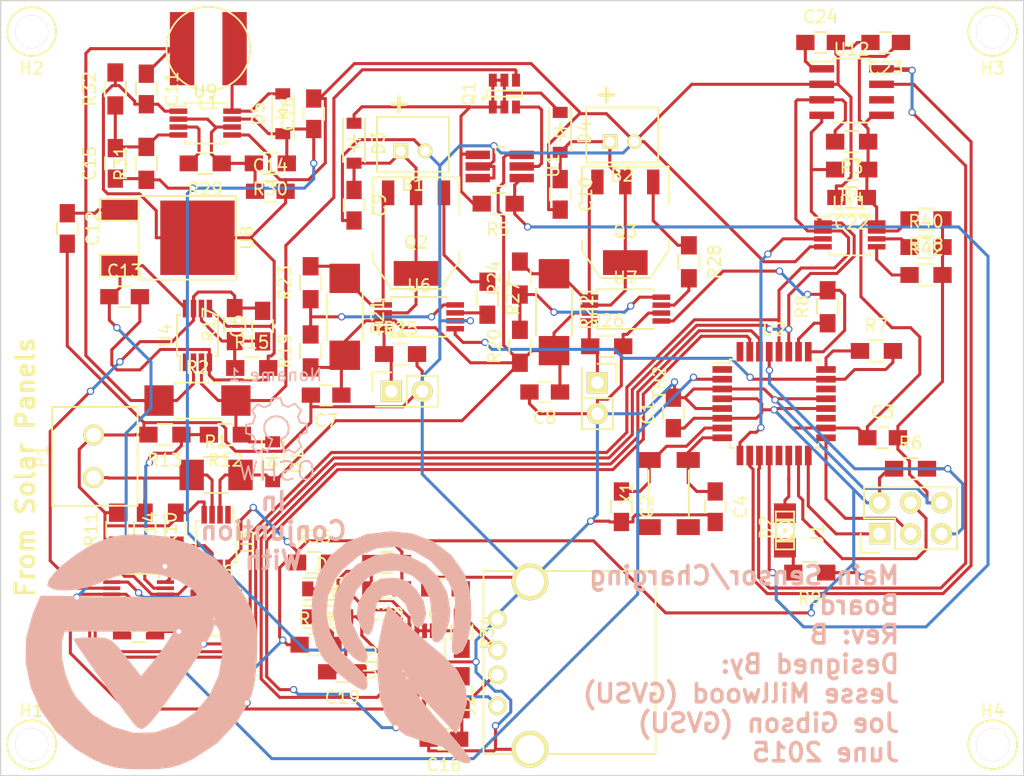
<source format=kicad_pcb>
(kicad_pcb (version 20171130) (host pcbnew "(5.1.12)-1")
  (layers (0 F.Cu signal) (31 B.Cu signal) (34 B.Paste user hide) (35 F.Paste user hide) (36 B.SilkS user hide) (37 F.SilkS user hide) (38 B.Mask user hide) (39 F.Mask user hide) (44 Edge.Cuts user))
  (net 0 "")
  (net 1 "Net-(B1-Pad1)")
  (net 2 GND)
  (net 3 "Net-(B2-Pad1)")
  (net 4 "Net-(D2-Pad2)")
  (net 5 "Net-(D2-Pad1)")
  (net 6 "Net-(D6-Pad1)")
  (net 7 "Net-(D6-Pad2)")
  (net 8 "Net-(D7-Pad1)")
  (net 9 "Net-(D7-Pad2)")
  (net 10 "Net-(J1-Pad1)")
  (net 11 +3V3)
  (net 12 "Net-(J1-Pad3)")
  (net 13 "Net-(J1-Pad4)")
  (net 14 "Net-(J1-Pad5)")
  (net 15 +5V)
  (net 16 /ADC/Input-Current-H)
  (net 17 "Net-(Q2-Pad3)")
  (net 18 "Net-(Q2-Pad1)")
  (net 19 "Net-(Q3-Pad3)")
  (net 20 "Net-(Q3-Pad1)")
  (net 21 "/Battery Management/Battery-Vout")
  (net 22 /Microcontroller/PPM_STAT)
  (net 23 "Net-(Q1-Pad2)")
  (net 24 /ADC/Input-Current-L)
  (net 25 "Net-(U2-Pad1)")
  (net 26 /Microcontroller/AT-Alert)
  (net 27 "/Environment Sensors/ENV_OS")
  (net 28 "/Environment Sensors/ENV_AL_L")
  (net 29 "/Environment Sensors/ENV_AL_H")
  (net 30 "Net-(U2-Pad13)")
  (net 31 "Net-(U2-Pad19)")
  (net 32 "Net-(U2-Pad22)")
  (net 33 /Microcontroller/AT-BAT1-STAT)
  (net 34 /Microcontroller/AT-BAT2-STAT)
  (net 35 /Microcontroller/AT-SDA)
  (net 36 /Microcontroller/AT-SCL)
  (net 37 /Microcontroller/AT-RXD)
  (net 38 /Microcontroller/AT-TXD)
  (net 39 "Net-(U2-Pad32)")
  (net 40 /ADC/Output-Current-L)
  (net 41 /ADC/Output-Current-H)
  (net 42 "/+3.3V and +5V Regulation/LM_FB")
  (net 43 "Net-(U10-Pad2)")
  (net 44 "Net-(U10-Pad16)")
  (net 45 "Net-(U12-Pad7)")
  (net 46 "Net-(R7-Pad1)")
  (net 47 "Net-(R8-Pad1)")
  (net 48 "Net-(R10-Pad2)")
  (net 49 "Net-(R12-Pad2)")
  (net 50 "Net-(R19-Pad2)")
  (net 51 "Net-(R20-Pad2)")
  (net 52 "Net-(R25-Pad1)")
  (net 53 "Net-(R26-Pad1)")
  (net 54 "Net-(R27-Pad2)")
  (net 55 "Net-(R28-Pad2)")
  (net 56 "Net-(R29-Pad2)")
  (net 57 "Net-(R33-Pad2)")
  (net 58 "Net-(R34-Pad2)")
  (net 59 "Net-(C2-Pad1)")
  (net 60 "Net-(C4-Pad1)")
  (net 61 "Net-(C5-Pad1)")
  (net 62 "Net-(C5-Pad2)")
  (net 63 "Net-(C6-Pad1)")
  (net 64 "Net-(C6-Pad2)")
  (net 65 "Net-(C14-Pad1)")
  (net 66 "Net-(C17-Pad1)")
  (net 67 "Net-(C18-Pad1)")
  (net 68 "Net-(C24-Pad1)")
  (net 69 "Net-(X1-Pad3)")
  (net 70 "Net-(X1-Pad2)")
  (net 71 "Net-(D5-Pad2)")
  (net 72 "Net-(R38-Pad2)")
  (net 73 "Net-(R40-Pad1)")
  (net 74 "Net-(R42-Pad1)")
  (module Resistors_SMD:R_2010_HandSoldering (layer F.Cu) (at 146.304 79.502 270)
    (fp_text reference R22 (at 0 -2.7 270) (layer F.SilkS))
    (fp_text value "0.2, 1W")
    (pad 1 smd rect (at -3.15 0 270) (size 2.4 2.5) (layers F.Cu F.Paste F.Mask) (net 19 "Net-(Q3-Pad3)"))
    (pad 2 smd rect (at 3.15 0 270) (size 2.4 2.5) (layers F.Cu F.Paste F.Mask) (net 24 /ADC/Input-Current-L))
  )
  (module Capacitors_SMD:C_0805_HandSoldering (layer F.Cu) (at 156.083 87.757 90)
    (fp_text reference C1 (at 0 -2.1 90) (layer F.SilkS))
    (fp_text value 1uF)
    (pad 1 smd rect (at -1.25 0 90) (size 1.5 1.25) (layers F.Cu F.Paste F.Mask) (net 11 +3V3))
    (pad 2 smd rect (at 1.25 0 90) (size 1.5 1.25) (layers F.Cu F.Paste F.Mask) (net 2 GND))
  )
  (module Capacitors_SMD:C_0805_HandSoldering (layer F.Cu) (at 151.828 95.4405 270)
    (fp_text reference C2 (at 0 -2.1 270) (layer F.SilkS))
    (fp_text value 6pF)
    (pad 1 smd rect (at -1.25 0 270) (size 1.5 1.25) (layers F.Cu F.Paste F.Mask) (net 59 "Net-(C2-Pad1)"))
    (pad 2 smd rect (at 1.25 0 270) (size 1.5 1.25) (layers F.Cu F.Paste F.Mask) (net 2 GND))
  )
  (module Capacitors_SMD:C_0805_HandSoldering (layer F.Cu) (at 173.228 89.789)
    (fp_text reference C3 (at 0 -2.1) (layer F.SilkS))
    (fp_text value 1uF)
    (pad 1 smd rect (at -1.25 0) (size 1.5 1.25) (layers F.Cu F.Paste F.Mask) (net 11 +3V3))
    (pad 2 smd rect (at 1.25 0) (size 1.5 1.25) (layers F.Cu F.Paste F.Mask) (net 2 GND))
  )
  (module Capacitors_SMD:C_0805_HandSoldering (layer F.Cu) (at 159.512 95.4405 270)
    (fp_text reference C4 (at 0 -2.1 270) (layer F.SilkS))
    (fp_text value 6pF)
    (pad 1 smd rect (at -1.25 0 270) (size 1.5 1.25) (layers F.Cu F.Paste F.Mask) (net 60 "Net-(C4-Pad1)"))
    (pad 2 smd rect (at 1.25 0 270) (size 1.5 1.25) (layers F.Cu F.Paste F.Mask) (net 2 GND))
  )
  (module Capacitors_SMD:C_0805_HandSoldering (layer F.Cu) (at 118.618 105.156)
    (fp_text reference C5 (at 0 -2.1) (layer F.SilkS))
    (fp_text value 0.1uF)
    (pad 1 smd rect (at -1.25 0) (size 1.5 1.25) (layers F.Cu F.Paste F.Mask) (net 61 "Net-(C5-Pad1)"))
    (pad 2 smd rect (at 1.25 0) (size 1.5 1.25) (layers F.Cu F.Paste F.Mask) (net 62 "Net-(C5-Pad2)"))
  )
  (module Capacitors_SMD:C_0805_HandSoldering (layer F.Cu) (at 122.428 80.645 90)
    (fp_text reference C6 (at 0 -2.1 90) (layer F.SilkS))
    (fp_text value 0.1uF)
    (pad 1 smd rect (at -1.25 0 90) (size 1.5 1.25) (layers F.Cu F.Paste F.Mask) (net 63 "Net-(C6-Pad1)"))
    (pad 2 smd rect (at 1.25 0 90) (size 1.5 1.25) (layers F.Cu F.Paste F.Mask) (net 64 "Net-(C6-Pad2)"))
  )
  (module Capacitors_SMD:C_0805_HandSoldering (layer F.Cu) (at 127.635 86.2965 180)
    (fp_text reference C7 (at 0 -2.1 180) (layer F.SilkS))
    (fp_text value 0.1uF)
    (pad 1 smd rect (at -1.25 0 180) (size 1.5 1.25) (layers F.Cu F.Paste F.Mask) (net 24 /ADC/Input-Current-L))
    (pad 2 smd rect (at 1.25 0 180) (size 1.5 1.25) (layers F.Cu F.Paste F.Mask) (net 2 GND))
  )
  (module Capacitors_SMD:C_0805_HandSoldering (layer F.Cu) (at 145.542 86.0425 180)
    (fp_text reference C8 (at 0 -2.1 180) (layer F.SilkS))
    (fp_text value 0.1uF)
    (pad 1 smd rect (at -1.25 0 180) (size 1.5 1.25) (layers F.Cu F.Paste F.Mask) (net 24 /ADC/Input-Current-L))
    (pad 2 smd rect (at 1.25 0 180) (size 1.5 1.25) (layers F.Cu F.Paste F.Mask) (net 2 GND))
  )
  (module Capacitors_SMD:C_0805_HandSoldering (layer F.Cu) (at 129.921 70.739 270)
    (fp_text reference C9 (at 0 -2.1 270) (layer F.SilkS))
    (fp_text value 0.1uF)
    (pad 1 smd rect (at -1.25 0 270) (size 1.5 1.25) (layers F.Cu F.Paste F.Mask) (net 1 "Net-(B1-Pad1)"))
    (pad 2 smd rect (at 1.25 0 270) (size 1.5 1.25) (layers F.Cu F.Paste F.Mask) (net 2 GND))
  )
  (module Capacitors_SMD:C_0805_HandSoldering (layer F.Cu) (at 146.812 69.85 270)
    (fp_text reference C10 (at 0 -2.1 270) (layer F.SilkS))
    (fp_text value 0.1uF)
    (pad 1 smd rect (at -1.25 0 270) (size 1.5 1.25) (layers F.Cu F.Paste F.Mask) (net 3 "Net-(B2-Pad1)"))
    (pad 2 smd rect (at 1.25 0 270) (size 1.5 1.25) (layers F.Cu F.Paste F.Mask) (net 2 GND))
  )
  (module Capacitors_SMD:C_0805_HandSoldering (layer F.Cu) (at 112.903 61.214 270)
    (fp_text reference C11 (at 0 -2.1 270) (layer F.SilkS))
    (fp_text value "22uF Tant")
    (pad 1 smd rect (at -1.25 0 270) (size 1.5 1.25) (layers F.Cu F.Paste F.Mask) (net 40 /ADC/Output-Current-L))
    (pad 2 smd rect (at 1.25 0 270) (size 1.5 1.25) (layers F.Cu F.Paste F.Mask) (net 2 GND))
  )
  (module Capacitors_SMD:C_0805_HandSoldering (layer F.Cu) (at 106.426 72.644 270)
    (fp_text reference C12 (at 0 -2.1 270) (layer F.SilkS))
    (fp_text value 1uF)
    (pad 1 smd rect (at -1.25 0 270) (size 1.5 1.25) (layers F.Cu F.Paste F.Mask) (net 40 /ADC/Output-Current-L))
    (pad 2 smd rect (at 1.25 0 270) (size 1.5 1.25) (layers F.Cu F.Paste F.Mask) (net 2 GND))
  )
  (module Capacitors_SMD:C_0805_HandSoldering (layer F.Cu) (at 111.125 78.232)
    (fp_text reference C13 (at 0 -2.1) (layer F.SilkS))
    (fp_text value 1uF)
    (pad 1 smd rect (at -1.25 0) (size 1.5 1.25) (layers F.Cu F.Paste F.Mask) (net 11 +3V3))
    (pad 2 smd rect (at 1.25 0) (size 1.5 1.25) (layers F.Cu F.Paste F.Mask) (net 2 GND))
  )
  (module Capacitors_SMD:C_0805_HandSoldering (layer F.Cu) (at 123.063 69.596)
    (fp_text reference C14 (at 0 -2.1) (layer F.SilkS))
    (fp_text value 1uF)
    (pad 1 smd rect (at -1.25 0) (size 1.5 1.25) (layers F.Cu F.Paste F.Mask) (net 65 "Net-(C14-Pad1)"))
    (pad 2 smd rect (at 1.25 0) (size 1.5 1.25) (layers F.Cu F.Paste F.Mask) (net 2 GND))
  )
  (module Capacitors_SMD:C_0805_HandSoldering (layer F.Cu) (at 110.363 67.31 90)
    (fp_text reference C15 (at 0 -2.1 90) (layer F.SilkS))
    (fp_text value 39pF)
    (pad 1 smd rect (at -1.25 0 90) (size 1.5 1.25) (layers F.Cu F.Paste F.Mask) (net 15 +5V))
    (pad 2 smd rect (at 1.25 0 90) (size 1.5 1.25) (layers F.Cu F.Paste F.Mask) (net 42 "/+3.3V and +5V Regulation/LM_FB"))
  )
  (module Capacitors_SMD:C_0805_HandSoldering (layer F.Cu) (at 126.619 63.246 90)
    (fp_text reference C16 (at 0 -2.1 90) (layer F.SilkS))
    (fp_text value "68uF Tant")
    (pad 1 smd rect (at -1.25 0 90) (size 1.5 1.25) (layers F.Cu F.Paste F.Mask) (net 15 +5V))
    (pad 2 smd rect (at 1.25 0 90) (size 1.5 1.25) (layers F.Cu F.Paste F.Mask) (net 2 GND))
  )
  (module Capacitors_SMD:C_0805_HandSoldering (layer F.Cu) (at 137.414 102.172 180)
    (fp_text reference C17 (at 0 -2.1 180) (layer F.SilkS))
    (fp_text value 47pF)
    (pad 1 smd rect (at -1.25 0 180) (size 1.5 1.25) (layers F.Cu F.Paste F.Mask) (net 66 "Net-(C17-Pad1)"))
    (pad 2 smd rect (at 1.25 0 180) (size 1.5 1.25) (layers F.Cu F.Paste F.Mask) (net 2 GND))
  )
  (module Capacitors_SMD:C_0805_HandSoldering (layer F.Cu) (at 137.287 114.49 180)
    (fp_text reference C18 (at 0 -2.1 180) (layer F.SilkS))
    (fp_text value 47pF)
    (pad 1 smd rect (at -1.25 0 180) (size 1.5 1.25) (layers F.Cu F.Paste F.Mask) (net 67 "Net-(C18-Pad1)"))
    (pad 2 smd rect (at 1.25 0 180) (size 1.5 1.25) (layers F.Cu F.Paste F.Mask) (net 2 GND))
  )
  (module Capacitors_SMD:C_0805_HandSoldering (layer F.Cu) (at 128.968 108.966 180)
    (fp_text reference C19 (at 0 -2.1 180) (layer F.SilkS))
    (fp_text value 100nF)
    (pad 1 smd rect (at -1.25 0 180) (size 1.5 1.25) (layers F.Cu F.Paste F.Mask) (net 11 +3V3))
    (pad 2 smd rect (at 1.25 0 180) (size 1.5 1.25) (layers F.Cu F.Paste F.Mask) (net 2 GND))
  )
  (module Capacitors_SMD:C_0805_HandSoldering (layer F.Cu) (at 132.588 102.172 180)
    (fp_text reference C20 (at 0 -2.1 180) (layer F.SilkS))
    (fp_text value 100nF)
    (pad 1 smd rect (at -1.25 0 180) (size 1.5 1.25) (layers F.Cu F.Paste F.Mask) (net 11 +3V3))
    (pad 2 smd rect (at 1.25 0 180) (size 1.5 1.25) (layers F.Cu F.Paste F.Mask) (net 2 GND))
  )
  (module Capacitors_SMD:C_0805_HandSoldering (layer F.Cu) (at 132.588 100.012 180)
    (fp_text reference C21 (at 0 -2.1 180) (layer F.SilkS))
    (fp_text value 4.7uF)
    (pad 1 smd rect (at -1.25 0 180) (size 1.5 1.25) (layers F.Cu F.Paste F.Mask) (net 11 +3V3))
    (pad 2 smd rect (at 1.25 0 180) (size 1.5 1.25) (layers F.Cu F.Paste F.Mask) (net 2 GND))
  )
  (module Capacitors_SMD:C_0805_HandSoldering (layer F.Cu) (at 170.688 70.104 180)
    (fp_text reference C22 (at 0 -2.1 180) (layer F.SilkS))
    (fp_text value 0.1uF)
    (pad 1 smd rect (at -1.25 0 180) (size 1.5 1.25) (layers F.Cu F.Paste F.Mask) (net 11 +3V3))
    (pad 2 smd rect (at 1.25 0 180) (size 1.5 1.25) (layers F.Cu F.Paste F.Mask) (net 2 GND))
  )
  (module Capacitors_SMD:C_0805_HandSoldering (layer F.Cu) (at 173.482 57.404 180)
    (fp_text reference C23 (at 0 -2.1 180) (layer F.SilkS))
    (fp_text value 0.22uF)
    (pad 1 smd rect (at -1.25 0 180) (size 1.5 1.25) (layers F.Cu F.Paste F.Mask) (net 11 +3V3))
    (pad 2 smd rect (at 1.25 0 180) (size 1.5 1.25) (layers F.Cu F.Paste F.Mask) (net 2 GND))
  )
  (module Capacitors_SMD:C_0805_HandSoldering (layer F.Cu) (at 168.148 57.404)
    (fp_text reference C24 (at 0 -2.1) (layer F.SilkS))
    (fp_text value 0.1)
    (pad 1 smd rect (at -1.25 0) (size 1.5 1.25) (layers F.Cu F.Paste F.Mask) (net 68 "Net-(C24-Pad1)"))
    (pad 2 smd rect (at 1.25 0) (size 1.5 1.25) (layers F.Cu F.Paste F.Mask) (net 2 GND))
  )
  (module Diodes_SMD:SOD-123 (layer F.Cu) (at 123.254 91.7575 270)
    (fp_text reference D1 (at 0 -2 270) (layer F.SilkS))
    (fp_text value 1N5819)
    (pad 1 smd rect (at -1.635 0 270) (size 0.91 1.22) (layers F.Cu F.Paste F.Mask) (net 41 /ADC/Output-Current-H))
    (pad 2 smd rect (at 1.635 0 270) (size 0.91 1.22) (layers F.Cu F.Paste F.Mask) (net 24 /ADC/Input-Current-L))
  )
  (module LEDs:LED-1206 (layer F.Cu) (at 165.227 97.3861 90)
    (fp_text reference D2 (at 0.254 -1.524 90) (layer F.SilkS))
    (fp_text value LED)
    (pad 2 smd rect (at 1.41986 0 270) (size 1.59766 1.80086) (layers F.Cu F.Paste F.Mask) (net 4 "Net-(D2-Pad2)"))
    (pad 1 smd rect (at -1.41986 0 270) (size 1.59766 1.80086) (layers F.Cu F.Paste F.Mask) (net 5 "Net-(D2-Pad1)"))
  )
  (module Diodes_SMD:SOD-123 (layer F.Cu) (at 129.921 65.659 270)
    (fp_text reference D3 (at 0 -2 270) (layer F.SilkS))
    (fp_text value 1N5819)
    (pad 1 smd rect (at -1.635 0 270) (size 0.91 1.22) (layers F.Cu F.Paste F.Mask) (net 21 "/Battery Management/Battery-Vout"))
    (pad 2 smd rect (at 1.635 0 270) (size 0.91 1.22) (layers F.Cu F.Paste F.Mask) (net 1 "Net-(B1-Pad1)"))
  )
  (module Diodes_SMD:SOD-123 (layer F.Cu) (at 146.812 64.77 270)
    (fp_text reference D4 (at 0 -2 270) (layer F.SilkS))
    (fp_text value 1N5819)
    (pad 1 smd rect (at -1.635 0 270) (size 0.91 1.22) (layers F.Cu F.Paste F.Mask) (net 21 "/Battery Management/Battery-Vout"))
    (pad 2 smd rect (at 1.635 0 270) (size 0.91 1.22) (layers F.Cu F.Paste F.Mask) (net 3 "Net-(B2-Pad1)"))
  )
  (module Diodes_SMD:SOD-123 (layer F.Cu) (at 124.079 63.246 90)
    (fp_text reference D5 (at 0 -2 90) (layer F.SilkS))
    (fp_text value Diode-Shottky)
    (pad 1 smd rect (at -1.635 0 90) (size 0.91 1.22) (layers F.Cu F.Paste F.Mask) (net 15 +5V))
    (pad 2 smd rect (at 1.635 0 90) (size 0.91 1.22) (layers F.Cu F.Paste F.Mask) (net 71 "Net-(D5-Pad2)"))
  )
  (module Diodes_SMD:SOD-123 (layer F.Cu) (at 127.762 102.172)
    (fp_text reference D6 (at 0 -2) (layer F.SilkS))
    (fp_text value GRN)
    (pad 1 smd rect (at -1.635 0) (size 0.91 1.22) (layers F.Cu F.Paste F.Mask) (net 6 "Net-(D6-Pad1)"))
    (pad 2 smd rect (at 1.635 0) (size 0.91 1.22) (layers F.Cu F.Paste F.Mask) (net 7 "Net-(D6-Pad2)"))
  )
  (module Diodes_SMD:SOD-123 (layer F.Cu) (at 127.762 104.458)
    (fp_text reference D7 (at 0 -2) (layer F.SilkS))
    (fp_text value LED)
    (pad 1 smd rect (at -1.635 0) (size 0.91 1.22) (layers F.Cu F.Paste F.Mask) (net 8 "Net-(D7-Pad1)"))
    (pad 2 smd rect (at 1.635 0) (size 0.91 1.22) (layers F.Cu F.Paste F.Mask) (net 9 "Net-(D7-Pad2)"))
  )
  (module Pin_Headers:Pin_Header_Straight_2x03 (layer F.Cu) (at 172.974 97.663 90)
    (fp_text reference J1 (at 0 -5.1 90) (layer F.SilkS))
    (fp_text value ICSP)
    (pad 1 thru_hole rect (at 0 0 90) (size 1.7272 1.7272) (drill 1.016) (layers *.Cu *.Mask F.SilkS) (net 10 "Net-(J1-Pad1)"))
    (pad 2 thru_hole oval (at 2.54 0 90) (size 1.7272 1.7272) (drill 1.016) (layers *.Cu *.Mask F.SilkS) (net 11 +3V3))
    (pad 3 thru_hole oval (at 0 2.54 90) (size 1.7272 1.7272) (drill 1.016) (layers *.Cu *.Mask F.SilkS) (net 12 "Net-(J1-Pad3)"))
    (pad 4 thru_hole oval (at 2.54 2.54 90) (size 1.7272 1.7272) (drill 1.016) (layers *.Cu *.Mask F.SilkS) (net 13 "Net-(J1-Pad4)"))
    (pad 5 thru_hole oval (at 0 5.08 90) (size 1.7272 1.7272) (drill 1.016) (layers *.Cu *.Mask F.SilkS) (net 14 "Net-(J1-Pad5)"))
    (pad 6 thru_hole oval (at 2.54 5.08 90) (size 1.7272 1.7272) (drill 1.016) (layers *.Cu *.Mask F.SilkS) (net 2 GND))
  )
  (module Connect:USB_A (layer F.Cu) (at 141.671 111.761 90)
    (fp_text reference J2 (at 0 -2.35 90) (layer F.SilkS))
    (fp_text value USB)
    (pad 4 thru_hole circle (at 7.11286 -0.00212) (size 1.50114 1.50114) (drill 1.00076) (layers *.Cu *.Mask F.SilkS) (net 2 GND))
    (pad 3 thru_hole circle (at 4.57286 -0.00212) (size 1.50114 1.50114) (drill 1.00076) (layers *.Cu *.Mask F.SilkS) (net 66 "Net-(C17-Pad1)"))
    (pad 2 thru_hole circle (at 2.54086 -0.00212) (size 1.50114 1.50114) (drill 1.00076) (layers *.Cu *.Mask F.SilkS) (net 67 "Net-(C18-Pad1)"))
    (pad 1 thru_hole circle (at 0.00086 -0.00212) (size 1.50114 1.50114) (drill 1.00076) (layers *.Cu *.Mask F.SilkS) (net 15 +5V))
    (pad 5 thru_hole circle (at 10.16086 2.66488) (size 2.99974 2.99974) (drill 2.30124) (layers *.Cu *.Mask F.SilkS) (net 2 GND))
    (pad 5 thru_hole circle (at -3.55514 2.66488) (size 2.99974 2.99974) (drill 2.30124) (layers *.Cu *.Mask F.SilkS) (net 2 GND))
  )
  (module SMD_Packages:SOT-223 (layer F.Cu) (at 135.001 73.025 180)
    (fp_text reference Q2 (at 0 -0.762 180) (layer F.SilkS))
    (fp_text value FZT788B)
    (pad 4 smd rect (at 0 -3.302 180) (size 3.6576 2.032) (layers F.Cu F.Paste F.Mask) (net 1 "Net-(B1-Pad1)"))
    (pad 2 smd rect (at 0 3.302 180) (size 1.016 2.032) (layers F.Cu F.Paste F.Mask) (net 1 "Net-(B1-Pad1)"))
    (pad 3 smd rect (at 2.286 3.302 180) (size 1.016 2.032) (layers F.Cu F.Paste F.Mask) (net 17 "Net-(Q2-Pad3)"))
    (pad 1 smd rect (at -2.286 3.302 180) (size 1.016 2.032) (layers F.Cu F.Paste F.Mask) (net 18 "Net-(Q2-Pad1)"))
  )
  (module SMD_Packages:SOT-223 (layer F.Cu) (at 152.146 72.136 180)
    (fp_text reference Q3 (at 0 -0.762 180) (layer F.SilkS))
    (fp_text value FZT788B)
    (pad 4 smd rect (at 0 -3.302 180) (size 3.6576 2.032) (layers F.Cu F.Paste F.Mask) (net 3 "Net-(B2-Pad1)"))
    (pad 2 smd rect (at 0 3.302 180) (size 1.016 2.032) (layers F.Cu F.Paste F.Mask) (net 3 "Net-(B2-Pad1)"))
    (pad 3 smd rect (at 2.286 3.302 180) (size 1.016 2.032) (layers F.Cu F.Paste F.Mask) (net 19 "Net-(Q3-Pad3)"))
    (pad 1 smd rect (at -2.286 3.302 180) (size 1.016 2.032) (layers F.Cu F.Paste F.Mask) (net 20 "Net-(Q3-Pad1)"))
  )
  (module Resistors_SMD:R_1210_HandSoldering (layer F.Cu) (at 118.618 92.837)
    (fp_text reference R1 (at 0 -2.7) (layer F.SilkS))
    (fp_text value Res)
    (pad 1 smd rect (at -2 0) (size 2 2.5) (layers F.Cu F.Paste F.Mask) (net 16 /ADC/Input-Current-H))
    (pad 2 smd rect (at 2 0) (size 2 2.5) (layers F.Cu F.Paste F.Mask) (net 24 /ADC/Input-Current-L))
  )
  (module Resistors_SMD:R_2010_HandSoldering (layer F.Cu) (at 117.094 86.741)
    (fp_text reference R2 (at 0 -2.7) (layer F.SilkS))
    (fp_text value 0.5,1W)
    (pad 1 smd rect (at -3.15 0) (size 2.4 2.5) (layers F.Cu F.Paste F.Mask) (net 40 /ADC/Output-Current-L))
    (pad 2 smd rect (at 3.15 0) (size 2.4 2.5) (layers F.Cu F.Paste F.Mask) (net 41 /ADC/Output-Current-H))
  )
  (module Resistors_SMD:R_0805_HandSoldering (layer F.Cu) (at 170.688 65.532 180)
    (fp_text reference R3 (at 0 -2.1 180) (layer F.SilkS))
    (fp_text value 10k)
    (pad 1 smd rect (at -1.35 0 180) (size 1.5 1.3) (layers F.Cu F.Paste F.Mask) (net 11 +3V3))
    (pad 2 smd rect (at 1.35 0 180) (size 1.5 1.3) (layers F.Cu F.Paste F.Mask) (net 36 /Microcontroller/AT-SCL))
  )
  (module Resistors_SMD:R_0805_HandSoldering (layer F.Cu) (at 170.688 67.818 180)
    (fp_text reference R4 (at 0 -2.1 180) (layer F.SilkS))
    (fp_text value 10k)
    (pad 1 smd rect (at -1.35 0 180) (size 1.5 1.3) (layers F.Cu F.Paste F.Mask) (net 11 +3V3))
    (pad 2 smd rect (at 1.35 0 180) (size 1.5 1.3) (layers F.Cu F.Paste F.Mask) (net 35 /Microcontroller/AT-SDA))
  )
  (module Resistors_SMD:R_0805_HandSoldering (layer F.Cu) (at 141.732 70.612 180)
    (fp_text reference R5 (at 0 -2.1 180) (layer F.SilkS))
    (fp_text value 470k)
    (pad 1 smd rect (at -1.35 0 180) (size 1.5 1.3) (layers F.Cu F.Paste F.Mask) (net 22 /Microcontroller/PPM_STAT))
    (pad 2 smd rect (at 1.35 0 180) (size 1.5 1.3) (layers F.Cu F.Paste F.Mask) (net 21 "/Battery Management/Battery-Vout"))
  )
  (module Resistors_SMD:R_0805_HandSoldering (layer F.Cu) (at 175.514 92.329)
    (fp_text reference R6 (at 0 -2.1) (layer F.SilkS))
    (fp_text value 10k)
    (pad 1 smd rect (at -1.35 0) (size 1.5 1.3) (layers F.Cu F.Paste F.Mask) (net 11 +3V3))
    (pad 2 smd rect (at 1.35 0) (size 1.5 1.3) (layers F.Cu F.Paste F.Mask) (net 14 "Net-(J1-Pad5)"))
  )
  (module Resistors_SMD:R_0805_HandSoldering (layer F.Cu) (at 172.72 82.677)
    (fp_text reference R7 (at 0 -2.1) (layer F.SilkS))
    (fp_text value 1k)
    (pad 1 smd rect (at -1.35 0) (size 1.5 1.3) (layers F.Cu F.Paste F.Mask) (net 46 "Net-(R7-Pad1)"))
    (pad 2 smd rect (at 1.35 0) (size 1.5 1.3) (layers F.Cu F.Paste F.Mask) (net 33 /Microcontroller/AT-BAT1-STAT))
  )
  (module Resistors_SMD:R_0805_HandSoldering (layer F.Cu) (at 168.72 79.0575 90)
    (fp_text reference R8 (at 0 -2.1 90) (layer F.SilkS))
    (fp_text value 1k)
    (pad 1 smd rect (at -1.35 0 90) (size 1.5 1.3) (layers F.Cu F.Paste F.Mask) (net 47 "Net-(R8-Pad1)"))
    (pad 2 smd rect (at 1.35 0 90) (size 1.5 1.3) (layers F.Cu F.Paste F.Mask) (net 34 /Microcontroller/AT-BAT2-STAT))
  )
  (module Resistors_SMD:R_0805_HandSoldering (layer F.Cu) (at 167.259 100.838 180)
    (fp_text reference R9 (at 0 -2.1 180) (layer F.SilkS))
    (fp_text value 730)
    (pad 1 smd rect (at -1.35 0 180) (size 1.5 1.3) (layers F.Cu F.Paste F.Mask) (net 11 +3V3))
    (pad 2 smd rect (at 1.35 0 180) (size 1.5 1.3) (layers F.Cu F.Paste F.Mask) (net 5 "Net-(D2-Pad1)"))
  )
  (module Resistors_SMD:R_0805_HandSoldering (layer F.Cu) (at 112.776 97.282 270)
    (fp_text reference R10 (at 0 -2.1 270) (layer F.SilkS))
    (fp_text value 1540)
    (pad 1 smd rect (at -1.35 0 270) (size 1.5 1.3) (layers F.Cu F.Paste F.Mask) (net 16 /ADC/Input-Current-H))
    (pad 2 smd rect (at 1.35 0 270) (size 1.5 1.3) (layers F.Cu F.Paste F.Mask) (net 48 "Net-(R10-Pad2)"))
  )
  (module Resistors_SMD:R_0805_HandSoldering (layer F.Cu) (at 110.49 97.282 90)
    (fp_text reference R11 (at 0 -2.1 90) (layer F.SilkS))
    (fp_text value 2100)
    (pad 1 smd rect (at -1.35 0 90) (size 1.5 1.3) (layers F.Cu F.Paste F.Mask) (net 48 "Net-(R10-Pad2)"))
    (pad 2 smd rect (at 1.35 0 90) (size 1.5 1.3) (layers F.Cu F.Paste F.Mask) (net 2 GND))
  )
  (module Resistors_SMD:R_0805_HandSoldering (layer F.Cu) (at 119.38 89.535 180)
    (fp_text reference R12 (at 0 -2.1 180) (layer F.SilkS))
    (fp_text value 1540)
    (pad 1 smd rect (at -1.35 0 180) (size 1.5 1.3) (layers F.Cu F.Paste F.Mask) (net 41 /ADC/Output-Current-H))
    (pad 2 smd rect (at 1.35 0 180) (size 1.5 1.3) (layers F.Cu F.Paste F.Mask) (net 49 "Net-(R12-Pad2)"))
  )
  (module Resistors_SMD:R_0805_HandSoldering (layer F.Cu) (at 114.427 89.535 180)
    (fp_text reference R13 (at 0 -2.1 180) (layer F.SilkS))
    (fp_text value 2100)
    (pad 1 smd rect (at -1.35 0 180) (size 1.5 1.3) (layers F.Cu F.Paste F.Mask) (net 49 "Net-(R12-Pad2)"))
    (pad 2 smd rect (at 1.35 0 180) (size 1.5 1.3) (layers F.Cu F.Paste F.Mask) (net 2 GND))
  )
  (module Resistors_SMD:R_0805_HandSoldering (layer F.Cu) (at 115.316 97.282 90)
    (fp_text reference R14 (at 0 -2.1 90) (layer F.SilkS))
    (fp_text value 200k)
    (pad 1 smd rect (at -1.35 0 90) (size 1.5 1.3) (layers F.Cu F.Paste F.Mask) (net 61 "Net-(C5-Pad1)"))
    (pad 2 smd rect (at 1.35 0 90) (size 1.5 1.3) (layers F.Cu F.Paste F.Mask) (net 2 GND))
  )
  (module Resistors_SMD:R_0805_HandSoldering (layer F.Cu) (at 121.539 84.074)
    (fp_text reference R15 (at 0 -2.1) (layer F.SilkS))
    (fp_text value 200k)
    (pad 1 smd rect (at -1.35 0) (size 1.5 1.3) (layers F.Cu F.Paste F.Mask) (net 63 "Net-(C6-Pad1)"))
    (pad 2 smd rect (at 1.35 0) (size 1.5 1.3) (layers F.Cu F.Paste F.Mask) (net 2 GND))
  )
  (module Resistors_SMD:R_0805_HandSoldering (layer F.Cu) (at 118.618 102.87)
    (fp_text reference R16 (at 0 -2.1) (layer F.SilkS))
    (fp_text value 2550)
    (pad 1 smd rect (at -1.35 0) (size 1.5 1.3) (layers F.Cu F.Paste F.Mask) (net 61 "Net-(C5-Pad1)"))
    (pad 2 smd rect (at 1.35 0) (size 1.5 1.3) (layers F.Cu F.Paste F.Mask) (net 62 "Net-(C5-Pad2)"))
  )
  (module Resistors_SMD:R_0805_HandSoldering (layer F.Cu) (at 120.142 80.518 90)
    (fp_text reference R17 (at 0 -2.1 90) (layer F.SilkS))
    (fp_text value Res)
    (pad 1 smd rect (at -1.35 0 90) (size 1.5 1.3) (layers F.Cu F.Paste F.Mask) (net 63 "Net-(C6-Pad1)"))
    (pad 2 smd rect (at 1.35 0 90) (size 1.5 1.3) (layers F.Cu F.Paste F.Mask) (net 64 "Net-(C6-Pad2)"))
  )
  (module Resistors_SMD:R_0805_HandSoldering (layer F.Cu) (at 112.268 105.664)
    (fp_text reference R18 (at 0 -2.1) (layer F.SilkS))
    (fp_text value 10k)
    (pad 1 smd rect (at -1.35 0) (size 1.5 1.3) (layers F.Cu F.Paste F.Mask) (net 11 +3V3))
    (pad 2 smd rect (at 1.35 0) (size 1.5 1.3) (layers F.Cu F.Paste F.Mask) (net 26 /Microcontroller/AT-Alert))
  )
  (module Resistors_SMD:R_0805_HandSoldering (layer F.Cu) (at 126.365 82.677 90)
    (fp_text reference R19 (at 0 -2.1 90) (layer F.SilkS))
    (fp_text value 10k)
    (pad 1 smd rect (at -1.35 0 90) (size 1.5 1.3) (layers F.Cu F.Paste F.Mask) (net 24 /ADC/Input-Current-L))
    (pad 2 smd rect (at 1.35 0 90) (size 1.5 1.3) (layers F.Cu F.Paste F.Mask) (net 50 "Net-(R19-Pad2)"))
  )
  (module Resistors_SMD:R_0805_HandSoldering (layer F.Cu) (at 143.51 82.296 90)
    (fp_text reference R20 (at 0 -2.1 90) (layer F.SilkS))
    (fp_text value 10k)
    (pad 1 smd rect (at -1.35 0 90) (size 1.5 1.3) (layers F.Cu F.Paste F.Mask) (net 24 /ADC/Input-Current-L))
    (pad 2 smd rect (at 1.35 0 90) (size 1.5 1.3) (layers F.Cu F.Paste F.Mask) (net 51 "Net-(R20-Pad2)"))
  )
  (module Resistors_SMD:R_2010_HandSoldering (layer F.Cu) (at 129.159 79.883 270)
    (fp_text reference R21 (at 0 -2.7 270) (layer F.SilkS))
    (fp_text value "0.2, 1W")
    (pad 1 smd rect (at -3.15 0 270) (size 2.4 2.5) (layers F.Cu F.Paste F.Mask) (net 17 "Net-(Q2-Pad3)"))
    (pad 2 smd rect (at 3.15 0 270) (size 2.4 2.5) (layers F.Cu F.Paste F.Mask) (net 24 /ADC/Input-Current-L))
  )
  (module Resistors_SMD:R_0805_HandSoldering (layer F.Cu) (at 126.365 77.089 90)
    (fp_text reference R23 (at 0 -2.1 90) (layer F.SilkS))
    (fp_text value 5k)
    (pad 1 smd rect (at -1.35 0 90) (size 1.5 1.3) (layers F.Cu F.Paste F.Mask) (net 50 "Net-(R19-Pad2)"))
    (pad 2 smd rect (at 1.35 0 90) (size 1.5 1.3) (layers F.Cu F.Paste F.Mask) (net 17 "Net-(Q2-Pad3)"))
  )
  (module Resistors_SMD:R_0805_HandSoldering (layer F.Cu) (at 143.51 76.708 90)
    (fp_text reference R24 (at 0 -2.1 90) (layer F.SilkS))
    (fp_text value 5k)
    (pad 1 smd rect (at -1.35 0 90) (size 1.5 1.3) (layers F.Cu F.Paste F.Mask) (net 51 "Net-(R20-Pad2)"))
    (pad 2 smd rect (at 1.35 0 90) (size 1.5 1.3) (layers F.Cu F.Paste F.Mask) (net 19 "Net-(Q3-Pad3)"))
  )
  (module Resistors_SMD:R_0805_HandSoldering (layer F.Cu) (at 133.731 82.931)
    (fp_text reference R25 (at 0 -2.1) (layer F.SilkS))
    (fp_text value 49.9k)
    (pad 1 smd rect (at -1.35 0) (size 1.5 1.3) (layers F.Cu F.Paste F.Mask) (net 52 "Net-(R25-Pad1)"))
    (pad 2 smd rect (at 1.35 0) (size 1.5 1.3) (layers F.Cu F.Paste F.Mask) (net 2 GND))
  )
  (module Resistors_SMD:R_0805_HandSoldering (layer F.Cu) (at 150.622 82.296)
    (fp_text reference R26 (at 0 -2.1) (layer F.SilkS))
    (fp_text value 49.9k)
    (pad 1 smd rect (at -1.35 0) (size 1.5 1.3) (layers F.Cu F.Paste F.Mask) (net 53 "Net-(R26-Pad1)"))
    (pad 2 smd rect (at 1.35 0) (size 1.5 1.3) (layers F.Cu F.Paste F.Mask) (net 2 GND))
  )
  (module Resistors_SMD:R_0805_HandSoldering (layer F.Cu) (at 140.843 78.359 270)
    (fp_text reference R27 (at 0 -2.1 270) (layer F.SilkS))
    (fp_text value 1k)
    (pad 1 smd rect (at -1.35 0 270) (size 1.5 1.3) (layers F.Cu F.Paste F.Mask) (net 18 "Net-(Q2-Pad1)"))
    (pad 2 smd rect (at 1.35 0 270) (size 1.5 1.3) (layers F.Cu F.Paste F.Mask) (net 54 "Net-(R27-Pad2)"))
  )
  (module Resistors_SMD:R_0805_HandSoldering (layer F.Cu) (at 157.353 75.3745 270)
    (fp_text reference R28 (at 0 -2.1 270) (layer F.SilkS))
    (fp_text value 1k)
    (pad 1 smd rect (at -1.35 0 270) (size 1.5 1.3) (layers F.Cu F.Paste F.Mask) (net 20 "Net-(Q3-Pad1)"))
    (pad 2 smd rect (at 1.35 0 270) (size 1.5 1.3) (layers F.Cu F.Paste F.Mask) (net 55 "Net-(R28-Pad2)"))
  )
  (module Resistors_SMD:R_0805_HandSoldering (layer F.Cu) (at 117.729 67.31 180)
    (fp_text reference R29 (at 0 -2.1 180) (layer F.SilkS))
    (fp_text value 200k)
    (pad 1 smd rect (at -1.35 0 180) (size 1.5 1.3) (layers F.Cu F.Paste F.Mask) (net 65 "Net-(C14-Pad1)"))
    (pad 2 smd rect (at 1.35 0 180) (size 1.5 1.3) (layers F.Cu F.Paste F.Mask) (net 56 "Net-(R29-Pad2)"))
  )
  (module Resistors_SMD:R_0805_HandSoldering (layer F.Cu) (at 123.063 67.31 180)
    (fp_text reference R30 (at 0 -2.1 180) (layer F.SilkS))
    (fp_text value 49.9)
    (pad 1 smd rect (at -1.35 0 180) (size 1.5 1.3) (layers F.Cu F.Paste F.Mask) (net 15 +5V))
    (pad 2 smd rect (at 1.35 0 180) (size 1.5 1.3) (layers F.Cu F.Paste F.Mask) (net 65 "Net-(C14-Pad1)"))
  )
  (module Resistors_SMD:R_0805_HandSoldering (layer F.Cu) (at 112.903 67.31 90)
    (fp_text reference R31 (at 0 -2.1 90) (layer F.SilkS))
    (fp_text value 150k)
    (pad 1 smd rect (at -1.35 0 90) (size 1.5 1.3) (layers F.Cu F.Paste F.Mask) (net 15 +5V))
    (pad 2 smd rect (at 1.35 0 90) (size 1.5 1.3) (layers F.Cu F.Paste F.Mask) (net 42 "/+3.3V and +5V Regulation/LM_FB"))
  )
  (module Resistors_SMD:R_0805_HandSoldering (layer F.Cu) (at 110.363 61.214 90)
    (fp_text reference R32 (at 0 -2.1 90) (layer F.SilkS))
    (fp_text value 49.9k)
    (pad 1 smd rect (at -1.35 0 90) (size 1.5 1.3) (layers F.Cu F.Paste F.Mask) (net 42 "/+3.3V and +5V Regulation/LM_FB"))
    (pad 2 smd rect (at 1.35 0 90) (size 1.5 1.3) (layers F.Cu F.Paste F.Mask) (net 2 GND))
  )
  (module Resistors_SMD:R_0805_HandSoldering (layer F.Cu) (at 138.748 110.68 90)
    (fp_text reference R33 (at 0 -2.1 90) (layer F.SilkS))
    (fp_text value 27)
    (pad 1 smd rect (at -1.35 0 90) (size 1.5 1.3) (layers F.Cu F.Paste F.Mask) (net 67 "Net-(C18-Pad1)"))
    (pad 2 smd rect (at 1.35 0 90) (size 1.5 1.3) (layers F.Cu F.Paste F.Mask) (net 57 "Net-(R33-Pad2)"))
  )
  (module Resistors_SMD:R_0805_HandSoldering (layer F.Cu) (at 138.748 105.728 270)
    (fp_text reference R34 (at 0 -2.1 270) (layer F.SilkS))
    (fp_text value 27)
    (pad 1 smd rect (at -1.35 0 270) (size 1.5 1.3) (layers F.Cu F.Paste F.Mask) (net 66 "Net-(C17-Pad1)"))
    (pad 2 smd rect (at 1.35 0 270) (size 1.5 1.3) (layers F.Cu F.Paste F.Mask) (net 58 "Net-(R34-Pad2)"))
  )
  (module Resistors_SMD:R_0805_HandSoldering (layer F.Cu) (at 126.602 100.012)
    (fp_text reference R35 (at 0 -2.1) (layer F.SilkS))
    (fp_text value 730)
    (pad 1 smd rect (at -1.35 0) (size 1.5 1.3) (layers F.Cu F.Paste F.Mask) (net 11 +3V3))
    (pad 2 smd rect (at 1.35 0) (size 1.5 1.3) (layers F.Cu F.Paste F.Mask) (net 6 "Net-(D6-Pad1)"))
  )
  (module Resistors_SMD:R_0805_HandSoldering (layer F.Cu) (at 126.81 106.744)
    (fp_text reference R36 (at 0 -2.1) (layer F.SilkS))
    (fp_text value 730)
    (pad 1 smd rect (at -1.35 0) (size 1.5 1.3) (layers F.Cu F.Paste F.Mask) (net 11 +3V3))
    (pad 2 smd rect (at 1.35 0) (size 1.5 1.3) (layers F.Cu F.Paste F.Mask) (net 8 "Net-(D7-Pad1)"))
  )
  (module Resistors_SMD:R_0805_HandSoldering (layer F.Cu) (at 176.784 71.882 180)
    (fp_text reference R38 (at 0 -2.1 180) (layer F.SilkS))
    (fp_text value 10k)
    (pad 1 smd rect (at -1.35 0 180) (size 1.5 1.3) (layers F.Cu F.Paste F.Mask) (net 2 GND))
    (pad 2 smd rect (at 1.35 0 180) (size 1.5 1.3) (layers F.Cu F.Paste F.Mask) (net 72 "Net-(R38-Pad2)"))
  )
  (module Resistors_SMD:R_0805_HandSoldering (layer F.Cu) (at 176.784 74.168)
    (fp_text reference R40 (at 0 -2.1) (layer F.SilkS))
    (fp_text value 10k)
    (pad 1 smd rect (at -1.35 0) (size 1.5 1.3) (layers F.Cu F.Paste F.Mask) (net 73 "Net-(R40-Pad1)"))
    (pad 2 smd rect (at 1.35 0) (size 1.5 1.3) (layers F.Cu F.Paste F.Mask) (net 2 GND))
  )
  (module Resistors_SMD:R_0805_HandSoldering (layer F.Cu) (at 176.784 76.454)
    (fp_text reference R42 (at 0 -2.1) (layer F.SilkS))
    (fp_text value 10k)
    (pad 1 smd rect (at -1.35 0) (size 1.5 1.3) (layers F.Cu F.Paste F.Mask) (net 74 "Net-(R42-Pad1)"))
    (pad 2 smd rect (at 1.35 0) (size 1.5 1.3) (layers F.Cu F.Paste F.Mask) (net 2 GND))
  )
  (module Pin_Headers:Pin_Header_Straight_2x01 (layer F.Cu) (at 132.969 85.979)
    (fp_text reference TH1 (at 0 -5.1) (layer F.SilkS))
    (fp_text value NTC)
    (pad 1 thru_hole rect (at 0 0) (size 1.7272 1.7272) (drill 1.016) (layers *.Cu *.Mask F.SilkS) (net 52 "Net-(R25-Pad1)"))
    (pad 2 thru_hole oval (at 2.54 0) (size 1.7272 1.7272) (drill 1.016) (layers *.Cu *.Mask F.SilkS) (net 2 GND))
  )
  (module Pin_Headers:Pin_Header_Straight_2x01 (layer F.Cu) (at 149.86 85.2805 270)
    (fp_text reference TH2 (at 0 -5.1 270) (layer F.SilkS))
    (fp_text value NTC)
    (pad 1 thru_hole rect (at 0 0 270) (size 1.7272 1.7272) (drill 1.016) (layers *.Cu *.Mask F.SilkS) (net 53 "Net-(R26-Pad1)"))
    (pad 2 thru_hole oval (at 2.54 0 270) (size 1.7272 1.7272) (drill 1.016) (layers *.Cu *.Mask F.SilkS) (net 2 GND))
  )
  (module Housings_SOT-23_SOT-143_TSOT-6:TSOT-6-MK06A_Handsoldering (layer F.Cu) (at 141.859 67.564 270)
    (fp_text reference U1 (at -0.07112 -4.35102 270) (layer F.SilkS))
    (fp_text value LTC4412)
    (pad 1 smd rect (at -0.94996 1.80086 270) (size 0.69088 1.99898) (layers F.Cu F.Paste F.Mask) (net 21 "/Battery Management/Battery-Vout"))
    (pad 2 smd rect (at 0 1.80086 270) (size 0.69088 1.99898) (layers F.Cu F.Paste F.Mask) (net 2 GND))
    (pad 3 smd rect (at 0.94996 1.80086 270) (size 0.69088 1.99898) (layers F.Cu F.Paste F.Mask) (net 2 GND))
    (pad 4 smd rect (at 0.94996 -1.80086 270) (size 0.69088 1.99898) (layers F.Cu F.Paste F.Mask) (net 22 /Microcontroller/PPM_STAT))
    (pad 5 smd rect (at 0 -1.80086 270) (size 0.69088 1.99898) (layers F.Cu F.Paste F.Mask) (net 23 "Net-(Q1-Pad2)"))
    (pad 6 smd rect (at -0.94996 -1.80086 270) (size 0.69088 1.99898) (layers F.Cu F.Paste F.Mask) (net 24 /ADC/Input-Current-L))
  )
  (module Housings_QFP:TQFP-32_7x7mm_Pitch0.8mm (layer F.Cu) (at 164.338 86.995)
    (fp_text reference U2 (at 0 -6.05) (layer F.SilkS))
    (fp_text value ATmega328P)
    (pad 1 smd rect (at -4.25 -2.8) (size 1.6 0.55) (layers F.Cu F.Paste F.Mask) (net 25 "Net-(U2-Pad1)"))
    (pad 2 smd rect (at -4.25 -2) (size 1.6 0.55) (layers F.Cu F.Paste F.Mask) (net 26 /Microcontroller/AT-Alert))
    (pad 3 smd rect (at -4.25 -1.2) (size 1.6 0.55) (layers F.Cu F.Paste F.Mask) (net 2 GND))
    (pad 4 smd rect (at -4.25 -0.4) (size 1.6 0.55) (layers F.Cu F.Paste F.Mask) (net 11 +3V3))
    (pad 5 smd rect (at -4.25 0.4) (size 1.6 0.55) (layers F.Cu F.Paste F.Mask) (net 2 GND))
    (pad 6 smd rect (at -4.25 1.2) (size 1.6 0.55) (layers F.Cu F.Paste F.Mask) (net 11 +3V3))
    (pad 7 smd rect (at -4.25 2) (size 1.6 0.55) (layers F.Cu F.Paste F.Mask) (net 59 "Net-(C2-Pad1)"))
    (pad 8 smd rect (at -4.25 2.8) (size 1.6 0.55) (layers F.Cu F.Paste F.Mask) (net 60 "Net-(C4-Pad1)"))
    (pad 9 smd rect (at -2.8 4.25 90) (size 1.6 0.55) (layers F.Cu F.Paste F.Mask) (net 27 "/Environment Sensors/ENV_OS"))
    (pad 10 smd rect (at -2 4.25 90) (size 1.6 0.55) (layers F.Cu F.Paste F.Mask) (net 28 "/Environment Sensors/ENV_AL_L"))
    (pad 11 smd rect (at -1.2 4.25 90) (size 1.6 0.55) (layers F.Cu F.Paste F.Mask) (net 29 "/Environment Sensors/ENV_AL_H"))
    (pad 12 smd rect (at -0.4 4.25 90) (size 1.6 0.55) (layers F.Cu F.Paste F.Mask) (net 22 /Microcontroller/PPM_STAT))
    (pad 13 smd rect (at 0.4 4.25 90) (size 1.6 0.55) (layers F.Cu F.Paste F.Mask) (net 30 "Net-(U2-Pad13)"))
    (pad 14 smd rect (at 1.2 4.25 90) (size 1.6 0.55) (layers F.Cu F.Paste F.Mask) (net 4 "Net-(D2-Pad2)"))
    (pad 15 smd rect (at 2 4.25 90) (size 1.6 0.55) (layers F.Cu F.Paste F.Mask) (net 13 "Net-(J1-Pad4)"))
    (pad 16 smd rect (at 2.8 4.25 90) (size 1.6 0.55) (layers F.Cu F.Paste F.Mask) (net 10 "Net-(J1-Pad1)"))
    (pad 17 smd rect (at 4.25 2.8) (size 1.6 0.55) (layers F.Cu F.Paste F.Mask) (net 12 "Net-(J1-Pad3)"))
    (pad 18 smd rect (at 4.25 2) (size 1.6 0.55) (layers F.Cu F.Paste F.Mask) (net 11 +3V3))
    (pad 19 smd rect (at 4.25 1.2) (size 1.6 0.55) (layers F.Cu F.Paste F.Mask) (net 31 "Net-(U2-Pad19)"))
    (pad 20 smd rect (at 4.25 0.4) (size 1.6 0.55) (layers F.Cu F.Paste F.Mask) (net 11 +3V3))
    (pad 21 smd rect (at 4.25 -0.4) (size 1.6 0.55) (layers F.Cu F.Paste F.Mask) (net 2 GND))
    (pad 22 smd rect (at 4.25 -1.2) (size 1.6 0.55) (layers F.Cu F.Paste F.Mask) (net 32 "Net-(U2-Pad22)"))
    (pad 23 smd rect (at 4.25 -2) (size 1.6 0.55) (layers F.Cu F.Paste F.Mask) (net 33 /Microcontroller/AT-BAT1-STAT))
    (pad 24 smd rect (at 4.25 -2.8) (size 1.6 0.55) (layers F.Cu F.Paste F.Mask) (net 46 "Net-(R7-Pad1)"))
    (pad 25 smd rect (at 2.8 -4.25 90) (size 1.6 0.55) (layers F.Cu F.Paste F.Mask) (net 34 /Microcontroller/AT-BAT2-STAT))
    (pad 26 smd rect (at 2 -4.25 90) (size 1.6 0.55) (layers F.Cu F.Paste F.Mask) (net 47 "Net-(R8-Pad1)"))
    (pad 27 smd rect (at 1.2 -4.25 90) (size 1.6 0.55) (layers F.Cu F.Paste F.Mask) (net 35 /Microcontroller/AT-SDA))
    (pad 28 smd rect (at 0.4 -4.25 90) (size 1.6 0.55) (layers F.Cu F.Paste F.Mask) (net 36 /Microcontroller/AT-SCL))
    (pad 29 smd rect (at -0.4 -4.25 90) (size 1.6 0.55) (layers F.Cu F.Paste F.Mask) (net 14 "Net-(J1-Pad5)"))
    (pad 30 smd rect (at -1.2 -4.25 90) (size 1.6 0.55) (layers F.Cu F.Paste F.Mask) (net 37 /Microcontroller/AT-RXD))
    (pad 31 smd rect (at -2 -4.25 90) (size 1.6 0.55) (layers F.Cu F.Paste F.Mask) (net 38 /Microcontroller/AT-TXD))
    (pad 32 smd rect (at -2.8 -4.25 90) (size 1.6 0.55) (layers F.Cu F.Paste F.Mask) (net 39 "Net-(U2-Pad32)"))
  )
  (module SSOP:MSOP-8_3x3mm_Pitch0.65mm (layer F.Cu) (at 118.618 98.298 270)
    (fp_text reference U3 (at 0 -2.6 270) (layer F.SilkS))
    (fp_text value LTC6800)
    (pad 1 smd rect (at -2.2 -0.975 270) (size 1.45 0.45) (layers F.Cu F.Paste F.Mask))
    (pad 2 smd rect (at -2.2 -0.325 270) (size 1.45 0.45) (layers F.Cu F.Paste F.Mask) (net 24 /ADC/Input-Current-L))
    (pad 3 smd rect (at -2.2 0.325 270) (size 1.45 0.45) (layers F.Cu F.Paste F.Mask) (net 16 /ADC/Input-Current-H))
    (pad 4 smd rect (at -2.2 0.975 270) (size 1.45 0.45) (layers F.Cu F.Paste F.Mask) (net 2 GND))
    (pad 5 smd rect (at 2.2 0.975 270) (size 1.45 0.45) (layers F.Cu F.Paste F.Mask) (net 2 GND))
    (pad 6 smd rect (at 2.2 0.325 270) (size 1.45 0.45) (layers F.Cu F.Paste F.Mask) (net 61 "Net-(C5-Pad1)"))
    (pad 7 smd rect (at 2.2 -0.325 270) (size 1.45 0.45) (layers F.Cu F.Paste F.Mask) (net 62 "Net-(C5-Pad2)"))
    (pad 8 smd rect (at 2.2 -0.975 270) (size 1.45 0.45) (layers F.Cu F.Paste F.Mask) (net 11 +3V3))
  )
  (module SSOP:MSOP-8_3x3mm_Pitch0.65mm (layer F.Cu) (at 117.094 81.407 90)
    (fp_text reference U4 (at 0 -2.6 90) (layer F.SilkS))
    (fp_text value LTC6800)
    (pad 1 smd rect (at -2.2 -0.975 90) (size 1.45 0.45) (layers F.Cu F.Paste F.Mask))
    (pad 2 smd rect (at -2.2 -0.325 90) (size 1.45 0.45) (layers F.Cu F.Paste F.Mask) (net 40 /ADC/Output-Current-L))
    (pad 3 smd rect (at -2.2 0.325 90) (size 1.45 0.45) (layers F.Cu F.Paste F.Mask) (net 41 /ADC/Output-Current-H))
    (pad 4 smd rect (at -2.2 0.975 90) (size 1.45 0.45) (layers F.Cu F.Paste F.Mask) (net 2 GND))
    (pad 5 smd rect (at 2.2 0.975 90) (size 1.45 0.45) (layers F.Cu F.Paste F.Mask) (net 2 GND))
    (pad 6 smd rect (at 2.2 0.325 90) (size 1.45 0.45) (layers F.Cu F.Paste F.Mask) (net 63 "Net-(C6-Pad1)"))
    (pad 7 smd rect (at 2.2 -0.325 90) (size 1.45 0.45) (layers F.Cu F.Paste F.Mask) (net 64 "Net-(C6-Pad2)"))
    (pad 8 smd rect (at 2.2 -0.975 90) (size 1.45 0.45) (layers F.Cu F.Paste F.Mask) (net 11 +3V3))
  )
  (module Housings_SSOP:MSOP-10_3x3mm_Pitch0.5mm (layer F.Cu) (at 112.268 102.616 180)
    (fp_text reference U5 (at 0 -2.6 180) (layer F.SilkS))
    (fp_text value ADS1015)
    (pad 1 smd rect (at -2.2 -1 180) (size 1.4 0.3) (layers F.Cu F.Paste F.Mask))
    (pad 2 smd rect (at -2.2 -0.5 180) (size 1.4 0.3) (layers F.Cu F.Paste F.Mask) (net 26 /Microcontroller/AT-Alert))
    (pad 3 smd rect (at -2.2 0 180) (size 1.4 0.3) (layers F.Cu F.Paste F.Mask) (net 2 GND))
    (pad 4 smd rect (at -2.2 0.5 180) (size 1.4 0.3) (layers F.Cu F.Paste F.Mask) (net 48 "Net-(R10-Pad2)"))
    (pad 5 smd rect (at -2.2 1 180) (size 1.4 0.3) (layers F.Cu F.Paste F.Mask) (net 49 "Net-(R12-Pad2)"))
    (pad 6 smd rect (at 2.2 1 180) (size 1.4 0.3) (layers F.Cu F.Paste F.Mask) (net 62 "Net-(C5-Pad2)"))
    (pad 7 smd rect (at 2.2 0.5 180) (size 1.4 0.3) (layers F.Cu F.Paste F.Mask) (net 64 "Net-(C6-Pad2)"))
    (pad 8 smd rect (at 2.2 0 180) (size 1.4 0.3) (layers F.Cu F.Paste F.Mask) (net 11 +3V3))
    (pad 9 smd rect (at 2.2 -0.5 180) (size 1.4 0.3) (layers F.Cu F.Paste F.Mask) (net 35 /Microcontroller/AT-SDA))
    (pad 10 smd rect (at 2.2 -1 180) (size 1.4 0.3) (layers F.Cu F.Paste F.Mask) (net 36 /Microcontroller/AT-SCL))
  )
  (module SSOP:TSSOP-8_4.4x3mm_Pitch0.65mm (layer F.Cu) (at 135.255 79.883)
    (fp_text reference U6 (at 0 -2.55) (layer F.SilkS))
    (fp_text value bq2057CTS)
    (pad 1 smd rect (at -2.95 -0.975) (size 1.45 0.45) (layers F.Cu F.Paste F.Mask) (net 17 "Net-(Q2-Pad3)"))
    (pad 2 smd rect (at -2.95 -0.325) (size 1.45 0.45) (layers F.Cu F.Paste F.Mask) (net 1 "Net-(B1-Pad1)"))
    (pad 3 smd rect (at -2.95 0.325) (size 1.45 0.45) (layers F.Cu F.Paste F.Mask) (net 24 /ADC/Input-Current-L))
    (pad 4 smd rect (at -2.95 0.975) (size 1.45 0.45) (layers F.Cu F.Paste F.Mask) (net 52 "Net-(R25-Pad1)"))
    (pad 5 smd rect (at 2.95 0.975) (size 1.45 0.45) (layers F.Cu F.Paste F.Mask) (net 33 /Microcontroller/AT-BAT1-STAT))
    (pad 6 smd rect (at 2.95 0.325) (size 1.45 0.45) (layers F.Cu F.Paste F.Mask) (net 2 GND))
    (pad 7 smd rect (at 2.95 -0.325) (size 1.45 0.45) (layers F.Cu F.Paste F.Mask) (net 54 "Net-(R27-Pad2)"))
    (pad 8 smd rect (at 2.95 -0.975) (size 1.45 0.45) (layers F.Cu F.Paste F.Mask) (net 50 "Net-(R19-Pad2)"))
  )
  (module SSOP:TSSOP-8_4.4x3mm_Pitch0.65mm (layer F.Cu) (at 152.146 79.248)
    (fp_text reference U7 (at 0 -2.55) (layer F.SilkS))
    (fp_text value bq2057CTS)
    (pad 1 smd rect (at -2.95 -0.975) (size 1.45 0.45) (layers F.Cu F.Paste F.Mask) (net 19 "Net-(Q3-Pad3)"))
    (pad 2 smd rect (at -2.95 -0.325) (size 1.45 0.45) (layers F.Cu F.Paste F.Mask) (net 3 "Net-(B2-Pad1)"))
    (pad 3 smd rect (at -2.95 0.325) (size 1.45 0.45) (layers F.Cu F.Paste F.Mask) (net 24 /ADC/Input-Current-L))
    (pad 4 smd rect (at -2.95 0.975) (size 1.45 0.45) (layers F.Cu F.Paste F.Mask) (net 53 "Net-(R26-Pad1)"))
    (pad 5 smd rect (at 2.95 0.975) (size 1.45 0.45) (layers F.Cu F.Paste F.Mask) (net 34 /Microcontroller/AT-BAT2-STAT))
    (pad 6 smd rect (at 2.95 0.325) (size 1.45 0.45) (layers F.Cu F.Paste F.Mask) (net 2 GND))
    (pad 7 smd rect (at 2.95 -0.325) (size 1.45 0.45) (layers F.Cu F.Paste F.Mask) (net 55 "Net-(R28-Pad2)"))
    (pad 8 smd rect (at 2.95 -0.975) (size 1.45 0.45) (layers F.Cu F.Paste F.Mask) (net 51 "Net-(R20-Pad2)"))
  )
  (module SMD_Packages:DPAK-2 (layer F.Cu) (at 110.744 73.406 270)
    (fp_text reference U8 (at 0 -10.414 270) (layer F.SilkS))
    (fp_text value SM72238)
    (pad 1 smd rect (at -2.286 0 270) (size 1.651 3.048) (layers F.Cu F.Paste F.Mask) (net 40 /ADC/Output-Current-L))
    (pad 2 smd rect (at 0 -6.35 270) (size 6.096 6.096) (layers F.Cu F.Paste F.Mask) (net 2 GND))
    (pad 3 smd rect (at 2.286 0 270) (size 1.651 3.048) (layers F.Cu F.Paste F.Mask) (net 11 +3V3))
  )
  (module SSOP:MSOP-8_3x3mm_Pitch0.65mm (layer F.Cu) (at 117.729 64.008)
    (fp_text reference U9 (at 0 -2.6) (layer F.SilkS))
    (fp_text value LMR61428)
    (pad 1 smd rect (at -2.2 -0.975) (size 1.45 0.45) (layers F.Cu F.Paste F.Mask) (net 2 GND))
    (pad 2 smd rect (at -2.2 -0.325) (size 1.45 0.45) (layers F.Cu F.Paste F.Mask) (net 65 "Net-(C14-Pad1)"))
    (pad 3 smd rect (at -2.2 0.325) (size 1.45 0.45) (layers F.Cu F.Paste F.Mask) (net 56 "Net-(R29-Pad2)"))
    (pad 4 smd rect (at -2.2 0.975) (size 1.45 0.45) (layers F.Cu F.Paste F.Mask) (net 42 "/+3.3V and +5V Regulation/LM_FB"))
    (pad 5 smd rect (at 2.2 0.975) (size 1.45 0.45) (layers F.Cu F.Paste F.Mask) (net 2 GND))
    (pad 6 smd rect (at 2.2 0.325) (size 1.45 0.45) (layers F.Cu F.Paste F.Mask) (net 65 "Net-(C14-Pad1)"))
    (pad 7 smd rect (at 2.2 -0.325) (size 1.45 0.45) (layers F.Cu F.Paste F.Mask) (net 15 +5V))
    (pad 8 smd rect (at 2.2 -0.975) (size 1.45 0.45) (layers F.Cu F.Paste F.Mask) (net 71 "Net-(D5-Pad2)"))
  )
  (module Housings_SSOP:SSOP-16_3.9x4.9mm_Pitch0.635mm (layer F.Cu) (at 134.747 108.204 90)
    (fp_text reference U10 (at 0 -3.5 90) (layer F.SilkS))
    (fp_text value FT230X)
    (pad 1 smd rect (at -2.6 -2.2225 90) (size 1.2 0.4) (layers F.Cu F.Paste F.Mask) (net 37 /Microcontroller/AT-RXD))
    (pad 2 smd rect (at -2.6 -1.5875 90) (size 1.2 0.4) (layers F.Cu F.Paste F.Mask) (net 43 "Net-(U10-Pad2)"))
    (pad 3 smd rect (at -2.6 -0.9525 90) (size 1.2 0.4) (layers F.Cu F.Paste F.Mask) (net 11 +3V3))
    (pad 4 smd rect (at -2.6 -0.3175 90) (size 1.2 0.4) (layers F.Cu F.Paste F.Mask) (net 38 /Microcontroller/AT-TXD))
    (pad 5 smd rect (at -2.6 0.3175 90) (size 1.2 0.4) (layers F.Cu F.Paste F.Mask) (net 2 GND))
    (pad 6 smd rect (at -2.6 0.9525 90) (size 1.2 0.4) (layers F.Cu F.Paste F.Mask) (net 2 GND))
    (pad 7 smd rect (at -2.6 1.5875 90) (size 1.2 0.4) (layers F.Cu F.Paste F.Mask) (net 9 "Net-(D7-Pad2)"))
    (pad 8 smd rect (at -2.6 2.2225 90) (size 1.2 0.4) (layers F.Cu F.Paste F.Mask) (net 57 "Net-(R33-Pad2)"))
    (pad 9 smd rect (at 2.6 2.2225 90) (size 1.2 0.4) (layers F.Cu F.Paste F.Mask) (net 58 "Net-(R34-Pad2)"))
    (pad 10 smd rect (at 2.6 1.5875 90) (size 1.2 0.4) (layers F.Cu F.Paste F.Mask) (net 11 +3V3))
    (pad 11 smd rect (at 2.6 0.9525 90) (size 1.2 0.4) (layers F.Cu F.Paste F.Mask) (net 11 +3V3))
    (pad 12 smd rect (at 2.6 0.3175 90) (size 1.2 0.4) (layers F.Cu F.Paste F.Mask) (net 11 +3V3))
    (pad 13 smd rect (at 2.6 -0.3175 90) (size 1.2 0.4) (layers F.Cu F.Paste F.Mask) (net 2 GND))
    (pad 14 smd rect (at 2.6 -0.9525 90) (size 1.2 0.4) (layers F.Cu F.Paste F.Mask) (net 7 "Net-(D6-Pad2)"))
    (pad 15 smd rect (at 2.6 -1.5875 90) (size 1.2 0.4) (layers F.Cu F.Paste F.Mask) (net 2 GND))
    (pad 16 smd rect (at 2.6 -2.2225 90) (size 1.2 0.4) (layers F.Cu F.Paste F.Mask) (net 44 "Net-(U10-Pad16)"))
  )
  (module SSOP:MSOP-8_3x3mm_Pitch0.65mm (layer F.Cu) (at 170.538 73.171)
    (fp_text reference U11 (at 0 -2.6) (layer F.SilkS))
    (fp_text value LM75BDP)
    (pad 1 smd rect (at -2.2 -0.975) (size 1.45 0.45) (layers F.Cu F.Paste F.Mask) (net 35 /Microcontroller/AT-SDA))
    (pad 2 smd rect (at -2.2 -0.325) (size 1.45 0.45) (layers F.Cu F.Paste F.Mask) (net 36 /Microcontroller/AT-SCL))
    (pad 3 smd rect (at -2.2 0.325) (size 1.45 0.45) (layers F.Cu F.Paste F.Mask) (net 27 "/Environment Sensors/ENV_OS"))
    (pad 4 smd rect (at -2.2 0.975) (size 1.45 0.45) (layers F.Cu F.Paste F.Mask) (net 2 GND))
    (pad 5 smd rect (at 2.2 0.975) (size 1.45 0.45) (layers F.Cu F.Paste F.Mask) (net 74 "Net-(R42-Pad1)"))
    (pad 6 smd rect (at 2.2 0.325) (size 1.45 0.45) (layers F.Cu F.Paste F.Mask) (net 73 "Net-(R40-Pad1)"))
    (pad 7 smd rect (at 2.2 -0.325) (size 1.45 0.45) (layers F.Cu F.Paste F.Mask) (net 72 "Net-(R38-Pad2)"))
    (pad 8 smd rect (at 2.2 -0.975) (size 1.45 0.45) (layers F.Cu F.Paste F.Mask) (net 11 +3V3))
  )
  (module RFCX:Ind_6x6 (layer F.Cu) (at 117.983 57.912)
    (fp_text reference L1 (at 0 4.445) (layer F.SilkS))
    (fp_text value 6.8uH)
    (pad 1 smd rect (at -2.15 0) (size 2 6) (layers F.Cu F.Paste F.Mask) (net 40 /ADC/Output-Current-L))
    (pad 2 smd rect (at 2.15 0) (size 2 6) (layers F.Cu F.Paste F.Mask) (net 71 "Net-(D5-Pad2)"))
  )
  (module RFCX:FDC-SOT-23-6 (layer F.Cu) (at 142.24 61.595 90)
    (fp_text reference Q1 (at 0 -2.9 90) (layer F.SilkS))
    (fp_text value FDC638)
    (pad 1 smd rect (at -1.1 -0.95 90) (size 1.06 0.65) (layers F.Cu F.Paste F.Mask) (net 21 "/Battery Management/Battery-Vout"))
    (pad 1 smd rect (at -1.1 0 90) (size 1.06 0.65) (layers F.Cu F.Paste F.Mask) (net 21 "/Battery Management/Battery-Vout"))
    (pad 2 smd rect (at -1.1 0.95 90) (size 1.06 0.65) (layers F.Cu F.Paste F.Mask) (net 23 "Net-(Q1-Pad2)"))
    (pad 3 smd rect (at 1.1 0.95 90) (size 1.06 0.65) (layers F.Cu F.Paste F.Mask) (net 41 /ADC/Output-Current-H))
    (pad 1 smd rect (at 1.1 -0.95 90) (size 1.06 0.65) (layers F.Cu F.Paste F.Mask) (net 21 "/Battery Management/Battery-Vout"))
    (pad 1 smd rect (at 1.1 0 90) (size 1.06 0.65) (layers F.Cu F.Paste F.Mask) (net 21 "/Battery Management/Battery-Vout"))
  )
  (module RFCX:SOJ-4 (layer F.Cu) (at 155.702 94.361 270)
    (fp_text reference X1 (at 0 3.429 90) (layer F.SilkS))
    (fp_text value 32kHz)
    (pad 4 smd rect (at -2.75 -1.6 270) (size 1.3 1.9) (layers F.Cu F.Paste F.Mask) (net 60 "Net-(C4-Pad1)"))
    (pad 3 smd rect (at 2.75 -1.6 270) (size 1.3 1.9) (layers F.Cu F.Paste F.Mask) (net 69 "Net-(X1-Pad3)"))
    (pad 1 smd rect (at -2.75 1.6 270) (size 1.3 1.9) (layers F.Cu F.Paste F.Mask) (net 59 "Net-(C2-Pad1)"))
    (pad 2 smd rect (at 2.75 1.6 270) (size 1.3 1.9) (layers F.Cu F.Paste F.Mask) (net 70 "Net-(X1-Pad2)"))
  )
  (module Fiducials:Fiducial_1mm_Dia_2.54mm_Outer_CopperTop (layer F.Cu) (at 108.585 114.935)
    (fp_text reference F1 (at 3.4 0.7) (layer F.SilkS))
    (fp_text value Fiducial)
    (pad ~ smd circle (at 0 0) (size 1 1) (layers F.Cu F.Mask) (clearance 0.77))
  )
  (module RFCX:Mnt_Hole (layer F.Cu) (at 103.505 114.935)
    (fp_text reference H1 (at 0 -2.794) (layer F.SilkS))
    (fp_text value Mounting_Hole)
    (pad 1 thru_hole circle (at 0 0) (size 2.7 2.7) (drill 2.7) (layers *.Cu *.Mask F.SilkS))
  )
  (module RFCX:Mnt_Hole (layer F.Cu) (at 103.505 56.515)
    (fp_text reference H2 (at 0 3) (layer F.SilkS))
    (fp_text value Mounting_Hole)
    (pad 1 thru_hole circle (at 0 0) (size 2.7 2.7) (drill 2.7) (layers *.Cu *.Mask F.SilkS))
  )
  (module RFCX:Mnt_Hole (layer F.Cu) (at 182.245 56.515)
    (fp_text reference H3 (at 0 3) (layer F.SilkS))
    (fp_text value Mounting_Hole)
    (pad 1 thru_hole circle (at 0 0) (size 2.7 2.7) (drill 2.7) (layers *.Cu *.Mask F.SilkS))
  )
  (module RFCX:Mnt_Hole (layer F.Cu) (at 182.245 114.935)
    (fp_text reference H4 (at 0 -2.794) (layer F.SilkS))
    (fp_text value Mounting_Hole)
    (pad 1 thru_hole circle (at 0 0) (size 2.7 2.7) (drill 2.7) (layers *.Cu *.Mask F.SilkS))
  )
  (module RFCX:HIH-SOIC-8 (layer F.Cu) (at 170.688 61.468)
    (fp_text reference U12 (at 0 -3.5) (layer F.SilkS))
    (fp_text value HIH6130)
    (pad 1 smd rect (at -2.45 -1.905) (size 2.03 0.61) (layers F.Cu F.Paste F.Mask) (net 68 "Net-(C24-Pad1)"))
    (pad 2 smd rect (at -2.45 -0.635) (size 2.03 0.61) (layers F.Cu F.Paste F.Mask) (net 2 GND))
    (pad 3 smd rect (at -2.45 0.635) (size 2.03 0.61) (layers F.Cu F.Paste F.Mask) (net 36 /Microcontroller/AT-SCL))
    (pad 4 smd rect (at -2.45 1.905) (size 2.03 0.61) (layers F.Cu F.Paste F.Mask) (net 35 /Microcontroller/AT-SDA))
    (pad 5 smd rect (at 2.45 -1.905) (size 2.03 0.61) (layers F.Cu F.Paste F.Mask) (net 29 "/Environment Sensors/ENV_AL_H"))
    (pad 6 smd rect (at 2.45 -0.635) (size 2.03 0.61) (layers F.Cu F.Paste F.Mask) (net 28 "/Environment Sensors/ENV_AL_L"))
    (pad 7 smd rect (at 2.45 0.635) (size 2.03 0.61) (layers F.Cu F.Paste F.Mask) (net 45 "Net-(U12-Pad7)"))
    (pad 8 smd rect (at 2.45 1.905) (size 2.03 0.61) (layers F.Cu F.Paste F.Mask) (net 11 +3V3))
  )
  (module Symbols:Symbol_OSHW-Logo_SilkScreen (layer B.Cu) (at 123.571 89.027 180)
    (fp_text reference Noname_1 (at 0.09906 4.38912 180) (layer B.SilkS) (effects (justify mirror)))
    (fp_text value Symbol_OSHW-Logo_SilkScreen)
  )
  (module Graphics:gvsu_sm (layer B.Cu) (at 112.649 107.315 180)
    (fp_text reference G***_2 hide)
    (fp_text value LOGO hide)
  )
  (module Graphics:rfcx_sm (layer B.Cu) (at 132.969 106.807 180)
    (fp_text reference G*** hide)
    (fp_text value LOGO hide)
  )
  (module RFCX:TerminalBlock_2 (layer F.Cu) (at 108.585 91.313 90)
    (fp_text reference P1 (at 0 -4.25 90) (layer F.SilkS))
    (fp_text value CONN_01X02)
    (pad 1 thru_hole circle (at -1.75 0 90) (size 1.7 1.7) (drill 1.2) (layers *.Cu *.Mask F.SilkS) (net 16 /ADC/Input-Current-H))
    (pad 2 thru_hole circle (at 1.75 0 90) (size 1.7 1.7) (drill 1.2) (layers *.Cu *.Mask F.SilkS) (net 2 GND))
  )
  (module RFCX:JST_BAT (layer F.Cu) (at 151.892 65.532)
    (fp_text reference B2 (at 0 2.75) (layer F.SilkS))
    (fp_text value "Li-ion(2Cell)")
    (pad 1 thru_hole rect (at -1 0) (size 1.2 1.2) (drill 0.8) (layers *.Cu *.Mask F.SilkS) (net 3 "Net-(B2-Pad1)"))
    (pad 2 thru_hole circle (at 1 0) (size 1.2 1.2) (drill 0.8) (layers *.Cu *.Mask F.SilkS) (net 2 GND))
  )
  (module RFCX:JST_BAT (layer F.Cu) (at 134.747 66.294)
    (fp_text reference B1 (at 0 2.75) (layer F.SilkS))
    (fp_text value "Li-ion(2Cell)")
    (pad 1 thru_hole rect (at -1 0) (size 1.2 1.2) (drill 0.8) (layers *.Cu *.Mask F.SilkS) (net 1 "Net-(B1-Pad1)"))
    (pad 2 thru_hole circle (at 1 0) (size 1.2 1.2) (drill 0.8) (layers *.Cu *.Mask F.SilkS) (net 2 GND))
  )
  (gr_text "From Solar Panels" (at 102.997 92.202 90) (layer F.SilkS) (effects (font (size 1.5 1.5) (thickness 0.3))))
  (gr_text + (at 150.622 61.595) (layer F.SilkS) (effects (font (size 1.5 1.5) (thickness 0.3))))
  (gr_text + (at 133.604 62.357) (layer F.SilkS) (effects (font (size 1.5 1.5) (thickness 0.3))))
  (gr_text "Main Sensor/Charging\nBoard\nRev: B\nDesigned By:\nJesse Millwood (GVSU)\nJoe Gibson (GVSU)\nJune 2015" (at 174.752 108.331) (layer B.SilkS) (effects (font (size 1.5 1.5) (thickness 0.3)) (justify left mirror)))
  (gr_text "In\nConjuntion\nWith" (at 123.317 97.409) (layer B.SilkS) (effects (font (size 1.5 1.5) (thickness 0.3)) (justify mirror)))
  (gr_line (start 104.775 53.975) (end 100.965 53.975) (angle 90) (layer Edge.Cuts) (width 0.1))
  (gr_line (start 104.775 117.475) (end 100.965 117.475) (angle 90) (layer Edge.Cuts) (width 0.1))
  (gr_line (start 180.975 117.475) (end 184.785 117.475) (angle 90) (layer Edge.Cuts) (width 0.1))
  (gr_line (start 180.975 53.975) (end 184.785 53.975) (angle 90) (layer Edge.Cuts) (width 0.1))
  (gr_line (start 180.975 117.475) (end 104.775 117.475) (angle 90) (layer Edge.Cuts) (width 0.1))
  (gr_line (start 184.785 53.975) (end 184.785 117.475) (angle 90) (layer Edge.Cuts) (width 0.1))
  (gr_line (start 104.775 53.975) (end 180.975 53.975) (angle 90) (layer Edge.Cuts) (width 0.1))
  (gr_line (start 100.965 117.475) (end 100.965 53.975) (angle 90) (layer Edge.Cuts) (width 0.1))
  (segment (start 133.747 66.437) (end 133.747 66.294) (width 0.25) (layer F.Cu) (net 1))
  (segment (start 135.001 69.723) (end 135.001 67.691) (width 0.25) (layer F.Cu) (net 1))
  (segment (start 135.001 67.691) (end 133.747 66.437) (width 0.25) (layer F.Cu) (net 1))
  (segment (start 133.747 66.437) (end 133.731 66.421) (width 0.25) (layer F.Cu) (net 1))
  (segment (start 133.731 66.421) (end 132.858 67.294) (width 0.25) (layer F.Cu) (net 1))
  (segment (start 132.858 67.294) (end 129.921 67.294) (width 0.25) (layer F.Cu) (net 1))
  (segment (start 135.001 69.723) (end 135.001 76.327) (width 0.25) (layer F.Cu) (net 1))
  (segment (start 132.305 79.558) (end 134.31 79.558) (width 0.25) (layer F.Cu) (net 1))
  (segment (start 134.31 79.558) (end 135.001 78.867) (width 0.25) (layer F.Cu) (net 1))
  (segment (start 135.001 78.867) (end 135.001 76.327) (width 0.25) (layer F.Cu) (net 1))
  (segment (start 129.921 69.489) (end 129.921 67.294) (width 0.25) (layer F.Cu) (net 1))
  (segment (start 149.86 87.8205) (end 153.5795 87.8205) (width 0.25) (layer B.Cu) (net 2))
  (segment (start 153.5795 87.8205) (end 156.1804 85.2196) (width 0.25) (layer B.Cu) (net 2))
  (segment (start 149.3125 96.6235) (end 149.86 96.076) (width 0.25) (layer B.Cu) (net 2))
  (segment (start 149.86 96.076) (end 149.86 87.8205) (width 0.25) (layer B.Cu) (net 2))
  (segment (start 156.1804 85.2196) (end 156.1804 86.507) (width 0.25) (layer F.Cu) (net 2))
  (segment (start 156.1804 86.507) (end 157.0331 86.507) (width 0.25) (layer F.Cu) (net 2))
  (segment (start 156.083 86.507) (end 156.1804 86.507) (width 0.25) (layer F.Cu) (net 2))
  (segment (start 178.054 95.123) (end 176.8653 95.123) (width 0.25) (layer B.Cu) (net 2))
  (segment (start 164.4093 86.6862) (end 163.5181 85.795) (width 0.25) (layer F.Cu) (net 2))
  (segment (start 163.5181 85.795) (end 160.088 85.795) (width 0.25) (layer F.Cu) (net 2))
  (segment (start 164.4093 86.6862) (end 164.5005 86.595) (width 0.25) (layer F.Cu) (net 2))
  (segment (start 164.5005 86.595) (end 168.588 86.595) (width 0.25) (layer F.Cu) (net 2))
  (segment (start 176.8653 95.123) (end 176.8653 94.7514) (width 0.25) (layer B.Cu) (net 2))
  (segment (start 176.8653 94.7514) (end 176.0482 93.9343) (width 0.25) (layer B.Cu) (net 2))
  (segment (start 176.0482 93.9343) (end 171.6574 93.9343) (width 0.25) (layer B.Cu) (net 2))
  (segment (start 171.6574 93.9343) (end 164.4093 86.6862) (width 0.25) (layer B.Cu) (net 2))
  (segment (start 151.828 96.6905) (end 152.7781 96.6905) (width 0.25) (layer F.Cu) (net 2))
  (segment (start 159.512 96.6905) (end 158.9274 96.1059) (width 0.25) (layer F.Cu) (net 2))
  (segment (start 158.9274 96.1059) (end 152.9973 96.1059) (width 0.25) (layer F.Cu) (net 2))
  (segment (start 152.9973 96.1059) (end 152.7781 96.3251) (width 0.25) (layer F.Cu) (net 2))
  (segment (start 152.7781 96.3251) (end 152.7781 96.6905) (width 0.25) (layer F.Cu) (net 2))
  (segment (start 135.509 85.979) (end 135.509 92.7732) (width 0.25) (layer B.Cu) (net 2))
  (segment (start 135.509 92.7732) (end 144.3359 101.6001) (width 0.25) (layer B.Cu) (net 2))
  (segment (start 141.6689 104.6481) (end 141.6689 104.2671) (width 0.25) (layer B.Cu) (net 2))
  (segment (start 141.6689 104.2671) (end 144.3359 101.6001) (width 0.25) (layer B.Cu) (net 2))
  (segment (start 135.509 85.3846) (end 135.509 85.979) (width 0.25) (layer B.Cu) (net 2))
  (segment (start 135.509 85.3846) (end 135.509 84.7903) (width 0.25) (layer B.Cu) (net 2))
  (segment (start 150.8779 96.6905) (end 150.8109 96.6235) (width 0.25) (layer F.Cu) (net 2))
  (segment (start 150.8109 96.6235) (end 149.3125 96.6235) (width 0.25) (layer F.Cu) (net 2))
  (segment (start 144.3359 101.6001) (end 149.3125 96.6235) (width 0.25) (layer B.Cu) (net 2))
  (segment (start 151.828 96.6905) (end 150.8779 96.6905) (width 0.25) (layer F.Cu) (net 2))
  (segment (start 129.921 71.989) (end 128.9709 71.989) (width 0.25) (layer F.Cu) (net 2))
  (segment (start 128.9709 71.989) (end 128.9709 66.7121) (width 0.25) (layer F.Cu) (net 2))
  (segment (start 128.9709 66.7121) (end 130.3142 65.3688) (width 0.25) (layer F.Cu) (net 2))
  (segment (start 130.3142 65.3688) (end 134.8218 65.3688) (width 0.25) (layer F.Cu) (net 2))
  (segment (start 134.8218 65.3688) (end 135.747 66.294) (width 0.25) (layer F.Cu) (net 2))
  (segment (start 146.812 71.1) (end 145.8619 71.1) (width 0.25) (layer F.Cu) (net 2))
  (segment (start 148.3954 63.2388) (end 150.5988 63.2388) (width 0.25) (layer F.Cu) (net 2))
  (segment (start 150.5988 63.2388) (end 152.892 65.532) (width 0.25) (layer F.Cu) (net 2))
  (segment (start 145.8619 71.1) (end 145.8619 65.7723) (width 0.25) (layer F.Cu) (net 2))
  (segment (start 145.8619 65.7723) (end 148.3954 63.2388) (width 0.25) (layer F.Cu) (net 2))
  (segment (start 127.0941 61.996) (end 129.9554 59.1347) (width 0.25) (layer F.Cu) (net 2))
  (segment (start 129.9554 59.1347) (end 144.429 59.1347) (width 0.25) (layer F.Cu) (net 2))
  (segment (start 144.429 59.1347) (end 148.3954 63.1011) (width 0.25) (layer F.Cu) (net 2))
  (segment (start 148.3954 63.1011) (end 148.3954 63.2388) (width 0.25) (layer F.Cu) (net 2))
  (segment (start 152.892 65.532) (end 157.591 60.833) (width 0.25) (layer F.Cu) (net 2))
  (segment (start 157.591 60.833) (end 168.238 60.833) (width 0.25) (layer F.Cu) (net 2))
  (segment (start 127.0941 61.996) (end 127.5691 61.996) (width 0.25) (layer F.Cu) (net 2))
  (segment (start 126.619 61.996) (end 127.0941 61.996) (width 0.25) (layer F.Cu) (net 2))
  (segment (start 112.7101 88.5502) (end 118.9291 88.5502) (width 0.25) (layer F.Cu) (net 2))
  (segment (start 118.9291 88.5502) (end 119.4085 89.0296) (width 0.25) (layer F.Cu) (net 2))
  (segment (start 119.4085 89.0296) (end 119.4085 90.0905) (width 0.25) (layer F.Cu) (net 2))
  (segment (start 119.4085 90.0905) (end 120.2207 90.9027) (width 0.25) (layer F.Cu) (net 2))
  (segment (start 120.2207 90.9027) (end 124.0122 90.9027) (width 0.25) (layer F.Cu) (net 2))
  (segment (start 124.0122 90.9027) (end 126.385 88.5299) (width 0.25) (layer F.Cu) (net 2))
  (segment (start 126.385 88.5299) (end 126.385 87.248) (width 0.25) (layer F.Cu) (net 2))
  (segment (start 106.426 73.894) (end 106.426 82.2661) (width 0.25) (layer F.Cu) (net 2))
  (segment (start 106.426 82.2661) (end 112.7101 88.5502) (width 0.25) (layer F.Cu) (net 2))
  (segment (start 112.5395 89.535) (end 112.7101 89.3644) (width 0.25) (layer F.Cu) (net 2))
  (segment (start 112.7101 89.3644) (end 112.7101 88.5502) (width 0.25) (layer F.Cu) (net 2))
  (segment (start 117.094 73.406) (end 113.7209 73.406) (width 0.25) (layer F.Cu) (net 2))
  (segment (start 113.7209 73.406) (end 113.7209 71.1924) (width 0.25) (layer F.Cu) (net 2))
  (segment (start 113.7209 71.1924) (end 112.3307 69.8022) (width 0.25) (layer F.Cu) (net 2))
  (segment (start 112.3307 69.8022) (end 109.7358 69.8022) (width 0.25) (layer F.Cu) (net 2))
  (segment (start 109.7358 69.8022) (end 109.3878 69.4542) (width 0.25) (layer F.Cu) (net 2))
  (segment (start 109.3878 69.4542) (end 109.3878 61.6708) (width 0.25) (layer F.Cu) (net 2))
  (segment (start 109.3878 61.6708) (end 110.1195 60.9391) (width 0.25) (layer F.Cu) (net 2))
  (segment (start 110.1195 60.9391) (end 110.363 60.9391) (width 0.25) (layer F.Cu) (net 2))
  (segment (start 121.4531 73.406) (end 117.094 73.406) (width 0.25) (layer F.Cu) (net 2))
  (segment (start 110.363 60.9391) (end 110.6655 60.9391) (width 0.25) (layer F.Cu) (net 2))
  (segment (start 110.6655 60.9391) (end 111.9529 62.2265) (width 0.25) (layer F.Cu) (net 2))
  (segment (start 111.9529 62.2265) (end 111.9529 62.464) (width 0.25) (layer F.Cu) (net 2))
  (segment (start 118.069 83.607) (end 118.069 82.5569) (width 0.25) (layer F.Cu) (net 2))
  (segment (start 118.069 82.5569) (end 114.0531 82.5569) (width 0.25) (layer F.Cu) (net 2))
  (segment (start 114.0531 82.5569) (end 112.3791 84.2309) (width 0.25) (layer F.Cu) (net 2))
  (segment (start 112.3791 84.2309) (end 110.4977 84.2309) (width 0.25) (layer F.Cu) (net 2))
  (segment (start 110.4977 84.2309) (end 110.0741 83.8073) (width 0.25) (layer F.Cu) (net 2))
  (segment (start 110.0741 83.8073) (end 110.0741 82.5849) (width 0.25) (layer F.Cu) (net 2))
  (segment (start 110.0741 82.5849) (end 112.375 80.284) (width 0.25) (layer F.Cu) (net 2))
  (segment (start 112.375 80.284) (end 112.375 78.232) (width 0.25) (layer F.Cu) (net 2))
  (segment (start 118.069 84.132) (end 118.069 83.607) (width 0.25) (layer F.Cu) (net 2))
  (segment (start 118.069 84.132) (end 118.069 84.6571) (width 0.25) (layer F.Cu) (net 2))
  (segment (start 127.5691 61.996) (end 127.5691 67.2758) (width 0.25) (layer F.Cu) (net 2))
  (segment (start 127.5691 67.2758) (end 126.199 68.6459) (width 0.25) (layer F.Cu) (net 2))
  (segment (start 126.199 68.6459) (end 124.313 68.6459) (width 0.25) (layer F.Cu) (net 2))
  (segment (start 141.511 115.3161) (end 141.511 113.3794) (width 0.25) (layer F.Cu) (net 2))
  (segment (start 136.037 115.4401) (end 141.387 115.4401) (width 0.25) (layer F.Cu) (net 2))
  (segment (start 141.387 115.4401) (end 141.511 115.3161) (width 0.25) (layer F.Cu) (net 2))
  (segment (start 144.3359 115.3161) (end 141.511 115.3161) (width 0.25) (layer F.Cu) (net 2))
  (segment (start 141.511 113.3794) (end 141.6435 113.3794) (width 0.25) (layer B.Cu) (net 2))
  (segment (start 141.6435 113.3794) (end 142.7594 112.2635) (width 0.25) (layer B.Cu) (net 2))
  (segment (start 142.7594 112.2635) (end 142.7594 111.2884) (width 0.25) (layer B.Cu) (net 2))
  (segment (start 142.7594 111.2884) (end 142.0298 110.5588) (width 0.25) (layer B.Cu) (net 2))
  (segment (start 142.0298 110.5588) (end 141.4798 110.5588) (width 0.25) (layer B.Cu) (net 2))
  (segment (start 141.4798 110.5588) (end 139.9116 108.9906) (width 0.25) (layer B.Cu) (net 2))
  (segment (start 139.9116 108.9906) (end 139.9116 108.1531) (width 0.25) (layer B.Cu) (net 2))
  (segment (start 134.4295 106.5291) (end 136.0535 108.1531) (width 0.25) (layer F.Cu) (net 2))
  (segment (start 136.0535 108.1531) (end 139.9116 108.1531) (width 0.25) (layer F.Cu) (net 2))
  (segment (start 141.6689 104.6481) (end 139.9116 106.4054) (width 0.25) (layer B.Cu) (net 2))
  (segment (start 139.9116 106.4054) (end 139.9116 108.1531) (width 0.25) (layer B.Cu) (net 2))
  (segment (start 134.4295 106.4165) (end 134.4295 106.5291) (width 0.25) (layer F.Cu) (net 2))
  (segment (start 134.4295 106.0665) (end 134.4295 106.4165) (width 0.25) (layer F.Cu) (net 2))
  (segment (start 127.718 108.966) (end 128.7931 108.966) (width 0.25) (layer F.Cu) (net 2))
  (segment (start 131.338 100.737) (end 129.3058 100.737) (width 0.25) (layer F.Cu) (net 2))
  (segment (start 129.3058 100.737) (end 128.6102 101.4326) (width 0.25) (layer F.Cu) (net 2))
  (segment (start 128.6102 101.4326) (end 128.6102 105.2182) (width 0.25) (layer F.Cu) (net 2))
  (segment (start 128.6102 105.2182) (end 129.2352 105.8432) (width 0.25) (layer F.Cu) (net 2))
  (segment (start 129.2352 105.8432) (end 129.2352 107.5895) (width 0.25) (layer F.Cu) (net 2))
  (segment (start 129.2352 107.5895) (end 128.7931 108.0316) (width 0.25) (layer F.Cu) (net 2))
  (segment (start 128.7931 108.0316) (end 128.7931 108.966) (width 0.25) (layer F.Cu) (net 2))
  (segment (start 131.338 100.737) (end 131.338 102.172) (width 0.25) (layer F.Cu) (net 2))
  (segment (start 131.338 100.012) (end 131.338 100.737) (width 0.25) (layer F.Cu) (net 2))
  (segment (start 169.438 70.104) (end 169.438 69.1539) (width 0.25) (layer F.Cu) (net 2))
  (segment (start 169.438 69.1539) (end 169.913 69.1539) (width 0.25) (layer F.Cu) (net 2))
  (segment (start 169.913 69.1539) (end 170.6371 68.4298) (width 0.25) (layer F.Cu) (net 2))
  (segment (start 170.6371 68.4298) (end 170.6371 61.892) (width 0.25) (layer F.Cu) (net 2))
  (segment (start 170.6371 61.892) (end 169.5781 60.833) (width 0.25) (layer F.Cu) (net 2))
  (segment (start 126.385 87.248) (end 126.385 86.2965) (width 0.25) (layer F.Cu) (net 2))
  (segment (start 135.509 85.1565) (end 135.509 85.6746) (width 0.25) (layer F.Cu) (net 2))
  (segment (start 135.509 85.6746) (end 133.9356 87.248) (width 0.25) (layer F.Cu) (net 2))
  (segment (start 133.9356 87.248) (end 126.385 87.248) (width 0.25) (layer F.Cu) (net 2))
  (segment (start 135.509 85.1565) (end 135.509 84.3341) (width 0.25) (layer F.Cu) (net 2))
  (segment (start 135.509 84.3341) (end 135.081 83.9061) (width 0.25) (layer F.Cu) (net 2))
  (segment (start 135.509 85.979) (end 135.509 85.1565) (width 0.25) (layer F.Cu) (net 2))
  (segment (start 172.232 57.404) (end 171.1569 57.404) (width 0.25) (layer F.Cu) (net 2))
  (segment (start 169.398 57.863) (end 170.6979 57.863) (width 0.25) (layer F.Cu) (net 2))
  (segment (start 170.6979 57.863) (end 171.1569 57.404) (width 0.25) (layer F.Cu) (net 2))
  (segment (start 169.398 57.863) (end 169.398 58.3541) (width 0.25) (layer F.Cu) (net 2))
  (segment (start 169.398 57.404) (end 169.398 57.863) (width 0.25) (layer F.Cu) (net 2))
  (segment (start 174.478 89.789) (end 174.478 90.7391) (width 0.25) (layer F.Cu) (net 2))
  (segment (start 178.054 95.123) (end 176.8653 95.123) (width 0.25) (layer F.Cu) (net 2))
  (segment (start 176.8653 95.123) (end 176.8653 94.2247) (width 0.25) (layer F.Cu) (net 2))
  (segment (start 176.8653 94.2247) (end 175.4281 92.7875) (width 0.25) (layer F.Cu) (net 2))
  (segment (start 175.4281 92.7875) (end 175.4281 91.6892) (width 0.25) (layer F.Cu) (net 2))
  (segment (start 175.4281 91.6892) (end 174.478 90.7391) (width 0.25) (layer F.Cu) (net 2))
  (segment (start 136.164 102.172) (end 136.164 101.2219) (width 0.25) (layer F.Cu) (net 2))
  (segment (start 144.3359 101.6001) (end 143.9577 101.2219) (width 0.25) (layer F.Cu) (net 2))
  (segment (start 143.9577 101.2219) (end 136.164 101.2219) (width 0.25) (layer F.Cu) (net 2))
  (segment (start 136.037 114.49) (end 136.037 115.4401) (width 0.25) (layer F.Cu) (net 2))
  (segment (start 112.5395 89.535) (end 112.0019 89.535) (width 0.25) (layer F.Cu) (net 2))
  (segment (start 113.077 89.535) (end 112.5395 89.535) (width 0.25) (layer F.Cu) (net 2))
  (segment (start 108.585 89.563) (end 107.4092 90.7388) (width 0.25) (layer F.Cu) (net 2))
  (segment (start 107.4092 90.7388) (end 107.4092 93.8263) (width 0.25) (layer F.Cu) (net 2))
  (segment (start 107.4092 93.8263) (end 109.5149 95.932) (width 0.25) (layer F.Cu) (net 2))
  (segment (start 108.585 89.563) (end 111.9739 89.563) (width 0.25) (layer F.Cu) (net 2))
  (segment (start 111.9739 89.563) (end 112.0019 89.535) (width 0.25) (layer F.Cu) (net 2))
  (segment (start 109.5149 97.0072) (end 109.5149 95.932) (width 0.25) (layer F.Cu) (net 2))
  (segment (start 114.468 102.616) (end 113.3304 102.616) (width 0.25) (layer F.Cu) (net 2))
  (segment (start 113.3304 102.616) (end 111.8552 101.1408) (width 0.25) (layer F.Cu) (net 2))
  (segment (start 111.8552 101.1408) (end 111.1237 101.1408) (width 0.25) (layer F.Cu) (net 2))
  (segment (start 111.1237 101.1408) (end 109.5149 99.532) (width 0.25) (layer F.Cu) (net 2))
  (segment (start 109.5149 99.532) (end 109.5149 97.0072) (width 0.25) (layer F.Cu) (net 2))
  (segment (start 115.8036 95.932) (end 114.7284 97.0072) (width 0.25) (layer F.Cu) (net 2))
  (segment (start 114.7284 97.0072) (end 109.5149 97.0072) (width 0.25) (layer F.Cu) (net 2))
  (segment (start 115.8036 95.932) (end 116.2911 95.932) (width 0.25) (layer F.Cu) (net 2))
  (segment (start 115.316 95.932) (end 115.8036 95.932) (width 0.25) (layer F.Cu) (net 2))
  (segment (start 123.0731 80.6627) (end 123.3782 80.9678) (width 0.25) (layer F.Cu) (net 2))
  (segment (start 123.3782 80.9678) (end 123.3782 82.8544) (width 0.25) (layer F.Cu) (net 2))
  (segment (start 123.3782 82.8544) (end 123.1337 83.0989) (width 0.25) (layer F.Cu) (net 2))
  (segment (start 123.1337 83.0989) (end 122.889 83.0989) (width 0.25) (layer F.Cu) (net 2))
  (segment (start 118.069 79.207) (end 119.5247 80.6627) (width 0.25) (layer F.Cu) (net 2))
  (segment (start 119.5247 80.6627) (end 123.0731 80.6627) (width 0.25) (layer F.Cu) (net 2))
  (segment (start 123.0731 80.6627) (end 123.3782 80.3576) (width 0.25) (layer F.Cu) (net 2))
  (segment (start 123.3782 80.3576) (end 123.3782 75.3311) (width 0.25) (layer F.Cu) (net 2))
  (segment (start 123.3782 75.3311) (end 121.4531 73.406) (width 0.25) (layer F.Cu) (net 2))
  (segment (start 121.4531 73.406) (end 124.313 70.5461) (width 0.25) (layer F.Cu) (net 2))
  (segment (start 141.3828 65.8705) (end 141.9695 66.4572) (width 0.25) (layer B.Cu) (net 2))
  (segment (start 141.9695 66.4572) (end 151.9668 66.4572) (width 0.25) (layer B.Cu) (net 2))
  (segment (start 151.9668 66.4572) (end 152.892 65.532) (width 0.25) (layer B.Cu) (net 2))
  (segment (start 136.9508 67.4978) (end 138.5781 65.8705) (width 0.25) (layer B.Cu) (net 2))
  (segment (start 138.5781 65.8705) (end 141.3828 65.8705) (width 0.25) (layer B.Cu) (net 2))
  (segment (start 149.86 87.8205) (end 149.86 86.6318) (width 0.25) (layer F.Cu) (net 2))
  (segment (start 151.972 81.8084) (end 151.8228 81.9576) (width 0.25) (layer F.Cu) (net 2))
  (segment (start 151.8228 81.9576) (end 151.8228 85.5096) (width 0.25) (layer F.Cu) (net 2))
  (segment (start 151.8228 85.5096) (end 150.7006 86.6318) (width 0.25) (layer F.Cu) (net 2))
  (segment (start 150.7006 86.6318) (end 149.86 86.6318) (width 0.25) (layer F.Cu) (net 2))
  (segment (start 151.972 81.8084) (end 151.972 81.3209) (width 0.25) (layer F.Cu) (net 2))
  (segment (start 151.972 82.296) (end 151.972 81.8084) (width 0.25) (layer F.Cu) (net 2))
  (segment (start 112.903 62.464) (end 111.9529 62.464) (width 0.25) (layer F.Cu) (net 2))
  (segment (start 110.363 59.864) (end 110.363 60.9391) (width 0.25) (layer F.Cu) (net 2))
  (segment (start 178.134 76.454) (end 178.134 85.1829) (width 0.25) (layer F.Cu) (net 2))
  (segment (start 178.134 85.1829) (end 174.478 88.8389) (width 0.25) (layer F.Cu) (net 2))
  (segment (start 178.134 74.168) (end 178.134 76.454) (width 0.25) (layer F.Cu) (net 2))
  (segment (start 174.478 89.789) (end 174.478 88.8389) (width 0.25) (layer F.Cu) (net 2))
  (segment (start 178.134 74.168) (end 178.134 71.882) (width 0.25) (layer F.Cu) (net 2))
  (segment (start 135.081 82.931) (end 135.081 83.9061) (width 0.25) (layer F.Cu) (net 2))
  (segment (start 144.292 86.0425) (end 144.292 86.9926) (width 0.25) (layer F.Cu) (net 2))
  (segment (start 149.86 87.8205) (end 145.1199 87.8205) (width 0.25) (layer F.Cu) (net 2))
  (segment (start 145.1199 87.8205) (end 144.292 86.9926) (width 0.25) (layer F.Cu) (net 2))
  (segment (start 136.9508 67.4978) (end 136.9508 80.208) (width 0.25) (layer B.Cu) (net 2))
  (segment (start 135.747 66.294) (end 136.9508 67.4978) (width 0.25) (layer B.Cu) (net 2))
  (segment (start 140.8782 67.564) (end 140.9127 67.564) (width 0.25) (layer F.Cu) (net 2))
  (segment (start 140.9127 67.564) (end 141.3828 67.0939) (width 0.25) (layer F.Cu) (net 2))
  (segment (start 141.3828 67.0939) (end 141.3828 65.8705) (width 0.25) (layer F.Cu) (net 2))
  (segment (start 140.8782 67.564) (end 141.3827 67.564) (width 0.25) (layer F.Cu) (net 2))
  (segment (start 140.0581 67.564) (end 140.7204 67.564) (width 0.25) (layer F.Cu) (net 2))
  (segment (start 140.7204 67.564) (end 140.8782 67.564) (width 0.25) (layer F.Cu) (net 2))
  (segment (start 140.0581 68.514) (end 141.3827 68.514) (width 0.25) (layer F.Cu) (net 2))
  (segment (start 141.3827 68.514) (end 141.3827 67.564) (width 0.25) (layer F.Cu) (net 2))
  (segment (start 160.088 85.795) (end 157.7451 85.795) (width 0.25) (layer F.Cu) (net 2))
  (segment (start 157.7451 85.795) (end 157.0331 86.507) (width 0.25) (layer F.Cu) (net 2))
  (segment (start 160.088 87.395) (end 157.9211 87.395) (width 0.25) (layer F.Cu) (net 2))
  (segment (start 157.9211 87.395) (end 157.0331 86.507) (width 0.25) (layer F.Cu) (net 2))
  (segment (start 117.643 96.098) (end 117.643 95.0479) (width 0.25) (layer F.Cu) (net 2))
  (segment (start 117.643 95.0479) (end 117.1752 95.0479) (width 0.25) (layer F.Cu) (net 2))
  (segment (start 117.1752 95.0479) (end 116.2911 95.932) (width 0.25) (layer F.Cu) (net 2))
  (segment (start 110.49 95.932) (end 109.5149 95.932) (width 0.25) (layer F.Cu) (net 2))
  (segment (start 117.643 101.5481) (end 116.5929 101.5481) (width 0.25) (layer F.Cu) (net 2))
  (segment (start 116.5929 101.5481) (end 115.525 102.616) (width 0.25) (layer F.Cu) (net 2))
  (segment (start 115.525 102.616) (end 114.468 102.616) (width 0.25) (layer F.Cu) (net 2))
  (segment (start 122.889 84.074) (end 122.889 85.0491) (width 0.25) (layer F.Cu) (net 2))
  (segment (start 118.069 84.6571) (end 118.461 85.0491) (width 0.25) (layer F.Cu) (net 2))
  (segment (start 118.461 85.0491) (end 122.889 85.0491) (width 0.25) (layer F.Cu) (net 2))
  (segment (start 122.889 84.074) (end 122.889 83.0989) (width 0.25) (layer F.Cu) (net 2))
  (segment (start 112.903 62.464) (end 113.8531 62.464) (width 0.25) (layer F.Cu) (net 2))
  (segment (start 115.529 63.033) (end 114.4221 63.033) (width 0.25) (layer F.Cu) (net 2))
  (segment (start 114.4221 63.033) (end 113.8531 62.464) (width 0.25) (layer F.Cu) (net 2))
  (segment (start 124.313 69.596) (end 124.313 68.6459) (width 0.25) (layer F.Cu) (net 2))
  (segment (start 119.929 64.983) (end 121.2921 64.983) (width 0.25) (layer F.Cu) (net 2))
  (segment (start 121.2921 64.983) (end 123.0022 66.6931) (width 0.25) (layer F.Cu) (net 2))
  (segment (start 123.0022 66.6931) (end 123.0022 67.8102) (width 0.25) (layer F.Cu) (net 2))
  (segment (start 123.0022 67.8102) (end 123.8379 68.6459) (width 0.25) (layer F.Cu) (net 2))
  (segment (start 123.8379 68.6459) (end 124.313 68.6459) (width 0.25) (layer F.Cu) (net 2))
  (segment (start 168.338 74.146) (end 167.2879 74.146) (width 0.25) (layer F.Cu) (net 2))
  (segment (start 167.2879 74.146) (end 166.0685 75.3654) (width 0.25) (layer F.Cu) (net 2))
  (segment (start 166.0685 75.3654) (end 163.5075 75.3654) (width 0.25) (layer F.Cu) (net 2))
  (segment (start 163.5075 75.3654) (end 153.6741 65.532) (width 0.25) (layer F.Cu) (net 2))
  (segment (start 153.6741 65.532) (end 152.892 65.532) (width 0.25) (layer F.Cu) (net 2))
  (segment (start 117.643 100.498) (end 117.643 101.5481) (width 0.25) (layer F.Cu) (net 2))
  (segment (start 136.9508 80.208) (end 136.9508 83.3485) (width 0.25) (layer B.Cu) (net 2))
  (segment (start 136.9508 83.3485) (end 135.509 84.7903) (width 0.25) (layer B.Cu) (net 2))
  (segment (start 136.9508 80.208) (end 139.4515 80.208) (width 0.25) (layer B.Cu) (net 2))
  (segment (start 139.2551 80.208) (end 139.4515 80.208) (width 0.25) (layer F.Cu) (net 2))
  (segment (start 138.205 80.208) (end 139.2551 80.208) (width 0.25) (layer F.Cu) (net 2))
  (segment (start 155.096 79.573) (end 154.0459 79.573) (width 0.25) (layer F.Cu) (net 2))
  (segment (start 154.0459 79.573) (end 152.298 81.3209) (width 0.25) (layer F.Cu) (net 2))
  (segment (start 152.298 81.3209) (end 151.972 81.3209) (width 0.25) (layer F.Cu) (net 2))
  (segment (start 124.313 69.596) (end 124.313 70.5461) (width 0.25) (layer F.Cu) (net 2))
  (segment (start 136.037 114.49) (end 136.037 113.5399) (width 0.25) (layer F.Cu) (net 2))
  (segment (start 135.6995 110.804) (end 135.6995 113.2024) (width 0.25) (layer F.Cu) (net 2))
  (segment (start 135.6995 113.2024) (end 136.037 113.5399) (width 0.25) (layer F.Cu) (net 2))
  (segment (start 135.6995 110.669) (end 135.6995 110.804) (width 0.25) (layer F.Cu) (net 2))
  (segment (start 135.6995 110.669) (end 135.6995 109.8789) (width 0.25) (layer F.Cu) (net 2))
  (segment (start 135.0645 110.804) (end 135.0645 109.8789) (width 0.25) (layer F.Cu) (net 2))
  (segment (start 135.6995 109.8789) (end 135.0645 109.8789) (width 0.25) (layer F.Cu) (net 2))
  (segment (start 131.338 102.172) (end 131.338 103.1221) (width 0.25) (layer F.Cu) (net 2))
  (segment (start 134.4295 105.604) (end 134.4295 104.5265) (width 0.25) (layer F.Cu) (net 2))
  (segment (start 134.4295 104.5265) (end 133.0251 103.1221) (width 0.25) (layer F.Cu) (net 2))
  (segment (start 133.0251 103.1221) (end 131.338 103.1221) (width 0.25) (layer F.Cu) (net 2))
  (segment (start 134.4295 106.0665) (end 134.4295 105.604) (width 0.25) (layer F.Cu) (net 2))
  (segment (start 133.1595 105.604) (end 133.1595 106.5291) (width 0.25) (layer F.Cu) (net 2))
  (segment (start 133.1595 106.5291) (end 134.4295 106.5291) (width 0.25) (layer F.Cu) (net 2))
  (segment (start 168.238 60.833) (end 169.5781 60.833) (width 0.25) (layer F.Cu) (net 2))
  (segment (start 169.5781 60.833) (end 169.5781 58.5342) (width 0.25) (layer F.Cu) (net 2))
  (segment (start 169.5781 58.5342) (end 169.398 58.3541) (width 0.25) (layer F.Cu) (net 2))
  (via (at 156.1804 85.2196) (size 0.6) (layers F.Cu B.Cu) (net 2))
  (via (at 164.4093 86.6862) (size 0.6) (layers F.Cu B.Cu) (net 2))
  (via (at 149.3125 96.6235) (size 0.6) (layers F.Cu B.Cu) (net 2))
  (via (at 141.511 113.3794) (size 0.6) (layers F.Cu B.Cu) (net 2))
  (via (at 139.9116 108.1531) (size 0.6) (layers F.Cu B.Cu) (net 2))
  (via (at 141.3828 65.8705) (size 0.6) (layers F.Cu B.Cu) (net 2))
  (via (at 139.4515 80.208) (size 0.6) (layers F.Cu B.Cu) (net 2))
  (segment (start 150.876 66.548) (end 150.892 66.532) (width 0.25) (layer F.Cu) (net 3))
  (segment (start 150.892 66.532) (end 150.892 65.532) (width 0.25) (layer F.Cu) (net 3))
  (segment (start 150.876 66.548) (end 150.876 65.532) (width 0.25) (layer F.Cu) (net 3))
  (segment (start 150.876 65.532) (end 147.685 65.532) (width 0.25) (layer F.Cu) (net 3))
  (segment (start 147.685 65.532) (end 146.812 66.405) (width 0.25) (layer F.Cu) (net 3))
  (segment (start 152.146 68.834) (end 150.876 67.564) (width 0.25) (layer F.Cu) (net 3))
  (segment (start 150.876 67.564) (end 150.876 66.548) (width 0.25) (layer F.Cu) (net 3))
  (segment (start 152.146 75.438) (end 152.146 68.834) (width 0.25) (layer F.Cu) (net 3))
  (segment (start 152.146 75.438) (end 152.146 77.724) (width 0.25) (layer F.Cu) (net 3))
  (segment (start 152.146 77.724) (end 150.947 78.923) (width 0.25) (layer F.Cu) (net 3))
  (segment (start 150.947 78.923) (end 149.196 78.923) (width 0.25) (layer F.Cu) (net 3))
  (segment (start 146.812 68.6) (end 146.812 66.405) (width 0.25) (layer F.Cu) (net 3))
  (segment (start 165.538 93.1367) (end 165.538 91.245) (width 0.25) (layer F.Cu) (net 4))
  (segment (start 165.538 93.2651) (end 165.538 93.1367) (width 0.25) (layer F.Cu) (net 4))
  (segment (start 165.538 93.2651) (end 165.538 93.1367) (width 0.25) (layer F.Cu) (net 4))
  (segment (start 165.227 95.9662) (end 165.227 94.9174) (width 0.25) (layer F.Cu) (net 4))
  (segment (start 165.227 94.9174) (end 165.538 94.6064) (width 0.25) (layer F.Cu) (net 4))
  (segment (start 165.538 94.6064) (end 165.538 93.2651) (width 0.25) (layer F.Cu) (net 4))
  (segment (start 165.227 95.9663) (end 165.227 95.9662) (width 0.25) (layer F.Cu) (net 4))
  (segment (start 165.909 100.838) (end 165.909 99.488) (width 0.25) (layer F.Cu) (net 5))
  (segment (start 165.909 99.488) (end 165.227 98.806) (width 0.25) (layer F.Cu) (net 5))
  (segment (start 126.127 102.172) (end 126.832 102.172) (width 0.25) (layer F.Cu) (net 6))
  (segment (start 126.832 102.172) (end 127.952 101.051) (width 0.25) (layer F.Cu) (net 6))
  (segment (start 127.952 101.051) (end 127.952 100.012) (width 0.25) (layer F.Cu) (net 6))
  (segment (start 133.794 105.094) (end 133.7945 105.0945) (width 0.25) (layer F.Cu) (net 7))
  (segment (start 133.7945 105.0945) (end 133.7945 105.604) (width 0.25) (layer F.Cu) (net 7))
  (segment (start 133.794 105.094) (end 133.794 105.604) (width 0.25) (layer F.Cu) (net 7))
  (segment (start 129.397 102.172) (end 129.397 102.326) (width 0.25) (layer F.Cu) (net 7))
  (segment (start 129.397 102.326) (end 130.956 103.886) (width 0.25) (layer F.Cu) (net 7))
  (segment (start 130.956 103.886) (end 133.096 103.886) (width 0.25) (layer F.Cu) (net 7))
  (segment (start 133.096 103.886) (end 133.794 104.584) (width 0.25) (layer F.Cu) (net 7))
  (segment (start 133.794 104.584) (end 133.794 105.094) (width 0.25) (layer F.Cu) (net 7))
  (segment (start 126.127 104.458) (end 126.832 104.458) (width 0.25) (layer F.Cu) (net 8))
  (segment (start 126.832 104.458) (end 128.16 105.785) (width 0.25) (layer F.Cu) (net 8))
  (segment (start 128.16 105.785) (end 128.16 106.744) (width 0.25) (layer F.Cu) (net 8))
  (segment (start 136.334 110.0755) (end 136.3345 110.076) (width 0.25) (layer F.Cu) (net 9))
  (segment (start 136.3345 110.076) (end 136.3345 110.804) (width 0.25) (layer F.Cu) (net 9))
  (segment (start 136.334 110.0755) (end 136.334 110.804) (width 0.25) (layer F.Cu) (net 9))
  (segment (start 129.397 104.458) (end 130.102 104.458) (width 0.25) (layer F.Cu) (net 9))
  (segment (start 130.102 104.458) (end 130.556 104.912) (width 0.25) (layer F.Cu) (net 9))
  (segment (start 130.556 104.912) (end 130.556 105.982) (width 0.25) (layer F.Cu) (net 9))
  (segment (start 130.556 105.982) (end 133.032 108.458) (width 0.25) (layer F.Cu) (net 9))
  (segment (start 133.032 108.458) (end 135.446 108.458) (width 0.25) (layer F.Cu) (net 9))
  (segment (start 135.446 108.458) (end 136.334 109.347) (width 0.25) (layer F.Cu) (net 9))
  (segment (start 136.334 109.347) (end 136.334 110.0755) (width 0.25) (layer F.Cu) (net 9))
  (segment (start 167.138 91.245) (end 167.138 95.383) (width 0.25) (layer F.Cu) (net 10))
  (segment (start 167.138 95.383) (end 169.418 97.663) (width 0.25) (layer F.Cu) (net 10))
  (segment (start 169.418 97.663) (end 172.974 97.663) (width 0.25) (layer F.Cu) (net 10))
  (segment (start 133.794 110.754) (end 133.7945 110.7545) (width 0.25) (layer F.Cu) (net 11))
  (segment (start 133.7945 110.7545) (end 133.7945 110.804) (width 0.25) (layer F.Cu) (net 11))
  (segment (start 133.794 110.754) (end 133.794 109.954) (width 0.25) (layer F.Cu) (net 11))
  (segment (start 133.794 109.954) (end 132.806 108.966) (width 0.25) (layer F.Cu) (net 11))
  (segment (start 132.806 108.966) (end 130.218 108.966) (width 0.25) (layer F.Cu) (net 11))
  (segment (start 121.127 112.014) (end 133.335 112.014) (width 0.25) (layer F.Cu) (net 11))
  (segment (start 133.335 112.014) (end 133.794 111.554) (width 0.25) (layer F.Cu) (net 11))
  (segment (start 133.794 111.554) (end 133.794 110.754) (width 0.25) (layer F.Cu) (net 11))
  (segment (start 110.373 77.861) (end 110.246 77.861) (width 0.25) (layer F.Cu) (net 11))
  (segment (start 110.246 77.861) (end 109.875 78.232) (width 0.25) (layer F.Cu) (net 11))
  (segment (start 110.373 77.861) (end 110.002 78.232) (width 0.25) (layer F.Cu) (net 11))
  (segment (start 110.744 75.692) (end 110.744 77.49) (width 0.25) (layer F.Cu) (net 11))
  (segment (start 110.744 77.49) (end 110.373 77.861) (width 0.25) (layer F.Cu) (net 11))
  (segment (start 136.334 105.604) (end 136.3345 105.604) (width 0.25) (layer F.Cu) (net 11))
  (segment (start 136.334 105.604) (end 135.6995 105.604) (width 0.25) (layer F.Cu) (net 11))
  (segment (start 171.938 70.104) (end 172.738 70.9036) (width 0.25) (layer F.Cu) (net 11))
  (segment (start 172.738 70.9036) (end 172.738 72.196) (width 0.25) (layer F.Cu) (net 11))
  (segment (start 172.038 67.818) (end 171.938 67.918) (width 0.25) (layer F.Cu) (net 11))
  (segment (start 171.938 67.918) (end 171.938 70.104) (width 0.25) (layer F.Cu) (net 11))
  (segment (start 135.6995 105.604) (end 135.0645 105.604) (width 0.25) (layer F.Cu) (net 11))
  (segment (start 135.0645 105.604) (end 135.064 105.604) (width 0.25) (layer F.Cu) (net 11))
  (segment (start 135.064 105.604) (end 135.064 103.273) (width 0.25) (layer F.Cu) (net 11))
  (segment (start 135.064 103.273) (end 133.963 102.172) (width 0.25) (layer F.Cu) (net 11))
  (segment (start 133.963 102.172) (end 133.838 102.172) (width 0.25) (layer F.Cu) (net 11))
  (segment (start 172.038 65.532) (end 172.038 67.818) (width 0.25) (layer F.Cu) (net 11))
  (segment (start 168.588 88.995) (end 165.83 88.995) (width 0.25) (layer F.Cu) (net 11))
  (segment (start 165.83 88.995) (end 164.338 87.503) (width 0.25) (layer F.Cu) (net 11))
  (segment (start 171.978 89.789) (end 171.184 88.995) (width 0.25) (layer F.Cu) (net 11))
  (segment (start 171.184 88.995) (end 168.588 88.995) (width 0.25) (layer F.Cu) (net 11))
  (segment (start 125.252 99.1125) (end 125.252 100.012) (width 0.25) (layer F.Cu) (net 11))
  (segment (start 132.935 98.2345) (end 126.13 98.2345) (width 0.25) (layer F.Cu) (net 11))
  (segment (start 126.13 98.2345) (end 125.252 99.1125) (width 0.25) (layer F.Cu) (net 11))
  (segment (start 133.838 100.012) (end 133.838 99.1375) (width 0.25) (layer F.Cu) (net 11))
  (segment (start 133.838 99.1375) (end 132.935 98.2345) (width 0.25) (layer F.Cu) (net 11))
  (segment (start 170.859 94.0243) (end 164.338 87.503) (width 0.25) (layer B.Cu) (net 11))
  (segment (start 170.859 100.075) (end 170.859 94.0243) (width 0.25) (layer B.Cu) (net 11))
  (segment (start 167.386 104.14) (end 167.386 103.548) (width 0.25) (layer B.Cu) (net 11))
  (segment (start 167.386 103.548) (end 170.859 100.075) (width 0.25) (layer B.Cu) (net 11))
  (segment (start 107.205 102.853) (end 106.68 103.378) (width 0.25) (layer F.Cu) (net 11))
  (segment (start 106.68 103.378) (end 106.68 107.442) (width 0.25) (layer F.Cu) (net 11))
  (segment (start 106.68 107.442) (end 111.252 112.014) (width 0.25) (layer F.Cu) (net 11))
  (segment (start 111.252 112.014) (end 121.127 112.014) (width 0.25) (layer F.Cu) (net 11))
  (segment (start 163.322 87.503) (end 163.322 86.995) (width 0.25) (layer F.Cu) (net 11))
  (segment (start 163.322 86.995) (end 162.922 86.595) (width 0.25) (layer F.Cu) (net 11))
  (segment (start 162.922 86.595) (end 160.088 86.595) (width 0.25) (layer F.Cu) (net 11))
  (segment (start 160.088 88.195) (end 162.884 88.195) (width 0.25) (layer F.Cu) (net 11))
  (segment (start 162.884 88.195) (end 163.322 87.757) (width 0.25) (layer F.Cu) (net 11))
  (segment (start 163.322 87.757) (end 163.322 87.503) (width 0.25) (layer F.Cu) (net 11))
  (segment (start 174.732 57.404) (end 174.607 57.404) (width 0.25) (layer F.Cu) (net 11))
  (segment (start 174.607 57.404) (end 173.464 58.547) (width 0.25) (layer F.Cu) (net 11))
  (segment (start 173.464 58.547) (end 171.577 58.547) (width 0.25) (layer F.Cu) (net 11))
  (segment (start 171.577 58.547) (end 171.323 58.801) (width 0.25) (layer F.Cu) (net 11))
  (segment (start 171.323 58.801) (end 171.323 63.758) (width 0.25) (layer F.Cu) (net 11))
  (segment (start 171.323 63.758) (end 171.873 64.308) (width 0.25) (layer F.Cu) (net 11))
  (segment (start 172.038 65.532) (end 172.038 64.473) (width 0.25) (layer F.Cu) (net 11))
  (segment (start 172.038 64.473) (end 171.873 64.308) (width 0.25) (layer F.Cu) (net 11))
  (segment (start 171.873 64.308) (end 171.873 63.928) (width 0.25) (layer F.Cu) (net 11))
  (segment (start 171.873 63.928) (end 172.428 63.373) (width 0.25) (layer F.Cu) (net 11))
  (segment (start 172.428 63.373) (end 173.138 63.373) (width 0.25) (layer F.Cu) (net 11))
  (segment (start 125.46 106.744) (end 124.46 106.744) (width 0.25) (layer F.Cu) (net 11))
  (segment (start 124.46 106.744) (end 124.08 106.364) (width 0.25) (layer F.Cu) (net 11))
  (segment (start 124.08 106.364) (end 123.825 106.109) (width 0.25) (layer F.Cu) (net 11))
  (segment (start 123.825 106.109) (end 123.825 100.44) (width 0.25) (layer F.Cu) (net 11))
  (segment (start 123.825 100.44) (end 124.252 100.012) (width 0.25) (layer F.Cu) (net 11))
  (segment (start 124.252 100.012) (end 125.252 100.012) (width 0.25) (layer F.Cu) (net 11))
  (segment (start 121.158 111.506) (end 121.158 109.287) (width 0.25) (layer B.Cu) (net 11))
  (segment (start 121.158 109.287) (end 124.08 106.364) (width 0.25) (layer B.Cu) (net 11))
  (segment (start 121.127 112.014) (end 121.127 111.537) (width 0.25) (layer F.Cu) (net 11))
  (segment (start 121.127 111.537) (end 121.158 111.506) (width 0.25) (layer F.Cu) (net 11))
  (segment (start 110.068 102.616) (end 107.442 102.616) (width 0.25) (layer F.Cu) (net 11))
  (segment (start 107.442 102.616) (end 107.205 102.853) (width 0.25) (layer F.Cu) (net 11))
  (segment (start 110.49 80.772) (end 113.284 83.566) (width 0.25) (layer B.Cu) (net 11))
  (segment (start 113.284 83.566) (end 113.284 87.376) (width 0.25) (layer B.Cu) (net 11))
  (segment (start 113.284 87.376) (end 111.252 89.408) (width 0.25) (layer B.Cu) (net 11))
  (segment (start 111.252 89.408) (end 111.252 98.806) (width 0.25) (layer B.Cu) (net 11))
  (segment (start 111.252 98.806) (end 107.205 102.853) (width 0.25) (layer B.Cu) (net 11))
  (segment (start 109.875 78.232) (end 109.875 80.157) (width 0.25) (layer F.Cu) (net 11))
  (segment (start 109.875 80.157) (end 110.49 80.772) (width 0.25) (layer F.Cu) (net 11))
  (segment (start 132.935 98.2345) (end 149.542 98.2345) (width 0.25) (layer F.Cu) (net 11))
  (segment (start 149.542 98.2345) (end 155.448 104.14) (width 0.25) (layer F.Cu) (net 11))
  (segment (start 155.448 104.14) (end 167.386 104.14) (width 0.25) (layer F.Cu) (net 11))
  (segment (start 172.738 72.196) (end 171.763 72.196) (width 0.25) (layer F.Cu) (net 11))
  (segment (start 171.763 72.196) (end 171.45 72.5086) (width 0.25) (layer F.Cu) (net 11))
  (segment (start 171.45 72.5086) (end 171.45 78.232) (width 0.25) (layer F.Cu) (net 11))
  (segment (start 171.45 78.232) (end 173.99 80.772) (width 0.25) (layer F.Cu) (net 11))
  (segment (start 173.99 80.772) (end 175.514 80.772) (width 0.25) (layer F.Cu) (net 11))
  (segment (start 175.514 80.772) (end 176.276 81.534) (width 0.25) (layer F.Cu) (net 11))
  (segment (start 176.276 81.534) (end 176.276 84.582) (width 0.25) (layer F.Cu) (net 11))
  (segment (start 176.276 84.582) (end 171.978 88.88) (width 0.25) (layer F.Cu) (net 11))
  (segment (start 171.978 88.88) (end 171.978 89.789) (width 0.25) (layer F.Cu) (net 11))
  (segment (start 124.46 98.298) (end 125.252 99.0905) (width 0.25) (layer F.Cu) (net 11))
  (segment (start 125.252 99.0905) (end 125.252 99.1125) (width 0.25) (layer F.Cu) (net 11))
  (segment (start 121.666 95.504) (end 124.46 98.298) (width 0.25) (layer B.Cu) (net 11))
  (segment (start 119.593 100.498) (end 119.593 99.998) (width 0.25) (layer F.Cu) (net 11))
  (segment (start 119.593 99.998) (end 120.65 98.941) (width 0.25) (layer F.Cu) (net 11))
  (segment (start 120.65 98.941) (end 120.65 96.52) (width 0.25) (layer F.Cu) (net 11))
  (segment (start 120.65 96.52) (end 121.666 95.504) (width 0.25) (layer F.Cu) (net 11))
  (segment (start 164.338 87.503) (end 163.322 87.503) (width 0.25) (layer F.Cu) (net 11))
  (segment (start 172.974 95.123) (end 171.958 95.123) (width 0.25) (layer B.Cu) (net 11))
  (segment (start 171.958 95.123) (end 170.859 94.0243) (width 0.25) (layer B.Cu) (net 11))
  (segment (start 174.164 92.329) (end 173.736 92.329) (width 0.25) (layer F.Cu) (net 11))
  (segment (start 173.736 92.329) (end 172.974 93.091) (width 0.25) (layer F.Cu) (net 11))
  (segment (start 172.974 93.091) (end 172.974 95.123) (width 0.25) (layer F.Cu) (net 11))
  (segment (start 168.588 87.395) (end 164.446 87.395) (width 0.25) (layer F.Cu) (net 11))
  (segment (start 164.446 87.395) (end 164.338 87.503) (width 0.25) (layer F.Cu) (net 11))
  (segment (start 110.068 102.616) (end 111.252 102.616) (width 0.25) (layer F.Cu) (net 11))
  (segment (start 111.252 102.616) (end 111.76 103.124) (width 0.25) (layer F.Cu) (net 11))
  (segment (start 111.76 103.124) (end 111.76 103.922) (width 0.25) (layer F.Cu) (net 11))
  (segment (start 111.76 103.922) (end 110.918 104.764) (width 0.25) (layer F.Cu) (net 11))
  (segment (start 110.918 104.764) (end 110.918 105.664) (width 0.25) (layer F.Cu) (net 11))
  (segment (start 110.744 75.692) (end 112.604 75.692) (width 0.25) (layer F.Cu) (net 11))
  (segment (start 112.604 75.692) (end 116.119 79.207) (width 0.25) (layer F.Cu) (net 11))
  (segment (start 133.838 102.172) (end 133.838 100.012) (width 0.25) (layer F.Cu) (net 11))
  (segment (start 125.46 106.744) (end 125.56 106.744) (width 0.25) (layer F.Cu) (net 11))
  (segment (start 156.083 89.007) (end 156.958 89.007) (width 0.25) (layer F.Cu) (net 11))
  (segment (start 156.958 89.007) (end 157.77 88.195) (width 0.25) (layer F.Cu) (net 11))
  (segment (start 157.77 88.195) (end 160.088 88.195) (width 0.25) (layer F.Cu) (net 11))
  (segment (start 168.609 100.838) (end 171.196 100.838) (width 0.25) (layer F.Cu) (net 11))
  (segment (start 171.196 100.838) (end 171.577 101.219) (width 0.25) (layer F.Cu) (net 11))
  (segment (start 171.577 101.219) (end 170.859 100.501) (width 0.25) (layer B.Cu) (net 11))
  (segment (start 170.859 100.501) (end 170.859 100.075) (width 0.25) (layer B.Cu) (net 11))
  (via (at 124.08 106.364) (size 0.6) (layers F.Cu B.Cu) (net 11))
  (via (at 121.158 111.506) (size 0.6) (layers F.Cu B.Cu) (net 11))
  (via (at 107.205 102.853) (size 0.6) (layers F.Cu B.Cu) (net 11))
  (via (at 110.49 80.772) (size 0.6) (layers F.Cu B.Cu) (net 11))
  (via (at 167.386 104.14) (size 0.6) (layers F.Cu B.Cu) (net 11))
  (via (at 124.46 98.298) (size 0.6) (layers F.Cu B.Cu) (net 11))
  (via (at 121.666 95.504) (size 0.6) (layers F.Cu B.Cu) (net 11))
  (via (at 164.338 87.503) (size 0.6) (layers F.Cu B.Cu) (net 11))
  (via (at 171.577 101.219) (size 0.6) (layers F.Cu B.Cu) (net 11))
  (segment (start 175.514 97.663) (end 174.244 96.393) (width 0.25) (layer F.Cu) (net 12))
  (segment (start 174.244 96.393) (end 170.18 96.393) (width 0.25) (layer F.Cu) (net 12))
  (segment (start 170.18 96.393) (end 168.588 94.801) (width 0.25) (layer F.Cu) (net 12))
  (segment (start 168.588 94.801) (end 168.588 89.795) (width 0.25) (layer F.Cu) (net 12))
  (segment (start 166.338 91.245) (end 166.338 94.549) (width 0.25) (layer F.Cu) (net 13))
  (segment (start 166.338 94.549) (end 166.688 94.8989) (width 0.25) (layer F.Cu) (net 13))
  (segment (start 166.688 94.8989) (end 166.688 96.457) (width 0.25) (layer F.Cu) (net 13))
  (segment (start 166.688 96.457) (end 169.926 99.695) (width 0.25) (layer F.Cu) (net 13))
  (segment (start 169.926 99.695) (end 176.022 99.695) (width 0.25) (layer F.Cu) (net 13))
  (segment (start 176.022 99.695) (end 176.784 98.933) (width 0.25) (layer F.Cu) (net 13))
  (segment (start 176.784 98.933) (end 176.784 96.393) (width 0.25) (layer F.Cu) (net 13))
  (segment (start 176.784 96.393) (end 175.514 95.123) (width 0.25) (layer F.Cu) (net 13))
  (segment (start 163.938 82.745) (end 163.938 83.9915) (width 0.25) (layer F.Cu) (net 14))
  (segment (start 163.938 83.9915) (end 163.957 84.0105) (width 0.25) (layer F.Cu) (net 14))
  (segment (start 163.957 84.0105) (end 163.957 84.2645) (width 0.25) (layer F.Cu) (net 14))
  (segment (start 178.562 92.329) (end 179.639 93.4056) (width 0.25) (layer B.Cu) (net 14))
  (segment (start 179.639 93.4056) (end 179.789 93.5557) (width 0.25) (layer B.Cu) (net 14))
  (segment (start 179.789 93.5557) (end 179.789 97.1983) (width 0.25) (layer B.Cu) (net 14))
  (segment (start 179.789 97.1983) (end 179.324 97.663) (width 0.25) (layer B.Cu) (net 14))
  (segment (start 179.324 97.663) (end 178.054 97.663) (width 0.25) (layer B.Cu) (net 14))
  (segment (start 163.957 84.2645) (end 163.957 85.344) (width 0.25) (layer B.Cu) (net 14))
  (segment (start 163.957 85.344) (end 170.942 92.329) (width 0.25) (layer B.Cu) (net 14))
  (segment (start 170.942 92.329) (end 178.562 92.329) (width 0.25) (layer B.Cu) (net 14))
  (segment (start 176.864 92.329) (end 178.562 92.329) (width 0.25) (layer F.Cu) (net 14))
  (via (at 163.957 84.2645) (size 0.6) (layers F.Cu B.Cu) (net 14))
  (via (at 178.562 92.329) (size 0.6) (layers F.Cu B.Cu) (net 14))
  (segment (start 141.293 111.3845) (end 141.2933 111.3845) (width 0.25) (layer B.Cu) (net 15))
  (segment (start 141.2933 111.3845) (end 141.6689 111.7601) (width 0.25) (layer B.Cu) (net 15))
  (segment (start 141.293 111.3845) (end 140.918 111.009) (width 0.25) (layer B.Cu) (net 15))
  (segment (start 140.918 111.009) (end 137.044 111.009) (width 0.25) (layer B.Cu) (net 15))
  (segment (start 137.044 111.009) (end 133.223 107.188) (width 0.25) (layer B.Cu) (net 15))
  (segment (start 133.223 107.188) (end 125.92 107.188) (width 0.25) (layer B.Cu) (net 15))
  (segment (start 125.92 107.188) (end 116.268 97.536) (width 0.25) (layer B.Cu) (net 15))
  (segment (start 116.268 97.536) (end 116.268 69.7865) (width 0.25) (layer B.Cu) (net 15))
  (segment (start 116.268 69.7865) (end 116.713 69.342) (width 0.25) (layer B.Cu) (net 15))
  (segment (start 141.668 111.76) (end 141.293 111.3845) (width 0.25) (layer B.Cu) (net 15))
  (segment (start 110.363 68.56) (end 112.803 68.56) (width 0.25) (layer F.Cu) (net 15))
  (segment (start 112.803 68.56) (end 112.903 68.66) (width 0.25) (layer F.Cu) (net 15))
  (segment (start 119.929 63.683) (end 121.722 63.683) (width 0.25) (layer F.Cu) (net 15))
  (segment (start 121.722 63.683) (end 122.92 64.881) (width 0.25) (layer F.Cu) (net 15))
  (segment (start 122.92 64.881) (end 124.079 64.881) (width 0.25) (layer F.Cu) (net 15))
  (segment (start 126.619 64.496) (end 124.464 64.496) (width 0.25) (layer F.Cu) (net 15))
  (segment (start 124.464 64.496) (end 124.079 64.881) (width 0.25) (layer F.Cu) (net 15))
  (segment (start 124.413 67.31) (end 124.413 65.215) (width 0.25) (layer F.Cu) (net 15))
  (segment (start 124.413 65.215) (end 124.079 64.881) (width 0.25) (layer F.Cu) (net 15))
  (segment (start 112.903 68.66) (end 113.999 68.66) (width 0.25) (layer F.Cu) (net 15))
  (segment (start 113.999 68.66) (end 114.681 69.342) (width 0.25) (layer F.Cu) (net 15))
  (segment (start 114.681 69.342) (end 116.713 69.342) (width 0.25) (layer F.Cu) (net 15))
  (segment (start 116.713 69.342) (end 125.857 69.342) (width 0.25) (layer B.Cu) (net 15))
  (segment (start 125.857 69.342) (end 126.619 68.58) (width 0.25) (layer B.Cu) (net 15))
  (segment (start 126.619 68.58) (end 126.619 67.31) (width 0.25) (layer B.Cu) (net 15))
  (segment (start 126.619 67.31) (end 126.619 64.496) (width 0.25) (layer F.Cu) (net 15))
  (via (at 116.713 69.342) (size 0.6) (layers F.Cu B.Cu) (net 15))
  (via (at 126.619 67.31) (size 0.6) (layers F.Cu B.Cu) (net 15))
  (segment (start 108.585 93.063) (end 109.787 93.063) (width 0.25) (layer F.Cu) (net 16))
  (segment (start 109.787 93.063) (end 109.815 93.091) (width 0.25) (layer F.Cu) (net 16))
  (segment (start 109.815 93.091) (end 112.789 93.091) (width 0.25) (layer F.Cu) (net 16))
  (segment (start 118.293 96.098) (end 118.293 93.262) (width 0.25) (layer F.Cu) (net 16))
  (segment (start 118.293 93.262) (end 117.868 92.837) (width 0.25) (layer F.Cu) (net 16))
  (segment (start 117.868 92.837) (end 116.618 92.837) (width 0.25) (layer F.Cu) (net 16))
  (segment (start 112.789 93.091) (end 116.364 93.091) (width 0.25) (layer F.Cu) (net 16))
  (segment (start 116.364 93.091) (end 116.618 92.837) (width 0.25) (layer F.Cu) (net 16))
  (segment (start 112.776 95.932) (end 112.776 94.932) (width 0.25) (layer F.Cu) (net 16))
  (segment (start 112.776 94.932) (end 112.789 94.9188) (width 0.25) (layer F.Cu) (net 16))
  (segment (start 112.789 94.9188) (end 112.789 93.091) (width 0.25) (layer F.Cu) (net 16))
  (segment (start 132.305 78.908) (end 131.334 78.908) (width 0.25) (layer F.Cu) (net 17))
  (segment (start 131.334 78.908) (end 129.159 76.733) (width 0.25) (layer F.Cu) (net 17))
  (segment (start 126.365 75.739) (end 128.165 75.739) (width 0.25) (layer F.Cu) (net 17))
  (segment (start 128.165 75.739) (end 129.159 76.733) (width 0.25) (layer F.Cu) (net 17))
  (segment (start 132.305 78.908) (end 132.305 70.133) (width 0.25) (layer F.Cu) (net 17))
  (segment (start 132.305 70.133) (end 132.715 69.723) (width 0.25) (layer F.Cu) (net 17))
  (segment (start 140.843 77.009) (end 139.493 77.009) (width 0.25) (layer F.Cu) (net 18))
  (segment (start 139.493 77.009) (end 137.287 74.803) (width 0.25) (layer F.Cu) (net 18))
  (segment (start 137.287 74.803) (end 137.287 69.723) (width 0.25) (layer F.Cu) (net 18))
  (segment (start 146.304 76.352) (end 144.504 76.352) (width 0.25) (layer F.Cu) (net 19))
  (segment (start 144.504 76.352) (end 143.51 75.358) (width 0.25) (layer F.Cu) (net 19))
  (segment (start 149.196 78.273) (end 149.196 69.498) (width 0.25) (layer F.Cu) (net 19))
  (segment (start 149.196 69.498) (end 149.86 68.834) (width 0.25) (layer F.Cu) (net 19))
  (segment (start 149.196 78.273) (end 148.696 78.273) (width 0.25) (layer F.Cu) (net 19))
  (segment (start 148.696 78.273) (end 146.775 76.352) (width 0.25) (layer F.Cu) (net 19))
  (segment (start 146.775 76.352) (end 146.304 76.352) (width 0.25) (layer F.Cu) (net 19))
  (segment (start 154.432 68.834) (end 154.432 72.0035) (width 0.25) (layer F.Cu) (net 20))
  (segment (start 154.432 72.0035) (end 156.453 74.0245) (width 0.25) (layer F.Cu) (net 20))
  (segment (start 156.453 74.0245) (end 157.353 74.0245) (width 0.25) (layer F.Cu) (net 20))
  (segment (start 140.025 66.581) (end 140.0251 66.581) (width 0.25) (layer F.Cu) (net 21))
  (segment (start 140.0251 66.581) (end 140.0581 66.614) (width 0.25) (layer F.Cu) (net 21))
  (segment (start 140.025 66.581) (end 140.058 66.614) (width 0.25) (layer F.Cu) (net 21))
  (segment (start 138.684 66.675) (end 138.811 66.548) (width 0.25) (layer F.Cu) (net 21))
  (segment (start 138.811 66.548) (end 139.992 66.548) (width 0.25) (layer F.Cu) (net 21))
  (segment (start 139.992 66.548) (end 140.025 66.581) (width 0.25) (layer F.Cu) (net 21))
  (segment (start 142.24 61.5516) (end 145.229 61.5516) (width 0.25) (layer F.Cu) (net 21))
  (segment (start 145.229 61.5516) (end 145.331 61.6542) (width 0.25) (layer F.Cu) (net 21))
  (segment (start 145.331 61.6542) (end 146.812 63.135) (width 0.25) (layer F.Cu) (net 21))
  (segment (start 142.24 62.695) (end 142.24 61.5516) (width 0.25) (layer F.Cu) (net 21))
  (segment (start 139.426 62.695) (end 141.29 62.695) (width 0.25) (layer F.Cu) (net 21))
  (segment (start 138.684 66.675) (end 138.684 63.4365) (width 0.25) (layer F.Cu) (net 21))
  (segment (start 138.684 63.4365) (end 139.426 62.695) (width 0.25) (layer F.Cu) (net 21))
  (segment (start 141.29 62.695) (end 142.24 62.695) (width 0.25) (layer F.Cu) (net 21))
  (segment (start 141.29 60.495) (end 141.29 62.695) (width 0.25) (layer F.Cu) (net 21))
  (segment (start 146.812 63.135) (end 146.796 63.135) (width 0.25) (layer F.Cu) (net 21))
  (segment (start 140.382 70.612) (end 140.589 70.612) (width 0.25) (layer F.Cu) (net 21))
  (segment (start 141.29 60.495) (end 142.24 60.495) (width 0.25) (layer F.Cu) (net 21))
  (segment (start 140.382 70.612) (end 139.7 70.612) (width 0.25) (layer F.Cu) (net 21))
  (segment (start 139.7 70.612) (end 138.684 69.596) (width 0.25) (layer F.Cu) (net 21))
  (segment (start 138.684 69.596) (end 138.684 66.675) (width 0.25) (layer F.Cu) (net 21))
  (segment (start 129.921 64.024) (end 129.921 63.319) (width 0.25) (layer F.Cu) (net 21))
  (segment (start 129.921 63.319) (end 130.566 62.6745) (width 0.25) (layer F.Cu) (net 21))
  (segment (start 130.566 62.6745) (end 139.405 62.6745) (width 0.25) (layer F.Cu) (net 21))
  (segment (start 139.405 62.6745) (end 139.426 62.695) (width 0.25) (layer F.Cu) (net 21))
  (segment (start 142.24 61.5516) (end 142.24 60.495) (width 0.25) (layer F.Cu) (net 21))
  (segment (start 143.371 68.8029) (end 143.66 68.514) (width 0.25) (layer F.Cu) (net 22))
  (segment (start 143.082 70.612) (end 143.082 69.0918) (width 0.25) (layer F.Cu) (net 22))
  (segment (start 143.082 69.0918) (end 143.371 68.8029) (width 0.25) (layer F.Cu) (net 22))
  (segment (start 143.371 68.8029) (end 143.6599 68.514) (width 0.25) (layer F.Cu) (net 22))
  (segment (start 163.938 91.245) (end 163.938 100.565) (width 0.25) (layer F.Cu) (net 22))
  (segment (start 163.938 100.565) (end 164.211 100.838) (width 0.25) (layer F.Cu) (net 22))
  (segment (start 164.211 100.838) (end 164.511 101.138) (width 0.25) (layer B.Cu) (net 22))
  (segment (start 164.511 101.138) (end 164.511 103.043) (width 0.25) (layer B.Cu) (net 22))
  (segment (start 164.511 103.043) (end 166.751 105.283) (width 0.25) (layer B.Cu) (net 22))
  (segment (start 166.751 105.283) (end 176.784 105.283) (width 0.25) (layer B.Cu) (net 22))
  (segment (start 176.784 105.283) (end 181.864 100.203) (width 0.25) (layer B.Cu) (net 22))
  (segment (start 181.864 100.203) (end 181.864 74.93) (width 0.25) (layer B.Cu) (net 22))
  (segment (start 181.864 74.93) (end 179.485 72.5512) (width 0.25) (layer B.Cu) (net 22))
  (segment (start 179.485 72.5512) (end 179.451 72.517) (width 0.25) (layer B.Cu) (net 22))
  (segment (start 179.451 72.517) (end 144.145 72.517) (width 0.25) (layer B.Cu) (net 22))
  (segment (start 143.082 70.612) (end 143.082 71.454) (width 0.25) (layer F.Cu) (net 22))
  (segment (start 143.082 71.454) (end 144.145 72.517) (width 0.25) (layer F.Cu) (net 22))
  (via (at 164.211 100.838) (size 0.6) (layers F.Cu B.Cu) (net 22))
  (via (at 144.145 72.517) (size 0.6) (layers F.Cu B.Cu) (net 22))
  (segment (start 143.66 67.564) (end 143.6599 67.564) (width 0.25) (layer F.Cu) (net 23))
  (segment (start 143.66 67.564) (end 145.034 67.564) (width 0.25) (layer F.Cu) (net 23))
  (segment (start 145.034 67.564) (end 145.288 67.31) (width 0.25) (layer F.Cu) (net 23))
  (segment (start 145.288 67.31) (end 145.288 62.9285) (width 0.25) (layer F.Cu) (net 23))
  (segment (start 145.288 62.9285) (end 145.054 62.695) (width 0.25) (layer F.Cu) (net 23))
  (segment (start 145.054 62.695) (end 143.19 62.695) (width 0.25) (layer F.Cu) (net 23))
  (segment (start 143.6599 66.614) (end 142.41 66.614) (width 0.25) (layer F.Cu) (net 24))
  (segment (start 142.41 66.614) (end 142.182 66.8424) (width 0.25) (layer F.Cu) (net 24))
  (segment (start 142.182 66.8424) (end 142.182 68.892) (width 0.25) (layer F.Cu) (net 24))
  (segment (start 142.182 68.892) (end 141.732 69.342) (width 0.25) (layer F.Cu) (net 24))
  (segment (start 141.732 69.342) (end 141.732 71.247) (width 0.25) (layer F.Cu) (net 24))
  (segment (start 141.732 71.247) (end 142.176 71.6915) (width 0.25) (layer F.Cu) (net 24))
  (segment (start 142.176 71.6915) (end 142.176 82.2125) (width 0.25) (layer F.Cu) (net 24))
  (segment (start 142.176 82.2125) (end 143.51 83.546) (width 0.25) (layer F.Cu) (net 24))
  (segment (start 143.51 83.546) (end 143.51 83.646) (width 0.25) (layer F.Cu) (net 24))
  (segment (start 143.66 66.614) (end 143.6599 66.614) (width 0.25) (layer F.Cu) (net 24))
  (segment (start 132.305 80.208) (end 130.866 80.208) (width 0.25) (layer F.Cu) (net 24))
  (segment (start 130.866 80.208) (end 129.159 81.915) (width 0.25) (layer F.Cu) (net 24))
  (segment (start 129.159 81.915) (end 129.159 83.033) (width 0.25) (layer F.Cu) (net 24))
  (segment (start 126.365 84.027) (end 128.165 84.027) (width 0.25) (layer F.Cu) (net 24))
  (segment (start 128.165 84.027) (end 129.159 83.033) (width 0.25) (layer F.Cu) (net 24))
  (segment (start 146.304 82.652) (end 144.504 82.652) (width 0.25) (layer F.Cu) (net 24))
  (segment (start 144.504 82.652) (end 143.51 83.646) (width 0.25) (layer F.Cu) (net 24))
  (segment (start 143.51 83.646) (end 139.458 83.646) (width 0.25) (layer F.Cu) (net 24))
  (segment (start 139.458 83.646) (end 136.584 80.772) (width 0.25) (layer F.Cu) (net 24))
  (segment (start 136.584 80.772) (end 133.844 80.772) (width 0.25) (layer F.Cu) (net 24))
  (segment (start 133.844 80.772) (end 133.28 80.208) (width 0.25) (layer F.Cu) (net 24))
  (segment (start 133.28 80.208) (end 132.305 80.208) (width 0.25) (layer F.Cu) (net 24))
  (segment (start 118.943 96.098) (end 118.943 93.262) (width 0.25) (layer F.Cu) (net 24))
  (segment (start 118.943 93.262) (end 119.368 92.837) (width 0.25) (layer F.Cu) (net 24))
  (segment (start 119.368 92.837) (end 120.618 92.837) (width 0.25) (layer F.Cu) (net 24))
  (segment (start 120.618 92.837) (end 122.698 92.837) (width 0.25) (layer F.Cu) (net 24))
  (segment (start 122.698 92.837) (end 123.254 93.3925) (width 0.25) (layer F.Cu) (net 24))
  (segment (start 143.51 83.646) (end 138.764 88.392) (width 0.25) (layer F.Cu) (net 24))
  (segment (start 138.764 88.392) (end 128.409 88.392) (width 0.25) (layer F.Cu) (net 24))
  (segment (start 128.409 88.392) (end 123.408 93.3925) (width 0.25) (layer F.Cu) (net 24))
  (segment (start 123.408 93.3925) (end 123.254 93.3925) (width 0.25) (layer F.Cu) (net 24))
  (segment (start 149.196 79.573) (end 147.933 79.573) (width 0.25) (layer F.Cu) (net 24))
  (segment (start 147.933 79.573) (end 146.304 81.202) (width 0.25) (layer F.Cu) (net 24))
  (segment (start 146.304 81.202) (end 146.304 82.652) (width 0.25) (layer F.Cu) (net 24))
  (segment (start 146.792 86.0425) (end 146.792 83.14) (width 0.25) (layer F.Cu) (net 24))
  (segment (start 146.792 83.14) (end 146.304 82.652) (width 0.25) (layer F.Cu) (net 24))
  (segment (start 128.885 86.2965) (end 128.885 83.307) (width 0.25) (layer F.Cu) (net 24))
  (segment (start 128.885 83.307) (end 129.159 83.033) (width 0.25) (layer F.Cu) (net 24))
  (segment (start 113.618 105.664) (end 115.57 105.664) (width 0.25) (layer F.Cu) (net 26))
  (segment (start 114.468 103.116) (end 113.518 103.116) (width 0.25) (layer F.Cu) (net 26))
  (segment (start 113.518 103.116) (end 112.618 104.016) (width 0.25) (layer F.Cu) (net 26))
  (segment (start 112.618 104.016) (end 112.618 104.764) (width 0.25) (layer F.Cu) (net 26))
  (segment (start 112.618 104.764) (end 113.518 105.664) (width 0.25) (layer F.Cu) (net 26))
  (segment (start 113.518 105.664) (end 113.618 105.664) (width 0.25) (layer F.Cu) (net 26))
  (segment (start 157.734 84.836) (end 153.162 89.408) (width 0.25) (layer B.Cu) (net 26))
  (segment (start 153.162 89.408) (end 153.162 102.616) (width 0.25) (layer B.Cu) (net 26))
  (segment (start 153.162 102.616) (end 139.7 116.078) (width 0.25) (layer B.Cu) (net 26))
  (segment (start 139.7 116.078) (end 123.19 116.078) (width 0.25) (layer B.Cu) (net 26))
  (segment (start 123.19 116.078) (end 116.078 108.966) (width 0.25) (layer B.Cu) (net 26))
  (segment (start 116.078 108.966) (end 116.078 106.172) (width 0.25) (layer B.Cu) (net 26))
  (segment (start 116.078 106.172) (end 115.57 105.664) (width 0.25) (layer B.Cu) (net 26))
  (segment (start 160.088 84.995) (end 157.893 84.995) (width 0.25) (layer F.Cu) (net 26))
  (segment (start 157.893 84.995) (end 157.734 84.836) (width 0.25) (layer F.Cu) (net 26))
  (via (at 157.734 84.836) (size 0.6) (layers F.Cu B.Cu) (net 26))
  (via (at 115.57 105.664) (size 0.6) (layers F.Cu B.Cu) (net 26))
  (segment (start 161.538 91.245) (end 161.538 90.195) (width 0.25) (layer F.Cu) (net 27))
  (segment (start 161.538 90.195) (end 162.388 89.3445) (width 0.25) (layer F.Cu) (net 27))
  (segment (start 162.388 89.3445) (end 162.878 89.3445) (width 0.25) (layer F.Cu) (net 27))
  (segment (start 162.878 89.3445) (end 163.258 88.9635) (width 0.25) (layer F.Cu) (net 27))
  (segment (start 163.258 88.9635) (end 163.258 75.311) (width 0.25) (layer B.Cu) (net 27))
  (segment (start 163.258 75.311) (end 163.83 74.7395) (width 0.25) (layer B.Cu) (net 27))
  (segment (start 163.83 74.7395) (end 165.074 73.496) (width 0.25) (layer F.Cu) (net 27))
  (segment (start 165.074 73.496) (end 168.338 73.496) (width 0.25) (layer F.Cu) (net 27))
  (via (at 163.258 88.9635) (size 0.6) (layers F.Cu B.Cu) (net 27))
  (via (at 163.83 74.7395) (size 0.6) (layers F.Cu B.Cu) (net 27))
  (segment (start 162.338 91.245) (end 162.338 92.107) (width 0.25) (layer F.Cu) (net 28))
  (segment (start 162.338 92.107) (end 162.618 92.387) (width 0.25) (layer F.Cu) (net 28))
  (segment (start 162.618 92.387) (end 162.618 101.405) (width 0.25) (layer F.Cu) (net 28))
  (segment (start 162.618 101.405) (end 163.771 102.558) (width 0.25) (layer F.Cu) (net 28))
  (segment (start 163.771 102.558) (end 178.177 102.558) (width 0.25) (layer F.Cu) (net 28))
  (segment (start 178.177 102.558) (end 180.478 100.257) (width 0.25) (layer F.Cu) (net 28))
  (segment (start 180.478 100.257) (end 180.478 65.543) (width 0.25) (layer F.Cu) (net 28))
  (segment (start 180.478 65.543) (end 175.768 60.833) (width 0.25) (layer F.Cu) (net 28))
  (segment (start 175.768 60.833) (end 173.138 60.833) (width 0.25) (layer F.Cu) (net 28))
  (segment (start 173.138 59.563) (end 175.514 59.563) (width 0.25) (layer F.Cu) (net 29))
  (segment (start 175.514 59.563) (end 175.641 59.69) (width 0.25) (layer F.Cu) (net 29))
  (segment (start 175.641 59.69) (end 174.879 59.69) (width 0.25) (layer F.Cu) (net 29))
  (segment (start 175.641 63.119) (end 175.641 59.69) (width 0.25) (layer B.Cu) (net 29))
  (segment (start 163.138 91.245) (end 163.138 92.295) (width 0.25) (layer F.Cu) (net 29))
  (segment (start 163.138 92.295) (end 163.068 92.365) (width 0.25) (layer F.Cu) (net 29))
  (segment (start 163.068 92.365) (end 163.068 101.219) (width 0.25) (layer F.Cu) (net 29))
  (segment (start 163.068 101.219) (end 163.957 102.108) (width 0.25) (layer F.Cu) (net 29))
  (segment (start 163.957 102.108) (end 177.99 102.108) (width 0.25) (layer F.Cu) (net 29))
  (segment (start 177.99 102.108) (end 180.028 100.07) (width 0.25) (layer F.Cu) (net 29))
  (segment (start 180.028 100.07) (end 180.028 67.506) (width 0.25) (layer F.Cu) (net 29))
  (segment (start 180.028 67.506) (end 175.641 63.119) (width 0.25) (layer F.Cu) (net 29))
  (via (at 175.641 59.69) (size 0.6) (layers F.Cu B.Cu) (net 29))
  (via (at 175.641 63.119) (size 0.6) (layers F.Cu B.Cu) (net 29))
  (segment (start 162.37 84.836) (end 160.815 83.2819) (width 0.25) (layer B.Cu) (net 33))
  (segment (start 160.815 83.2819) (end 151.989 83.2819) (width 0.25) (layer B.Cu) (net 33))
  (segment (start 151.989 83.2819) (end 151.257 82.55) (width 0.25) (layer B.Cu) (net 33))
  (segment (start 151.257 82.55) (end 141.224 82.55) (width 0.25) (layer B.Cu) (net 33))
  (segment (start 141.224 82.55) (end 140.652 81.9785) (width 0.25) (layer B.Cu) (net 33))
  (segment (start 168.588 84.995) (end 170.148 84.995) (width 0.25) (layer F.Cu) (net 33))
  (segment (start 170.148 84.995) (end 170.942 84.201) (width 0.25) (layer F.Cu) (net 33))
  (segment (start 170.942 84.201) (end 173.482 84.201) (width 0.25) (layer F.Cu) (net 33))
  (segment (start 173.482 84.201) (end 174.07 83.613) (width 0.25) (layer F.Cu) (net 33))
  (segment (start 174.07 83.613) (end 174.07 82.677) (width 0.25) (layer F.Cu) (net 33))
  (segment (start 168.588 84.995) (end 162.528 84.995) (width 0.25) (layer F.Cu) (net 33))
  (segment (start 162.528 84.995) (end 162.37 84.836) (width 0.25) (layer F.Cu) (net 33))
  (segment (start 138.205 80.858) (end 138.205 81.333) (width 0.25) (layer F.Cu) (net 33))
  (segment (start 138.205 81.333) (end 138.85 81.9785) (width 0.25) (layer F.Cu) (net 33))
  (segment (start 138.85 81.9785) (end 140.652 81.9785) (width 0.25) (layer F.Cu) (net 33))
  (via (at 162.37 84.836) (size 0.6) (layers F.Cu B.Cu) (net 33))
  (via (at 140.652 81.9785) (size 0.6) (layers F.Cu B.Cu) (net 33))
  (segment (start 155.096 80.223) (end 156.071 80.223) (width 0.25) (layer F.Cu) (net 34))
  (segment (start 156.071 80.223) (end 160.158 76.1365) (width 0.25) (layer F.Cu) (net 34))
  (segment (start 160.158 76.1365) (end 164.782 76.1365) (width 0.25) (layer F.Cu) (net 34))
  (segment (start 167.138 82.745) (end 168.367 82.745) (width 0.25) (layer F.Cu) (net 34))
  (segment (start 168.367 82.745) (end 170.116 80.9955) (width 0.25) (layer F.Cu) (net 34))
  (segment (start 170.116 80.9955) (end 170.116 78.105) (width 0.25) (layer F.Cu) (net 34))
  (segment (start 170.116 78.105) (end 169.719 77.7075) (width 0.25) (layer F.Cu) (net 34))
  (segment (start 169.719 77.7075) (end 168.72 77.7075) (width 0.25) (layer F.Cu) (net 34))
  (segment (start 164.782 76.1365) (end 165.082 76.4365) (width 0.25) (layer B.Cu) (net 34))
  (segment (start 165.082 76.4365) (end 166.688 78.0415) (width 0.25) (layer B.Cu) (net 34))
  (segment (start 166.688 78.0415) (end 167.068 78.0415) (width 0.25) (layer B.Cu) (net 34))
  (segment (start 167.068 78.0415) (end 168.386 78.0415) (width 0.25) (layer F.Cu) (net 34))
  (segment (start 168.386 78.0415) (end 168.72 77.7075) (width 0.25) (layer F.Cu) (net 34))
  (via (at 164.782 76.1365) (size 0.6) (layers F.Cu B.Cu) (net 34))
  (via (at 167.068 78.0415) (size 0.6) (layers F.Cu B.Cu) (net 34))
  (segment (start 169.338 67.818) (end 167.386 67.818) (width 0.25) (layer F.Cu) (net 35))
  (segment (start 165.538 80.8951) (end 165.538 78.1115) (width 0.25) (layer F.Cu) (net 35))
  (segment (start 165.538 78.1115) (end 167.317 76.3325) (width 0.25) (layer F.Cu) (net 35))
  (segment (start 167.317 76.3325) (end 169.477 76.3325) (width 0.25) (layer F.Cu) (net 35))
  (segment (start 169.477 76.3325) (end 170.897 74.9126) (width 0.25) (layer F.Cu) (net 35))
  (segment (start 170.897 74.9126) (end 170.897 73.2329) (width 0.25) (layer F.Cu) (net 35))
  (segment (start 170.897 73.2329) (end 169.86 72.196) (width 0.25) (layer F.Cu) (net 35))
  (segment (start 169.86 72.196) (end 168.338 72.196) (width 0.25) (layer F.Cu) (net 35))
  (segment (start 165.538 82.745) (end 165.538 80.8951) (width 0.25) (layer F.Cu) (net 35))
  (segment (start 168.238 63.373) (end 168.238 63.928) (width 0.25) (layer F.Cu) (net 35))
  (segment (start 168.238 63.928) (end 167.386 64.78) (width 0.25) (layer F.Cu) (net 35))
  (segment (start 167.386 64.78) (end 167.386 67.818) (width 0.25) (layer F.Cu) (net 35))
  (segment (start 167.386 67.818) (end 167.386 71.2444) (width 0.25) (layer F.Cu) (net 35))
  (segment (start 167.386 71.2444) (end 167.64 71.4984) (width 0.25) (layer F.Cu) (net 35))
  (segment (start 167.64 71.4984) (end 168.338 72.196) (width 0.25) (layer F.Cu) (net 35))
  (segment (start 110.068 103.116) (end 108.982 103.116) (width 0.25) (layer F.Cu) (net 35))
  (segment (start 108.982 103.116) (end 108.262 103.836) (width 0.25) (layer F.Cu) (net 35))
  (segment (start 108.262 103.836) (end 108.262 106.993) (width 0.25) (layer F.Cu) (net 35))
  (segment (start 108.262 106.993) (end 109.034 107.765) (width 0.25) (layer F.Cu) (net 35))
  (segment (start 109.034 107.765) (end 119.855 107.765) (width 0.25) (layer F.Cu) (net 35))
  (segment (start 119.855 107.765) (end 121.862 105.758) (width 0.25) (layer F.Cu) (net 35))
  (segment (start 121.862 105.758) (end 121.862 97.8494) (width 0.25) (layer F.Cu) (net 35))
  (segment (start 121.862 97.8494) (end 128.266 91.4455) (width 0.25) (layer F.Cu) (net 35))
  (segment (start 128.266 91.4455) (end 150.808 91.4455) (width 0.25) (layer F.Cu) (net 35))
  (segment (start 150.808 91.4455) (end 152.723 89.5309) (width 0.25) (layer F.Cu) (net 35))
  (segment (start 152.723 89.5309) (end 152.723 85.8479) (width 0.25) (layer F.Cu) (net 35))
  (segment (start 152.723 85.8479) (end 156.211 82.3595) (width 0.25) (layer F.Cu) (net 35))
  (segment (start 156.211 82.3595) (end 157.995 80.576) (width 0.25) (layer F.Cu) (net 35))
  (segment (start 157.995 80.576) (end 163.698 80.576) (width 0.25) (layer F.Cu) (net 35))
  (segment (start 163.698 80.576) (end 163.957 80.8355) (width 0.25) (layer F.Cu) (net 35))
  (segment (start 163.957 80.8355) (end 163.957 80.899) (width 0.25) (layer F.Cu) (net 35))
  (segment (start 163.957 80.899) (end 165.534 80.899) (width 0.25) (layer B.Cu) (net 35))
  (segment (start 165.534 80.899) (end 165.538 80.8951) (width 0.25) (layer B.Cu) (net 35))
  (via (at 163.957 80.899) (size 0.6) (layers F.Cu B.Cu) (net 35))
  (via (at 165.538 80.8951) (size 0.6) (layers F.Cu B.Cu) (net 35))
  (segment (start 164.738 80.126) (end 164.738 82.745) (width 0.25) (layer F.Cu) (net 36))
  (segment (start 168.338 72.846) (end 169.874 72.846) (width 0.25) (layer F.Cu) (net 36))
  (segment (start 169.874 72.846) (end 170.434 73.406) (width 0.25) (layer F.Cu) (net 36))
  (segment (start 170.434 73.406) (end 170.434 74.7395) (width 0.25) (layer F.Cu) (net 36))
  (segment (start 170.434 74.7395) (end 169.291 75.8825) (width 0.25) (layer F.Cu) (net 36))
  (segment (start 169.291 75.8825) (end 166.56 75.8825) (width 0.25) (layer F.Cu) (net 36))
  (segment (start 166.56 75.8825) (end 164.738 77.705) (width 0.25) (layer F.Cu) (net 36))
  (segment (start 164.738 77.705) (end 164.738 80.126) (width 0.25) (layer F.Cu) (net 36))
  (segment (start 169.338 65.532) (end 169.338 64.632) (width 0.25) (layer F.Cu) (net 36))
  (segment (start 169.338 64.632) (end 170.18 63.79) (width 0.25) (layer F.Cu) (net 36))
  (segment (start 170.18 63.79) (end 170.18 62.357) (width 0.25) (layer F.Cu) (net 36))
  (segment (start 170.18 62.357) (end 169.926 62.103) (width 0.25) (layer F.Cu) (net 36))
  (segment (start 169.926 62.103) (end 168.238 62.103) (width 0.25) (layer F.Cu) (net 36))
  (segment (start 168.338 72.846) (end 167.08 72.846) (width 0.25) (layer F.Cu) (net 36))
  (segment (start 167.08 72.846) (end 166.116 71.882) (width 0.25) (layer F.Cu) (net 36))
  (segment (start 166.116 71.882) (end 166.116 62.23) (width 0.25) (layer F.Cu) (net 36))
  (segment (start 166.116 62.23) (end 166.243 62.103) (width 0.25) (layer F.Cu) (net 36))
  (segment (start 166.243 62.103) (end 168.238 62.103) (width 0.25) (layer F.Cu) (net 36))
  (segment (start 110.068 103.616) (end 109.118 103.616) (width 0.25) (layer F.Cu) (net 36))
  (segment (start 109.118 103.616) (end 108.712 104.022) (width 0.25) (layer F.Cu) (net 36))
  (segment (start 108.712 104.022) (end 108.712 106.807) (width 0.25) (layer F.Cu) (net 36))
  (segment (start 108.712 106.807) (end 109.22 107.315) (width 0.25) (layer F.Cu) (net 36))
  (segment (start 109.22 107.315) (end 119.669 107.315) (width 0.25) (layer F.Cu) (net 36))
  (segment (start 119.669 107.315) (end 121.412 105.572) (width 0.25) (layer F.Cu) (net 36))
  (segment (start 121.412 105.572) (end 121.412 97.663) (width 0.25) (layer F.Cu) (net 36))
  (segment (start 121.412 97.663) (end 128.08 90.9955) (width 0.25) (layer F.Cu) (net 36))
  (segment (start 128.08 90.9955) (end 150.622 90.9955) (width 0.25) (layer F.Cu) (net 36))
  (segment (start 150.622 90.9955) (end 152.273 89.3445) (width 0.25) (layer F.Cu) (net 36))
  (segment (start 152.273 89.3445) (end 152.273 85.6615) (width 0.25) (layer F.Cu) (net 36))
  (segment (start 152.273 85.6615) (end 157.808 80.126) (width 0.25) (layer F.Cu) (net 36))
  (segment (start 157.808 80.126) (end 164.738 80.126) (width 0.25) (layer F.Cu) (net 36))
  (segment (start 132.524 110.804) (end 132.5245 110.804) (width 0.25) (layer F.Cu) (net 37))
  (segment (start 132.524 110.804) (end 132.074 110.804) (width 0.25) (layer F.Cu) (net 37))
  (segment (start 132.074 110.804) (end 131.817 111.062) (width 0.25) (layer F.Cu) (net 37))
  (segment (start 131.817 111.062) (end 123.825 111.062) (width 0.25) (layer F.Cu) (net 37))
  (segment (start 123.825 111.062) (end 122.312 109.549) (width 0.25) (layer F.Cu) (net 37))
  (segment (start 122.312 109.549) (end 122.312 98.0358) (width 0.25) (layer F.Cu) (net 37))
  (segment (start 122.312 98.0358) (end 128.4 91.948) (width 0.25) (layer F.Cu) (net 37))
  (segment (start 128.4 91.948) (end 150.942 91.948) (width 0.25) (layer F.Cu) (net 37))
  (segment (start 150.942 91.948) (end 153.173 89.7173) (width 0.25) (layer F.Cu) (net 37))
  (segment (start 153.173 89.7173) (end 153.173 86.0343) (width 0.25) (layer F.Cu) (net 37))
  (segment (start 153.173 86.0343) (end 158.181 81.026) (width 0.25) (layer F.Cu) (net 37))
  (segment (start 158.181 81.026) (end 162.469 81.026) (width 0.25) (layer F.Cu) (net 37))
  (segment (start 162.469 81.026) (end 163.138 81.695) (width 0.25) (layer F.Cu) (net 37))
  (segment (start 163.138 81.695) (end 163.138 82.745) (width 0.25) (layer F.Cu) (net 37))
  (segment (start 134.43 111.631) (end 134.4295 111.6305) (width 0.25) (layer F.Cu) (net 38))
  (segment (start 134.4295 111.6305) (end 134.4295 110.804) (width 0.25) (layer F.Cu) (net 38))
  (segment (start 134.43 111.631) (end 134.43 110.804) (width 0.25) (layer F.Cu) (net 38))
  (segment (start 133.35 113.538) (end 134.43 112.458) (width 0.25) (layer F.Cu) (net 38))
  (segment (start 134.43 112.458) (end 134.43 111.631) (width 0.25) (layer F.Cu) (net 38))
  (segment (start 125.412 110.808) (end 129.476 110.808) (width 0.25) (layer B.Cu) (net 38))
  (segment (start 129.476 110.808) (end 131.064 112.395) (width 0.25) (layer B.Cu) (net 38))
  (segment (start 131.064 112.395) (end 132.207 113.538) (width 0.25) (layer B.Cu) (net 38))
  (segment (start 132.207 113.538) (end 133.35 113.538) (width 0.25) (layer B.Cu) (net 38))
  (segment (start 125.349 110.808) (end 125.412 110.808) (width 0.25) (layer B.Cu) (net 38))
  (segment (start 162.338 82.745) (end 162.338 81.695) (width 0.25) (layer F.Cu) (net 38))
  (segment (start 162.338 81.695) (end 162.119 81.4761) (width 0.25) (layer F.Cu) (net 38))
  (segment (start 162.119 81.4761) (end 158.368 81.4761) (width 0.25) (layer F.Cu) (net 38))
  (segment (start 158.368 81.4761) (end 157.677 82.1663) (width 0.25) (layer F.Cu) (net 38))
  (segment (start 157.677 82.1663) (end 156.022 83.8221) (width 0.25) (layer F.Cu) (net 38))
  (segment (start 156.022 83.8221) (end 153.623 86.2207) (width 0.25) (layer F.Cu) (net 38))
  (segment (start 153.623 86.2207) (end 153.623 89.9037) (width 0.25) (layer F.Cu) (net 38))
  (segment (start 153.623 89.9037) (end 151.129 92.398) (width 0.25) (layer F.Cu) (net 38))
  (segment (start 151.129 92.398) (end 128.586 92.398) (width 0.25) (layer F.Cu) (net 38))
  (segment (start 128.586 92.398) (end 126.208 94.7759) (width 0.25) (layer F.Cu) (net 38))
  (segment (start 126.208 94.7759) (end 122.762 98.2222) (width 0.25) (layer F.Cu) (net 38))
  (segment (start 122.762 98.2222) (end 122.762 109.362) (width 0.25) (layer F.Cu) (net 38))
  (segment (start 122.762 109.362) (end 123.73 110.331) (width 0.25) (layer F.Cu) (net 38))
  (segment (start 123.73 110.331) (end 123.826 110.426) (width 0.25) (layer F.Cu) (net 38))
  (segment (start 123.826 110.426) (end 124.968 110.426) (width 0.25) (layer F.Cu) (net 38))
  (segment (start 124.968 110.426) (end 125.349 110.808) (width 0.25) (layer B.Cu) (net 38))
  (segment (start 125.349 110.808) (end 125.412 110.808) (width 0.25) (layer B.Cu) (net 38))
  (via (at 133.35 113.538) (size 0.6) (layers F.Cu B.Cu) (net 38))
  (via (at 124.968 110.426) (size 0.6) (layers F.Cu B.Cu) (net 38))
  (segment (start 107.942 71.394) (end 107.95 71.386) (width 0.25) (layer F.Cu) (net 40))
  (segment (start 106.426 71.394) (end 107.942 71.394) (width 0.25) (layer F.Cu) (net 40))
  (segment (start 107.95 71.394) (end 107.95 71.386) (width 0.25) (layer F.Cu) (net 40))
  (segment (start 113.944 86.741) (end 111.633 86.741) (width 0.25) (layer F.Cu) (net 40))
  (segment (start 111.633 86.741) (end 107.95 83.058) (width 0.25) (layer F.Cu) (net 40))
  (segment (start 107.95 83.058) (end 107.95 71.394) (width 0.25) (layer F.Cu) (net 40))
  (segment (start 107.95 71.394) (end 107.942 71.394) (width 0.25) (layer F.Cu) (net 40))
  (segment (start 110.744 71.12) (end 108.97 71.12) (width 0.25) (layer F.Cu) (net 40))
  (segment (start 108.97 71.12) (end 108.696 71.394) (width 0.25) (layer F.Cu) (net 40))
  (segment (start 108.696 71.394) (end 107.95 71.394) (width 0.25) (layer F.Cu) (net 40))
  (segment (start 107.95 71.386) (end 107.95 58.293) (width 0.25) (layer F.Cu) (net 40))
  (segment (start 107.95 58.293) (end 108.331 57.912) (width 0.25) (layer F.Cu) (net 40))
  (segment (start 108.331 57.912) (end 115.833 57.912) (width 0.25) (layer F.Cu) (net 40))
  (segment (start 112.903 59.964) (end 114.955 57.912) (width 0.25) (layer F.Cu) (net 40))
  (segment (start 114.955 57.912) (end 115.833 57.912) (width 0.25) (layer F.Cu) (net 40))
  (segment (start 116.769 83.607) (end 116.769 85.366) (width 0.25) (layer F.Cu) (net 40))
  (segment (start 116.769 85.366) (end 115.394 86.741) (width 0.25) (layer F.Cu) (net 40))
  (segment (start 115.394 86.741) (end 113.944 86.741) (width 0.25) (layer F.Cu) (net 40))
  (segment (start 120.244 86.741) (end 120.244 89.049) (width 0.25) (layer F.Cu) (net 41))
  (segment (start 120.244 89.049) (end 120.73 89.535) (width 0.25) (layer F.Cu) (net 41))
  (segment (start 117.419 83.607) (end 117.419 85.366) (width 0.25) (layer F.Cu) (net 41))
  (segment (start 117.419 85.366) (end 118.794 86.741) (width 0.25) (layer F.Cu) (net 41))
  (segment (start 118.794 86.741) (end 120.244 86.741) (width 0.25) (layer F.Cu) (net 41))
  (segment (start 123.254 90.1225) (end 121.318 90.1225) (width 0.25) (layer F.Cu) (net 41))
  (segment (start 121.318 90.1225) (end 120.73 89.535) (width 0.25) (layer F.Cu) (net 41))
  (segment (start 143.19 60.495) (end 143.19 59.715) (width 0.25) (layer F.Cu) (net 41))
  (segment (start 143.19 59.715) (end 143.115 59.64) (width 0.25) (layer F.Cu) (net 41))
  (segment (start 143.115 59.64) (end 130.606 59.64) (width 0.25) (layer F.Cu) (net 41))
  (segment (start 130.606 59.64) (end 128.27 61.976) (width 0.25) (layer F.Cu) (net 41))
  (segment (start 128.27 61.976) (end 128.27 70.104) (width 0.25) (layer F.Cu) (net 41))
  (segment (start 128.27 70.104) (end 124.333 74.041) (width 0.25) (layer F.Cu) (net 41))
  (segment (start 124.333 74.041) (end 124.333 85.5345) (width 0.25) (layer F.Cu) (net 41))
  (segment (start 124.333 85.5345) (end 123.126 86.741) (width 0.25) (layer F.Cu) (net 41))
  (segment (start 123.126 86.741) (end 120.244 86.741) (width 0.25) (layer F.Cu) (net 41))
  (segment (start 110.463 65.96) (end 110.363 66.06) (width 0.25) (layer F.Cu) (net 42))
  (segment (start 112.903 65.96) (end 110.463 65.96) (width 0.25) (layer F.Cu) (net 42))
  (segment (start 110.463 65.96) (end 110.363 65.86) (width 0.25) (layer F.Cu) (net 42))
  (segment (start 110.363 65.86) (end 110.363 62.564) (width 0.25) (layer F.Cu) (net 42))
  (segment (start 115.529 64.983) (end 113.88 64.983) (width 0.25) (layer F.Cu) (net 42))
  (segment (start 113.88 64.983) (end 112.903 65.96) (width 0.25) (layer F.Cu) (net 42))
  (segment (start 168.588 84.195) (end 168.588 83.253) (width 0.25) (layer F.Cu) (net 46))
  (segment (start 168.588 83.253) (end 169.164 82.677) (width 0.25) (layer F.Cu) (net 46))
  (segment (start 169.164 82.677) (end 171.37 82.677) (width 0.25) (layer F.Cu) (net 46))
  (segment (start 166.338 82.745) (end 166.338 81.695) (width 0.25) (layer F.Cu) (net 47))
  (segment (start 166.338 81.695) (end 167.626 80.4075) (width 0.25) (layer F.Cu) (net 47))
  (segment (start 167.626 80.4075) (end 168.72 80.4075) (width 0.25) (layer F.Cu) (net 47))
  (segment (start 112.776 98.632) (end 110.49 98.632) (width 0.25) (layer F.Cu) (net 48))
  (segment (start 112.776 98.632) (end 112.776 101.374) (width 0.25) (layer F.Cu) (net 48))
  (segment (start 112.776 101.374) (end 113.518 102.116) (width 0.25) (layer F.Cu) (net 48))
  (segment (start 113.518 102.116) (end 114.468 102.116) (width 0.25) (layer F.Cu) (net 48))
  (segment (start 118.03 89.535) (end 115.777 89.535) (width 0.25) (layer F.Cu) (net 49))
  (segment (start 115.777 89.535) (end 115.777 90.435) (width 0.25) (layer F.Cu) (net 49))
  (segment (start 115.777 90.435) (end 115.153 91.059) (width 0.25) (layer F.Cu) (net 49))
  (segment (start 115.153 91.059) (end 113.538 91.059) (width 0.25) (layer F.Cu) (net 49))
  (segment (start 113.538 91.059) (end 113.157 91.44) (width 0.25) (layer F.Cu) (net 49))
  (segment (start 113.157 91.44) (end 113.157 91.821) (width 0.25) (layer F.Cu) (net 49))
  (segment (start 113.157 91.821) (end 112.857 92.121) (width 0.25) (layer B.Cu) (net 49))
  (segment (start 112.857 92.121) (end 112.857 99.903) (width 0.25) (layer B.Cu) (net 49))
  (segment (start 112.857 99.903) (end 113.284 100.33) (width 0.25) (layer B.Cu) (net 49))
  (segment (start 113.284 100.33) (end 114.427 100.33) (width 0.25) (layer B.Cu) (net 49))
  (segment (start 114.427 100.33) (end 114.808 100.711) (width 0.25) (layer F.Cu) (net 49))
  (segment (start 114.808 100.711) (end 114.808 101.346) (width 0.25) (layer F.Cu) (net 49))
  (segment (start 114.808 101.346) (end 114.538 101.616) (width 0.25) (layer F.Cu) (net 49))
  (segment (start 114.538 101.616) (end 114.468 101.616) (width 0.25) (layer F.Cu) (net 49))
  (via (at 113.157 91.821) (size 0.6) (layers F.Cu B.Cu) (net 49))
  (via (at 114.427 100.33) (size 0.6) (layers F.Cu B.Cu) (net 49))
  (segment (start 126.365 79.883) (end 126.365 78.439) (width 0.25) (layer F.Cu) (net 50))
  (segment (start 126.365 81.327) (end 126.365 79.883) (width 0.25) (layer F.Cu) (net 50))
  (segment (start 138.205 78.908) (end 137.246 78.908) (width 0.25) (layer F.Cu) (net 50))
  (segment (start 137.246 78.908) (end 136.271 79.883) (width 0.25) (layer F.Cu) (net 50))
  (segment (start 136.271 79.883) (end 128.905 79.883) (width 0.25) (layer B.Cu) (net 50))
  (segment (start 128.905 79.883) (end 126.365 79.883) (width 0.25) (layer F.Cu) (net 50))
  (via (at 136.271 79.883) (size 0.6) (layers F.Cu B.Cu) (net 50))
  (via (at 128.905 79.883) (size 0.6) (layers F.Cu B.Cu) (net 50))
  (segment (start 143.51 80.946) (end 143.51 78.058) (width 0.25) (layer F.Cu) (net 51))
  (segment (start 143.51 78.058) (end 144.86 78.058) (width 0.25) (layer F.Cu) (net 51))
  (segment (start 144.86 78.058) (end 146.304 79.502) (width 0.25) (layer F.Cu) (net 51))
  (segment (start 146.304 79.502) (end 152.082 79.502) (width 0.25) (layer B.Cu) (net 51))
  (segment (start 152.082 79.502) (end 152.59 78.994) (width 0.25) (layer B.Cu) (net 51))
  (segment (start 152.59 78.994) (end 153.312 78.273) (width 0.25) (layer F.Cu) (net 51))
  (segment (start 153.312 78.273) (end 155.096 78.273) (width 0.25) (layer F.Cu) (net 51))
  (via (at 146.304 79.502) (size 0.6) (layers F.Cu B.Cu) (net 51))
  (via (at 152.59 78.994) (size 0.6) (layers F.Cu B.Cu) (net 51))
  (segment (start 132.381 82.931) (end 132.381 80.934) (width 0.25) (layer F.Cu) (net 52))
  (segment (start 132.381 80.934) (end 132.305 80.858) (width 0.25) (layer F.Cu) (net 52))
  (segment (start 132.969 85.979) (end 132.969 83.519) (width 0.25) (layer F.Cu) (net 52))
  (segment (start 132.969 83.519) (end 132.381 82.931) (width 0.25) (layer F.Cu) (net 52))
  (segment (start 149.272 82.296) (end 149.196 82.22) (width 0.25) (layer F.Cu) (net 53))
  (segment (start 149.196 82.22) (end 149.196 80.223) (width 0.25) (layer F.Cu) (net 53))
  (segment (start 149.86 82.884) (end 149.272 82.296) (width 0.25) (layer F.Cu) (net 53))
  (segment (start 149.86 85.2805) (end 149.86 82.884) (width 0.25) (layer F.Cu) (net 53))
  (segment (start 149.86 82.884) (end 149.272 82.296) (width 0.25) (layer F.Cu) (net 53))
  (segment (start 138.205 79.558) (end 140.692 79.558) (width 0.25) (layer F.Cu) (net 54))
  (segment (start 140.692 79.558) (end 140.843 79.709) (width 0.25) (layer F.Cu) (net 54))
  (segment (start 155.096 78.923) (end 156.154 78.923) (width 0.25) (layer F.Cu) (net 55))
  (segment (start 156.154 78.923) (end 157.353 77.7245) (width 0.25) (layer F.Cu) (net 55))
  (segment (start 157.353 77.7245) (end 157.353 76.7245) (width 0.25) (layer F.Cu) (net 55))
  (segment (start 115.529 64.333) (end 117.038 64.333) (width 0.25) (layer F.Cu) (net 56))
  (segment (start 117.038 64.333) (end 117.221 64.516) (width 0.25) (layer F.Cu) (net 56))
  (segment (start 117.221 64.516) (end 117.221 66.468) (width 0.25) (layer F.Cu) (net 56))
  (segment (start 117.221 66.468) (end 116.379 67.31) (width 0.25) (layer F.Cu) (net 56))
  (segment (start 136.97 110.804) (end 136.9695 110.804) (width 0.25) (layer F.Cu) (net 57))
  (segment (start 138.748 109.33) (end 138.748 110.33) (width 0.25) (layer F.Cu) (net 57))
  (segment (start 138.748 110.33) (end 138.274 110.804) (width 0.25) (layer F.Cu) (net 57))
  (segment (start 138.274 110.804) (end 136.97 110.804) (width 0.25) (layer F.Cu) (net 57))
  (segment (start 136.97 105.604) (end 136.9695 105.604) (width 0.25) (layer F.Cu) (net 58))
  (segment (start 138.748 107.078) (end 138.748 106.078) (width 0.25) (layer F.Cu) (net 58))
  (segment (start 138.748 106.078) (end 138.274 105.604) (width 0.25) (layer F.Cu) (net 58))
  (segment (start 138.274 105.604) (end 136.97 105.604) (width 0.25) (layer F.Cu) (net 58))
  (segment (start 160.088 88.995) (end 158.654 88.995) (width 0.25) (layer F.Cu) (net 59))
  (segment (start 158.654 88.995) (end 157.161 90.4875) (width 0.25) (layer F.Cu) (net 59))
  (segment (start 157.161 90.4875) (end 155.526 90.4875) (width 0.25) (layer F.Cu) (net 59))
  (segment (start 155.526 90.4875) (end 154.402 91.611) (width 0.25) (layer F.Cu) (net 59))
  (segment (start 154.402 91.611) (end 154.102 91.611) (width 0.25) (layer F.Cu) (net 59))
  (segment (start 154.102 91.611) (end 154.102 93.421) (width 0.25) (layer F.Cu) (net 59))
  (segment (start 154.102 93.421) (end 153.332 94.1905) (width 0.25) (layer F.Cu) (net 59))
  (segment (start 153.332 94.1905) (end 151.828 94.1905) (width 0.25) (layer F.Cu) (net 59))
  (segment (start 157.302 91.611) (end 157.302 90.983) (width 0.25) (layer F.Cu) (net 60))
  (segment (start 157.302 90.983) (end 158.49 89.795) (width 0.25) (layer F.Cu) (net 60))
  (segment (start 158.49 89.795) (end 160.088 89.795) (width 0.25) (layer F.Cu) (net 60))
  (segment (start 157.302 91.611) (end 157.302 93.4845) (width 0.25) (layer F.Cu) (net 60))
  (segment (start 157.302 93.4845) (end 158.008 94.1905) (width 0.25) (layer F.Cu) (net 60))
  (segment (start 158.008 94.1905) (end 159.512 94.1905) (width 0.25) (layer F.Cu) (net 60))
  (segment (start 117.268 102.87) (end 117.268 105.056) (width 0.25) (layer F.Cu) (net 61))
  (segment (start 117.268 105.056) (end 117.368 105.156) (width 0.25) (layer F.Cu) (net 61))
  (segment (start 118.293 100.498) (end 118.293 101.845) (width 0.25) (layer F.Cu) (net 61))
  (segment (start 118.293 101.845) (end 117.268 102.87) (width 0.25) (layer F.Cu) (net 61))
  (segment (start 115.316 98.632) (end 117.682 98.632) (width 0.25) (layer F.Cu) (net 61))
  (segment (start 117.682 98.632) (end 118.293 99.243) (width 0.25) (layer F.Cu) (net 61))
  (segment (start 118.293 99.243) (end 118.293 100.498) (width 0.25) (layer F.Cu) (net 61))
  (segment (start 117.602 106.68) (end 117.602 103.378) (width 0.25) (layer B.Cu) (net 62))
  (segment (start 117.602 103.378) (end 117.094 102.87) (width 0.25) (layer B.Cu) (net 62))
  (segment (start 117.094 102.87) (end 112.649 102.87) (width 0.25) (layer B.Cu) (net 62))
  (segment (start 112.649 102.87) (end 112.268 102.489) (width 0.25) (layer B.Cu) (net 62))
  (segment (start 117.602 106.68) (end 119.38 106.68) (width 0.25) (layer F.Cu) (net 62))
  (segment (start 119.38 106.68) (end 119.868 106.192) (width 0.25) (layer F.Cu) (net 62))
  (segment (start 119.868 106.192) (end 119.868 105.156) (width 0.25) (layer F.Cu) (net 62))
  (segment (start 119.968 102.87) (end 119.968 105.056) (width 0.25) (layer F.Cu) (net 62))
  (segment (start 119.968 105.056) (end 119.868 105.156) (width 0.25) (layer F.Cu) (net 62))
  (segment (start 119.968 102.87) (end 119.634 102.87) (width 0.25) (layer F.Cu) (net 62))
  (segment (start 119.634 102.87) (end 118.943 102.179) (width 0.25) (layer F.Cu) (net 62))
  (segment (start 118.943 102.179) (end 118.943 100.498) (width 0.25) (layer F.Cu) (net 62))
  (segment (start 110.068 101.616) (end 111.395 101.616) (width 0.25) (layer F.Cu) (net 62))
  (segment (start 111.395 101.616) (end 112.268 102.489) (width 0.25) (layer F.Cu) (net 62))
  (via (at 117.602 106.68) (size 0.6) (layers F.Cu B.Cu) (net 62))
  (via (at 112.268 102.489) (size 0.6) (layers F.Cu B.Cu) (net 62))
  (segment (start 120.142 81.868) (end 122.401 81.868) (width 0.25) (layer F.Cu) (net 63))
  (segment (start 122.401 81.868) (end 122.428 81.895) (width 0.25) (layer F.Cu) (net 63))
  (segment (start 120.142 81.868) (end 120.142 84.027) (width 0.25) (layer F.Cu) (net 63))
  (segment (start 120.142 84.027) (end 120.189 84.074) (width 0.25) (layer F.Cu) (net 63))
  (segment (start 117.419 79.207) (end 117.419 80.182) (width 0.25) (layer F.Cu) (net 63))
  (segment (start 117.419 80.182) (end 119.105 81.868) (width 0.25) (layer F.Cu) (net 63))
  (segment (start 119.105 81.868) (end 120.142 81.868) (width 0.25) (layer F.Cu) (net 63))
  (segment (start 108.331 85.979) (end 105.029 89.281) (width 0.25) (layer F.Cu) (net 64))
  (segment (start 105.029 89.281) (end 105.029 99.8613) (width 0.25) (layer F.Cu) (net 64))
  (segment (start 105.029 99.8613) (end 107.284 102.116) (width 0.25) (layer F.Cu) (net 64))
  (segment (start 107.284 102.116) (end 110.068 102.116) (width 0.25) (layer F.Cu) (net 64))
  (segment (start 120.142 79.168) (end 122.201 79.168) (width 0.25) (layer F.Cu) (net 64))
  (segment (start 122.201 79.168) (end 122.428 79.395) (width 0.25) (layer F.Cu) (net 64))
  (segment (start 120.142 79.168) (end 120.142 78.168) (width 0.25) (layer F.Cu) (net 64))
  (segment (start 120.142 78.168) (end 119.825 77.851) (width 0.25) (layer F.Cu) (net 64))
  (segment (start 119.825 77.851) (end 117.15 77.851) (width 0.25) (layer F.Cu) (net 64))
  (segment (start 117.15 77.851) (end 116.769 78.232) (width 0.25) (layer F.Cu) (net 64))
  (segment (start 116.769 78.232) (end 116.769 79.207) (width 0.25) (layer F.Cu) (net 64))
  (segment (start 116.769 79.207) (end 116.769 80.182) (width 0.25) (layer F.Cu) (net 64))
  (segment (start 116.769 80.182) (end 115.036 81.915) (width 0.25) (layer F.Cu) (net 64))
  (segment (start 115.036 81.915) (end 112.395 81.915) (width 0.25) (layer F.Cu) (net 64))
  (segment (start 112.395 81.915) (end 110.744 83.566) (width 0.25) (layer F.Cu) (net 64))
  (segment (start 110.744 83.566) (end 108.331 85.979) (width 0.25) (layer B.Cu) (net 64))
  (via (at 110.744 83.566) (size 0.6) (layers F.Cu B.Cu) (net 64))
  (via (at 108.331 85.979) (size 0.6) (layers F.Cu B.Cu) (net 64))
  (segment (start 118.618 64.389) (end 118.674 64.333) (width 0.25) (layer F.Cu) (net 65))
  (segment (start 118.674 64.333) (end 119.929 64.333) (width 0.25) (layer F.Cu) (net 65))
  (segment (start 119.079 67.31) (end 118.999 67.31) (width 0.25) (layer F.Cu) (net 65))
  (segment (start 118.999 67.31) (end 118.237 66.548) (width 0.25) (layer F.Cu) (net 65))
  (segment (start 118.237 66.548) (end 118.237 64.77) (width 0.25) (layer F.Cu) (net 65))
  (segment (start 118.237 64.77) (end 118.618 64.389) (width 0.25) (layer F.Cu) (net 65))
  (segment (start 119.079 67.31) (end 121.713 67.31) (width 0.25) (layer F.Cu) (net 65))
  (segment (start 121.813 69.596) (end 121.813 67.41) (width 0.25) (layer F.Cu) (net 65))
  (segment (start 121.813 67.41) (end 121.713 67.31) (width 0.25) (layer F.Cu) (net 65))
  (segment (start 115.529 63.683) (end 117.912 63.683) (width 0.25) (layer F.Cu) (net 65))
  (segment (start 117.912 63.683) (end 118.618 64.389) (width 0.25) (layer F.Cu) (net 65))
  (segment (start 141.6689 107.1881) (end 141.6681 107.1881) (width 0.25) (layer F.Cu) (net 66))
  (segment (start 141.6681 107.1881) (end 141.668 107.188) (width 0.25) (layer F.Cu) (net 66))
  (segment (start 141.668 107.188) (end 138.858 104.378) (width 0.25) (layer F.Cu) (net 66))
  (segment (start 138.858 104.378) (end 138.748 104.378) (width 0.25) (layer F.Cu) (net 66))
  (segment (start 138.748 104.378) (end 138.748 102.255) (width 0.25) (layer F.Cu) (net 66))
  (segment (start 138.748 102.255) (end 138.664 102.172) (width 0.25) (layer F.Cu) (net 66))
  (segment (start 141.668 109.22) (end 141.6688 109.22) (width 0.25) (layer F.Cu) (net 67))
  (segment (start 141.6688 109.22) (end 141.6689 109.2201) (width 0.25) (layer F.Cu) (net 67))
  (segment (start 138.748 112.03) (end 138.748 111.93) (width 0.25) (layer F.Cu) (net 67))
  (segment (start 138.748 111.93) (end 141.458 109.22) (width 0.25) (layer F.Cu) (net 67))
  (segment (start 141.458 109.22) (end 141.668 109.22) (width 0.25) (layer F.Cu) (net 67))
  (segment (start 138.748 112.03) (end 138.748 114.28) (width 0.25) (layer F.Cu) (net 67))
  (segment (start 138.748 114.28) (end 138.537 114.49) (width 0.25) (layer F.Cu) (net 67))
  (segment (start 166.898 57.404) (end 166.898 58.948) (width 0.25) (layer F.Cu) (net 68))
  (segment (start 166.898 58.948) (end 166.913 58.948) (width 0.25) (layer F.Cu) (net 68))
  (segment (start 166.913 58.948) (end 167.528 59.563) (width 0.25) (layer F.Cu) (net 68))
  (segment (start 167.528 59.563) (end 168.238 59.563) (width 0.25) (layer F.Cu) (net 68))
  (segment (start 119.929 63.033) (end 119.929 58.116) (width 0.25) (layer F.Cu) (net 71))
  (segment (start 119.929 58.116) (end 120.133 57.912) (width 0.25) (layer F.Cu) (net 71))
  (segment (start 124.079 61.611) (end 122.92 61.611) (width 0.25) (layer F.Cu) (net 71))
  (segment (start 122.92 61.611) (end 121.498 63.033) (width 0.25) (layer F.Cu) (net 71))
  (segment (start 121.498 63.033) (end 119.929 63.033) (width 0.25) (layer F.Cu) (net 71))
  (segment (start 172.738 72.846) (end 174.47 72.846) (width 0.25) (layer F.Cu) (net 72))
  (segment (start 174.47 72.846) (end 175.434 71.882) (width 0.25) (layer F.Cu) (net 72))
  (segment (start 172.738 73.496) (end 174.762 73.496) (width 0.25) (layer F.Cu) (net 73))
  (segment (start 174.762 73.496) (end 175.434 74.168) (width 0.25) (layer F.Cu) (net 73))
  (segment (start 172.738 74.146) (end 172.738 75.2016) (width 0.25) (layer F.Cu) (net 74))
  (segment (start 172.738 75.2016) (end 173.99 76.454) (width 0.25) (layer F.Cu) (net 74))
  (segment (start 173.99 76.454) (end 175.434 76.454) (width 0.25) (layer F.Cu) (net 74))
)
</source>
